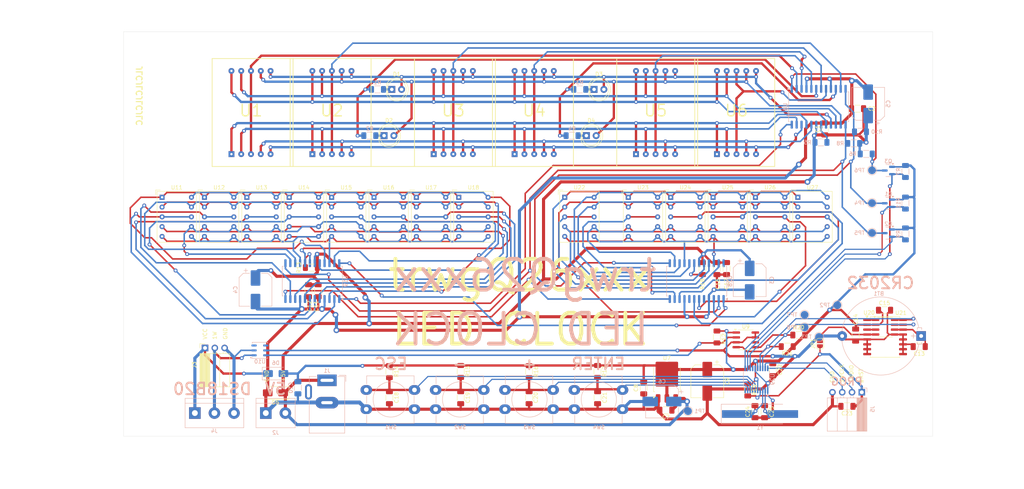
<source format=kicad_pcb>
(kicad_pcb (version 20240108) (generator "pcbnew") (generator_version "8.0")
  (title_block (title "LED clock with thermometer") (date "2024-09-08") (rev "A") (company "trwgQ26xxx"))
  (layers (0 "F.Cu" signal) (31 "B.Cu" signal) (34 "B.Paste" user) (35 "F.Paste" user) (36 "B.SilkS" user "B.Silkscreen") (37 "F.SilkS" user "F.Silkscreen") (38 "B.Mask" user) (39 "F.Mask" user) (44 "Edge.Cuts" user))
  (net 0 "")
  (net 1 "Net-(D1-K)")
  (net 2 "+5V")
  (net 3 "+3V3")
  (net 4 "MOSI")
  (net 5 "Net-(Q1-D)")
  (net 6 "SCK")
  (net 7 "Net-(Q2-D)")
  (net 8 "#LED_CS")
  (net 9 "Net-(Q3-D)")
  (net 10 "/SEG4")
  (net 11 "/SEG3")
  (net 12 "/SEG2")
  (net 13 "/SEG7")
  (net 14 "/SEG1")
  (net 15 "/SEG0")
  (net 16 "/SEG5")
  (net 17 "/SEG6")
  (net 18 "GND")
  (net 19 "Net-(D2-K)")
  (net 20 "Net-(D3-K)")
  (net 21 "Net-(D4-K)")
  (net 22 "Net-(D6-K)")
  (net 23 "#RST")
  (net 24 "ENTER_KEY")
  (net 25 "PLUS_KEY")
  (net 26 "MINUS_KEY")
  (net 27 "ESC_KEY")
  (net 28 "SCL")
  (net 29 "SDA")
  (net 30 "SWDIO")
  (net 31 "SWCLK")
  (net 32 "Net-(U8-DIG_2)")
  (net 33 "Net-(U8-DIG_5)")
  (net 34 "Net-(U8-ISET)")
  (net 35 "Net-(JP1-B)")
  (net 36 "Net-(BT1-+)")
  (net 37 "Net-(U10-1W_OUT)")
  (net 38 "Net-(U19-ISET)")
  (net 39 "Net-(U28-ISET)")
  (net 40 "Net-(U8-DIG_0)")
  (net 41 "Net-(U8-DIG_1)")
  (net 42 "Net-(U8-DIG_3)")
  (net 43 "Net-(U8-DIG_4)")
  (net 44 "Net-(U8-DIG_6)")
  (net 45 "Net-(U8-DIG_7)")
  (net 46 "Net-(U19-DIN)")
  (net 50 "/SFG4")
  (net 51 "/SFG3")
  (net 52 "Net-(U19-DIG_0)")
  (net 53 "/SFG2")
  (net 54 "/SFG7")
  (net 55 "/SFG1")
  (net 56 "/SFG0")
  (net 57 "/SFG5")
  (net 58 "/SFG6")
  (net 59 "Net-(U19-DIG_1)")
  (net 60 "Net-(U19-DIG_2)")
  (net 61 "Net-(U19-DIG_3)")
  (net 62 "Net-(U19-DIG_4)")
  (net 63 "Net-(U19-DIG_5)")
  (net 64 "Net-(U19-DIG_6)")
  (net 65 "Net-(U19-DIG_7)")
  (net 66 "Net-(U19-DOUT)")
  (net 67 "/SGG4")
  (net 68 "/SGG3")
  (net 69 "Net-(U28-DIG_0)")
  (net 70 "/SGG2")
  (net 71 "/SGG7")
  (net 72 "/SGG1")
  (net 73 "/SGG0")
  (net 74 "/SGG5")
  (net 75 "/SGG6")
  (net 76 "Net-(U28-DIG_1)")
  (net 77 "Net-(U28-DIG_2)")
  (net 78 "Net-(U28-DIG_3)")
  (net 79 "Net-(U28-DIG_4)")
  (net 80 "Net-(U28-DIG_5)")
  (net 84 "Net-(U29-PF1)")
  (net 85 "Net-(U29-PF0)")
  (net 88 "32KHZ")
  (net 89 "#INT")
  (net 90 "Net-(J3-Pin_2)")
  (net 91 "Net-(J3-Pin_3)")
  (footprint "LED_THT:LED_D5.0mm" (layer "F.Cu") (at 117.62 45)
    (property "Reference" "D1")
    (property "Value" "DOT")
  )
  (footprint "MountingHole:MountingHole_3.2mm_M3" (layer "F.Cu") (at 52 59)
    (property "Reference" "REF**" (hide yes))
    (property "Value" "MountingHole_3.2mm_M3" (hide yes))
  )
  (footprint "Resistor_SMD:R_1206_3216Metric_Pad1.30x1.75mm_HandSolder" (layer "F.Cu") (at 171 118.2 -90)
    (property "Reference" "R17")
    (property "Value" "10k")
  )
  (footprint "Capacitor_SMD:C_1206_3216Metric_Pad1.33x1.80mm_HandSolder" (layer "F.Cu") (at 98.5 97.25 -90)
    (property "Reference" "C11")
    (property "Value" "100n")
  )
  (footprint "0_8_INCH_LED_DISPLAY:0_8_INCH_LED" (layer "F.Cu") (at 186.08 51)
    (property "Reference" "U5")
    (property "Value" "D148K")
  )
  (footprint "MountingHole:MountingHole_3.2mm_M3" (layer "F.Cu") (at 52 34)
    (property "Reference" "REF**" (hide yes))
    (property "Value" "MountingHole_3.2mm_M3" (hide yes))
  )
  (footprint "MountingHole:MountingHole_3.2mm_M3" (layer "F.Cu") (at 52 131)
    (property "Reference" "REF**" (hide yes))
    (property "Value" "MountingHole_3.2mm_M3" (hide yes))
  )
  (footprint "0_8_INCH_LED_DISPLAY:Sx39-1xxxxx" (layer "F.Cu") (at 113 73)
    (property "Reference" "U16")
    (property "Value" "D148K")
  )
  (footprint "0_8_INCH_LED_DISPLAY:Sx39-1xxxxx" (layer "F.Cu") (at 201 73)
    (property "Reference" "U25")
    (property "Value" "D148K")
  )
  (footprint "Package_TO_SOT_SMD:TO-252-3_TabPin2" (layer "F.Cu") (at 189.0125 120.16 90)
    (property "Reference" "U7")
    (property "Value" "LM1117DT-3.3")
  )
  (footprint "MountingHole:MountingHole_3.2mm_M3" (layer "F.Cu") (at 254 59)
    (property "Reference" "REF**" (hide yes))
    (property "Value" "MountingHole_3.2mm_M3" (hide yes))
  )
  (footprint "0_8_INCH_LED_DISPLAY:Sx39-1xxxxx" (layer "F.Cu") (at 80 73)
    (property "Reference" "U13")
    (property "Value" "D148K")
  )
  (footprint "Capacitor_SMD:C_1206_3216Metric_Pad1.33x1.80mm_HandSolder" (layer "F.Cu") (at 211.875 128.6375 -90)
    (property "Reference" "C24")
    (property "Value" "22p")
  )
  (footprint "Capacitor_SMD:C_1206_3216Metric_Pad1.33x1.80mm_HandSolder" (layer "F.Cu") (at 245.5 102.304879)
    (property "Reference" "C15")
    (property "Value" "100n")
  )
  (footprint "0_8_INCH_LED_DISPLAY:0_8_INCH_LED" (layer "F.Cu") (at 81.08 51)
    (property "Reference" "U1")
    (property "Value" "D148K")
  )
  (footprint "0_8_INCH_LED_DISPLAY:Sx39-1xxxxx" (layer "F.Cu") (at 124 73)
    (property "Reference" "U17")
    (property "Value" "D148K")
  )
  (footprint "Resistor_SMD:R_1206_3216Metric_Pad1.30x1.75mm_HandSolder" (layer "F.Cu") (at 117 118.25 -90)
    (property "Reference" "R14")
    (property "Value" "10k")
  )
  (footprint "Connector_PinSocket_2.54mm:PinSocket_1x03_P2.54mm_Horizontal" (layer "F.Cu") (at 69.145 112.1 90)
    (property "Reference" "J3")
    (property "Value" "EXT_TEMP")
  )
  (footprint "Capacitor_SMD:C_1206_3216Metric_Pad1.33x1.80mm_HandSolder" (layer "F.Cu") (at 96 97.25 -90)
    (property "Reference" "C12")
    (property "Value" "100n")
  )
  (footprint "MountingHole:MountingHole_3.2mm_M3" (layer "F.Cu") (at 149 69)
    (property "Reference" "REF**" (hide yes))
    (property "Value" "MountingHole_3.2mm_M3" (hide yes))
  )
  (footprint "0_8_INCH_LED_DISPLAY:Sx39-1xxxxx" (layer "F.Cu") (at 190 73)
    (property "Reference" "U24")
    (property "Value" "D148K")
  )
  (footprint "0_8_INCH_LED_DISPLAY:Sx39-1xxxxx" (layer "F.Cu") (at 212 73)
    (property "Reference" "U26")
    (property "Value" "D148K")
  )
  (footprint "Capacitor_SMD:C_1206_3216Metric_Pad1.33x1.80mm_HandSolder" (layer "F.Cu") (at 202 91.5 -90)
    (property "Reference" "C16")
    (property "Value" "100n")
  )
  (footprint "MountingHole:MountingHole_3.2mm_M3" (layer "F.Cu") (at 254 131)
    (property "Reference" "REF**" (hide yes))
    (property "Value" "MountingHole_3.2mm_M3" (hide yes))
  )
  (footprint "MountingHole:MountingHole_3.2mm_M3" (layer "F.Cu") (at 52 106)
    (property "Reference" "REF**" (hide yes))
    (property "Value" "MountingHole_3.2mm_M3" (hide yes))
  )
  (footprint "0_8_INCH_LED_DISPLAY:Sx39-1xxxxx" (layer "F.Cu") (at 102 73)
    (property "Reference" "U15")
    (property "Value" "D148K")
  )
  (footprint "0_8_INCH_LED_DISPLAY:Sx39-1xxxxx" (layer "F.Cu") (at 223 73)
    (property "Reference" "U27")
    (property "Value" "D148K")
  )
  (footprint "0_8_INCH_LED_DISPLAY:Sx39-1xxxxx" (layer "F.Cu") (at 135 73)
    (property "Reference" "U18")
    (property "Value" "D148K")
  )
  (footprint "0_8_INCH_LED_DISPLAY:Sx39-1xxxxx" (layer "F.Cu") (at 179 73)
    (property "Reference" "U23")
    (property "Value" "D148K")
  )
  (footprint "0_8_INCH_LED_DISPLAY:0_8_INCH_LED" (layer "F.Cu") (at 154.58 51)
    (property "Reference" "U4")
    (property "Value" "D148K")
  )
  (footprint "0_8_INCH_LED_DISPLAY:Sx39-1xxxxx" (layer "F.Cu") (at 58 73)
    (property "Reference" "U11")
    (property "Value" "D148K")
  )
  (footprint "Capacitor_SMD:C_1206_3216Metric_Pad1.33x1.80mm_HandSolder" (layer "F.Cu") (at 235.75 127.25 180)
    (property "Reference" "C23")
    (property "Value" "100n")
  )
  (footprint "LED_THT:LED_D5.0mm" (layer "F.Cu") (at 168.12 57)
    (property "Reference" "D4")
    (property "Value" "DOT")
  )
  (footprint "Resistor_SMD:R_1206_3216Metric_Pad1.30x1.75mm_HandSolder" (layer "F.Cu") (at 96.75 91.25 180)
    (property "Reference" "R13")
    (property "Value" "47k")
  )
  (footprint "0_8_INCH_LED_DISPLAY:Sx39-1xxxxx" (layer "F.Cu") (at 91 73)
    (property "Reference" "U14")
    (property "Value" "D148K")
  )
  (footprint "MountingHole:MountingHole_3.2mm_M3" (layer "F.Cu") (at 254 34)
    (property "Reference" "REF**" (hide yes))
    (property "Value" "MountingHole_3.2mm_M3" (hide yes))
  )
  (footprint "0_8_INCH_LED_DISPLAY:Sx39-1xxxxx" (layer "F.Cu") (at 69 73)
    (property "Reference" "U12")
    (property "Value" "D148K")
  )
  (footprint "Capacitor_SMD:C_1206_3216Metric_Pad1.33x1.80mm_HandSolder" (layer "F.Cu") (at 204.5 91.5 -90)
    (property "Reference" "C17")
    (property "Value" "100n")
  )
  (footprint "0_8_INCH_LED_DISPLAY:0_8_INCH_LED" (layer "F.Cu") (at 102.08 51)
    (property "Reference" "U2")
    (property "Value" "D148K")
  )
  (footprint "Resistor_SMD:R_1206_3216Metric_Pad1.30x1.75mm_HandSolder" (layer "F.Cu") (at 220.25 111.75 180)
    (property "Reference" "R21")
    (property "Value" "2k2")
  )
  (footprint "Capacitor_SMD:C_1206_3216Metric_Pad1.33x1.80mm_HandSolder" (layer "F.Cu") (at 230 55.25 90)
    (property "Reference" "C1")
    (property "Value" "100n")
  )
  (footprint "Resistor_SMD:R_1206_3216Metric_Pad1.30x1.75mm_HandSolder" (layer "F.Cu") (at 135.5 118.2 -90)
    (property "Reference" "R15")
    (property "Value" "10k")
  )
  (footprint "Jumper:SolderJumper-2_P1.3mm_Open_RoundedPad1.0x1.5mm" (layer "F.Cu") (at 228.75 111 90)
    (property "Reference" "JP1")
    (property "Value" "SB1")
  )
  (footprint "Capacitor_SMD:C_1206_3216Metric_Pad1.33x1.80mm_HandSolder" (layer "F.Cu") (at 117 125 -90)
    (property "Reference" "C18")
    (property "Value" "100n")
  )
  (footprint "Resistor_SMD:R_1206_3216Metric_Pad1.30x1.75mm_HandSolder" (layer "F.Cu") (at 202 109.25 -90)
    (property "Reference" "R12")
    (property "Value" "4k7")
  )
  (footprint "Package_SO:SOIC-8_3.9x4.9mm_P1.27mm" (layer "F.Cu") (at 245.645 106.704879)
    (property "Reference" "U20")
    (property "Value" "DS3231MZ")
  )
  (footprint "Capacitor_SMD:C_1206_3216Metric_Pad1.33x1.80mm_HandSolder" (layer "F.Cu") (at 216.5 117.75 -90)
    (property "Reference" "C22")
    (property "Value" "100n")
  )
  (footprint "Resistor_SMD:R_1206_3216Metric_Pad1.30x1.75mm_HandSolder" (layer "F.Cu") (at 210 123 -90)
    (property "Reference" "R19")
    (property "Value" "10k")
  )
  (footprint "Package_SO:SOIC-8_3.9x4.9mm_P1.27mm" (layer "F.Cu") (at 209.5 110)
    (property "Reference" "U9")
    (property "Value" "DS2482")
  )
  (footprint "Capacitor_SMD:C_1206_3216Metric_Pad1.33x1.80mm_HandSolder" (layer "F.Cu") (at 171.03 125 -90)
    (property "Reference" "C21")
    (property "Value" "100n")
  )
  (footprint "Capacitor_SMD:C_1206_3216Metric_Pad1.33x1.80mm_HandSolder" (layer "F.Cu") (at 214.375 128.6375 -90)
    (property "Reference" "C25")
    (property "Value" "22p")
  )
  (footprint "Capacitor_SMD:C_1206_3216Metric_Pad1.33x1.80mm_HandSolder" (layer "F.Cu") (at 183 122.4375 -90)
    (property "Reference" "C8")
    (property "Value" "100n")
  )
  (footprint "Package_SO:SOIC-16W_7.5x10.3mm_P1.27mm" (layer "F.Cu") (at 245.645 109.249879)
    (property "Reference" "U21")
    (property "Value" "DS3231M")
  )
  (footprint "LED_THT:LED_D5.0mm" (layer "F.Cu") (at 170.12 45)
    (property "Reference" "D3")
    (property "Value" "DOT")
  )
  (footprint "Capacitor_SMD:C_1206_3216Metric_Pad1.33x1.80mm_HandSolder" (layer "F.Cu") (at 188.75 128.25 180)
    (property "Reference" "C7")
    (property "Value" "100n")
  )
  (footprint "LED_THT:LED_D5.0mm" (layer "F.Cu") (at 115.62 57)
    (property "Reference" "D2")
    (property "Value" "DOT")
  )
  (footprint "Capacitor_SMD:C_1206_3216Metric_Pad1.33x1.80mm_HandSolder" (layer "F.Cu") (at 238.5 50 180)
    (property "Reference" "C2")
    (property "Value" "100n")
  )
  (footprint "0_8_INCH_LED_DISPLAY:Sx39-1xxxxx" (layer "F.Cu") (at 162.5 73)
    (property "Reference" "U22")
    (property "Value" "D148K")
  )
  (footprint "Resistor_SMD:R_1206_3216Metric_Pad1.30x1.75mm_HandSolder" (layer "F.Cu") (at 153.25 118.25 -90)
    (property "Reference" "R16")
    (property "Value" "10k")
  )
  (footprint "Capacitor_SMD:C_1206_3216Metric_Pad1.33x1.80mm_HandSolder" (layer "F.Cu") (at 135.5 125 -90)
    (property "Reference" "C19")
    (property "Value" "100n")
  )
  (footprint "Capacitor_SMD:C_1206_3216Metric_Pad1.33x1.80mm_HandSolder" (layer "F.Cu") (at 153.25 125 -90)
    (property "Reference" "C20")
    (property "Value" "100n")
  )
  (footprint "Capacitor_SMD:CP_Elec_8x6.5" (layer "F.Cu") (at 199.5 120.75 -90)
    (property "Reference" "C9")
    (property "Value" "100u")
  )
  (footprint "Resistor_SMD:R_1206_3216Metric_Pad1.30x1.75mm_HandSolder" (layer "F.Cu") (at 223.25 108.75 180)
    (property "Reference" "R20")
    (property "Value" "2k2")
  )
  (footprint "Resistor_SMD:R_1206_3216Metric_Pad1.30x1.75mm_HandSolder" (layer "F.Cu") (at 198.25 91.5 -90)
    (property "Reference" "R18")
    (property "Value" "47k")
  )
  (footprint "0_8_INCH_LED_DISPLAY:0_8_INCH_LED" (layer "F.Cu") (at 133.58 51)
    (property "Reference" "U3")
    (property "Value" "D148K")
  )
  (footprint "0_8_INCH_LED_DISPLAY:0_8_INCH_LED" (layer "F.Cu") (at 207.08 51)
    (property "Reference" "U6")
    (property "Value" "D148K")
  )
  (footprint "Diode_SMD:D_SMA" (layer "F.Cu") (at 87.42 123.75 180)
    (property "Reference" "D5")
    (property "Value" "MRA4007")
  )
  (footprint "Capacitor_SMD:C_1206_3216Metric_Pad1.33x1.80mm_HandSolder" (layer "F.Cu") (at 254.5 111.75 180)
    (property "Reference" "C13")
    (property "Value" "100n")
  )
  (footprint "Capacitor_SMD:C_1206_3216Metric_Pad1.33x1.80mm_HandSolder" (layer "F.Cu") (at 238 108.75 -90)
    (property "Reference" "C14")
    (property "Value" "100n")
  )
  (footprint "Package_TO_SOT_SMD:SOT-23" (layer "B.Cu") (at 246.4875 82.3 180)
    (property "Reference" "Q2")
    (property "Value" "BSS138")
  )
  (footprint "Connector_PinSocket_2.54mm:PinSocket_1x04_P2.54mm_Horizontal" (layer "B.Cu") (at 239.6 123.6 90)
    (property "Reference" "J5")
    (property "Value" "PROG")
  )
  (footprint "Package_SO:SOIC-24W_7.5x15.4mm_P1.27mm" (layer "B.Cu") (at 196.75 94.75 90)
    (property "Reference" "U28")
    (property "Value" "MAX7219")
  )
  (footprint "Package_SO:TSSOP-20_4.4x6.5mm_P0.65mm" (layer "B.Cu") (at 212.25 120.25 90)
    (property "Reference" "U29")
    (property "Value" "STM32F030F4Px")
  )
  (footprint "Resistor_SMD:R_1206_3216Metric_Pad1.30x1.75mm_HandSolder" (layer "B.Cu") (at 239.25 56 180)
    (property "Reference" "R10")
    (property "Value" "10k")
  )
  (footprint "Battery:Battery_Panasonic_CR2032-HFN_Horizontal_CircularHoles" (layer "B.Cu") (at 255 109 180)
    (property "Reference" "BT1")
    (property "Value" "CR2032")
  )
  (footprint "TestPoint:TestPoint_Pad_D2.0mm" (layer "B.Cu") (at 242.25 74.5 180)
    (property "Reference" "TP4")
    (property "Value" "CS")
  )
  (footprint "Capacitor_SMD:C_1206_3216Metric_Pad1.33x1.80mm_HandSolder" (layer "B.Cu") (at 93.25 122.4375 -90)
    (property "Reference" "C10")
    (property "Value" "100n")
  )
  (footprint "Button_Switch_THT:SW_PUSH-12mm_Wuerth-430476085716" (layer "B.Cu") (at 129 128)
    (property "Reference" "SW2")
    (property "Value" "PLUS")
  )
  (footprint "Resistor_SMD:R_1206_3216Metric_Pad1.30x1.75mm_HandSolder" (layer "B.Cu") (at 113.91 45 180)
    (property "Reference" "R1")
    (property "Value" "0")
  )
  (footprint "Capacitor_SMD:CP_Elec_8x6.5" (layer "B.Cu") (at 210.5 94.5 -90)
    (property "Reference" "C3")
    (property "Value" "100u")
  )
  (footprint "Resistor_SMD:R_1206_3216Metric_Pad1.30x1.75mm_HandSolder" (layer "B.Cu") (at 250.925 82.5 -90)
    (property "Reference" "R9")
    (property "Value" "10k")
  )
  (footprint "TestPoint:TestPoint_Pad_D2.0mm" (layer "B.Cu") (at 242.25 66 180)
    (property "Reference" "TP6")
    (property "Value" "MOSI")
  )
  (footprint "Diode_SMD:D_SMA" (layer "B.Cu") (at 87.5 118.75)
    (property "Reference" "D6")
    (property "Value" "SS16 SHOTTKY")
  )
  (footprint "Capacitor_SMD:CP_Elec_8x6.5" (layer "B.Cu") (at 187.75 126 180)
    (property "Reference" "C6")
    (property "Value" "100u")
  )
  (footprint "Resistor_SMD:R_1206_3216Metric_Pad1.30x1.75mm_HandSolder" (layer "B.Cu") (at 164.41 57 180)
    (property "Reference" "R4")
    (property "Value" "0")
  )
  (footprint "Capacitor_SMD:CP_Elec_8x6.5" (layer "B.Cu") (at 82.25 97 -90)
    (property "Reference" "C4")
    (property "Value" "100u")
  )
  (footprint "TestPoint:TestPoint_Pad_D2.0mm" (layer "B.Cu") (at 242.25 82.25 180)
    (property "Reference" "TP5")
    (property "Value" "SCK")
  )
  (footprint "Crystal:Crystal_SMD_HC49-SD_HandSoldering" (layer "B.Cu") (at 213.1875 129.25)
    (property "Reference" "Y1")
    (property "Value" "8MHz")
  )
  (footprint "Resistor_SMD:R_1206_3216Metric_Pad1.30x1.75mm_HandSolder" (layer "B.Cu") (at 250.925 74.5 -90)
    (property "Reference" "R11")
    (property "Value" "10k")
  )
  (footprint "TestPoint:TestPoint_Pad_D2.0mm" (layer "B.Cu") (at 194.5 128.5 180)
    (property "Reference" "TP1")
    (property "Value" "+5V")
  )
  (footprint "Package_SO_J-Lead:TSOC-6_3.76x3.94mm_P1.27mm" (layer "B.Cu") (at 83.395 112.73)
    (property "Reference" "U10")
    (property "Value" "DS9503P1")
  )
  (footprint "Package_TO_SOT_SMD:SOT-23" (layer "B.Cu") (at 246.4875 74.55 180)
    (property "Reference" "Q1")
    (property "Value" "BSS138")
  )
  (footprint "Package_TO_SOT_SMD:SOT-23" (layer "B.Cu") (at 246.4875 66.05 180)
    (property "Reference" "Q3")
    (property "Value" "BSS138")
  )
  (footprint "Button_Switch_THT:SW_PUSH-12mm_Wuerth-430476085716" (layer "B.Cu") (at 165 128)
    (property "Reference" "SW4")
    (property "Value" "ESC")
  )
  (footprint "TerminalBlock:TerminalBlock_bornier-3_P5.08mm" (layer "B.Cu") (at 66.51 129)
    (property "Reference" "J4")
    (property "Value" "EXT_TEMP")
  )
  (footprint "TerminalBlock:TerminalBlock_bornier-2_P5.08mm" (layer "B.Cu") (at 84.92 129)
    (property "Reference" "J2")
    (property "Value" "PWR")
  )
  (footprint "Connector_BarrelJack:BarrelJack_Wuerth_6941xx301002" (layer "B.Cu") (at 100.8 120.5 180)
    (property "Reference" "J1")
    (property "Value" "PWR")
  )
  (footprint "Resistor_SMD:R_1206_3216Metric_Pad1.30x1.75mm_HandSolder" (layer "B.Cu") (at 240.75 61.75)
    (property "Reference" "R6")
    (property "Value" "10k")
  )
  (footprint "TestPoint:TestPoint_Pad_D2.0mm" (layer "B.Cu") (at 228.5 109.25 180)
    (property "Reference" "TP3")
    (property "Value" "GND")
  )
  (footprint "Capacitor_SMD:CP_Elec_8x6.5" (layer "B.Cu") (at 241.25 48.75 90)
    (property "Reference" "C5")
    (property "Value" "100u")
  )
  (footprint "Resistor_SMD:R_1206_3216Metric_Pad1.30x1.75mm_HandSolder" (layer "B.Cu") (at 111.91 57 180)
    (property "Reference" "R2")
    (property "Value" "0")
  )
  (footprint "TestPoint:TestPoint_Pad_D2.0mm" (layer "B.Cu") (at 224.75 106.75 180)
    (property "Reference" "TP8")
    (property "Value" "SDA")
  )
  (footprint "Resistor_SMD:R_1206_3216Metric_Pad1.30x1.75mm_HandSolder" (layer "B.Cu") (at 229 58.75)
    (property "Reference" "R5")
    (property "Value" "13k7")
  )
  (footprint "Resistor_SMD:R_1206_3216Metric_Pad1.30x1.75mm_HandSolder" (layer "B.Cu") (at 166.41 45 180)
    (property "Reference" "R3")
    (property "Value" "0")
  )
  (footprint "Resistor_SMD:R_1206_3216Metric_Pad1.30x1.75mm_HandSolder" (layer "B.Cu") (at 237.5 59 180)
    (property "Reference" "R8")
    (property "Value" "10k")
  )
  (footprint "Resistor_SMD:R_1206_3216Metric_Pad1.30x1.75mm_HandSolder" (layer "B.Cu") (at 250.925 66.3 -90)
    (property "Reference" "R7")
    (property "Value" "10k")
  )
  (footprint "TestPoint:TestPoint_Pad_D2.0mm" (layer "B.Cu") (at 233.25 101 180)
    (property "Reference" "TP2")
    (property "Value" "+3V3")
  )
  (footprint "Button_Switch_THT:SW_PUSH-12mm_Wuerth-430476085716" (layer "B.Cu") (at 147 128)
    (property "Reference" "SW3")
    (property "Value" "MINUS")
  )
  (footprint "Package_SO:SOIC-24W_7.5x15.4mm_P1.27mm" (layer "B.Cu") (at 97 94.75 90)
    (property "Reference" "U19")
    (property "Value" "MAX7219")
  )
  (footprint "TestPoint:TestPoint_Pad_D2.0mm" (layer "B.Cu") (at 224.75 103.5 180)
    (property "Reference" "TP7")
    (property "Value" "SCL")
  )
  (footprint "Package_SO:SOIC-24W_7.5x15.4mm_P1.27mm" (layer "B.Cu") (at 228.41 49.5 -90)
    (property "Reference" "U8")
    (property "Value" "MAX7219")
  )
  (footprint "Button_Switch_THT:SW_PUSH-12mm_Wuerth-430476085716" (layer "B.Cu") (at 111 128)
    (property "Reference" "SW1")
    (property "Value" "ENTER")
  )
  (gr_line (start 92 65) (end 92 37) (stroke (width 0.2)) (layer "F.SilkS"))
  (gr_line (start 217 37) (end 217 65) (stroke (width 0.2)) (layer "F.SilkS"))
  (gr_line (start 217 65) (end 71 65) (stroke (width 0.2)) (layer "F.SilkS"))
  (gr_line (start 196.25 65) (end 196.25 37) (stroke (width 0.2)) (layer "F.SilkS"))
  (gr_line (start 71 37) (end 217 37) (stroke (width 0.2)) (layer "F.SilkS"))
  (gr_line (start 123.5 65) (end 123.5 37) (stroke (width 0.2)) (layer "F.SilkS"))
  (gr_line (start 112.25 65) (end 112.25 37) (stroke (width 0.2)) (layer "F.SilkS"))
  (gr_line (start 91.25 65) (end 91.25 37) (stroke (width 0.2)) (layer "F.SilkS"))
  (gr_line (start 164.75 65) (end 164.75 37) (stroke (width 0.2)) (layer "F.SilkS"))
  (gr_line (start 197 65) (end 197 37) (stroke (width 0.2)) (layer "F.SilkS"))
  (gr_line (start 143.75 65) (end 143.75 37) (stroke (width 0.2)) (layer "F.SilkS"))
  (gr_line (start 176 65) (end 176 37) (stroke (width 0.2)) (layer "F.SilkS"))
  (gr_line (start 71 65) (end 71 37) (stroke (width 0.2)) (layer "F.SilkS"))
  (gr_line (start 144.5 65) (end 144.5 37) (stroke (width 0.2)) (layer "F.SilkS"))
  (gr_line (start 48 30) (end 258 30) (stroke (width 0.05)) (layer "Edge.Cuts"))
  (gr_line (start 258 135) (end 48 135) (stroke (width 0.05)) (layer "Edge.Cuts"))
  (gr_line (start 48 135) (end 48 30) (stroke (width 0.05)) (layer "Edge.Cuts"))
  (gr_line (start 258 30) (end 258 135) (stroke (width 0.05)) (layer "Edge.Cuts"))
  (gr_text "CR2032" (at 253.5 97 0) (layer "B.SilkS") (effects (font (size 3 3) (thickness 0.5) (bold yes)) (justify left bottom mirror)))
  (gr_text "-" (at 137.5 118 0) (layer "B.SilkS") (effects (font (size 3 3) (thickness 0.5) (bold yes)) (justify left bottom mirror)))
  (gr_text "trwgQ26xxx" (at 187 98 0) (layer "B.SilkS") (effects (font (size 8 8) (thickness 1)) (justify left bottom mirror)))
  (gr_text "ESC" (at 122 118 0) (layer "B.SilkS") (effects (font (size 3 3) (thickness 0.5) (bold yes)) (justify left bottom mirror)))
  (gr_text "+" (at 155.5 118 0) (layer "B.SilkS") (effects (font (size 3 3) (thickness 0.5) (bold yes)) (justify left bottom mirror)))
  (gr_text "PROG" (at 240 122 0) (layer "B.SilkS") (effects (font (size 2 2) (thickness 0.35) (bold yes)) (justify left bottom mirror)))
  (gr_text "DS18B20" (at 81.5 124.5 0) (layer "B.SilkS") (effects (font (size 3 3) (thickness 0.5) (bold yes)) (justify left bottom mirror)))
  (gr_text "ENTER" (at 178.5 118 0) (layer "B.SilkS") (effects (font (size 3 3) (thickness 0.5) (bold yes)) (justify left bottom mirror)))
  (gr_text "5V" (at 90.5 124.5 0) (layer "B.SilkS") (effects (font (size 3 3) (thickness 0.5) (bold yes)) (justify left bottom mirror)))
  (gr_text "LED CLOCK" (at 185 112 0) (layer "B.SilkS") (effects (font (size 8 8) (thickness 1)) (justify left bottom mirror)))
  (gr_text "GND" (at 232.5 121.25 90) (layer "F.SilkS") (effects (font (size 1 1)) (justify left bottom)))
  (gr_text "1W" (at 72.25 110 90) (layer "F.SilkS") (effects (font (size 1 1)) (justify left bottom)))
  (gr_text "JLCJLCJLCJLC" (at 53 38.75 90) (layer "F.SilkS") (effects (font (size 1.5 1.5) (thickness 0.3) (bold yes)) (justify left bottom mirror)))
  (gr_text "+5V" (at 90 121 90) (layer "F.SilkS") (effects (font (size 1 1)) (justify left bottom)))
  (gr_text "SWCLK" (at 235 121.25 90) (layer "F.SilkS") (effects (font (size 1 1)) (justify left bottom)))
  (gr_text "SWDIO" (at 237.5 121.25 90) (layer "F.SilkS") (effects (font (size 1 1)) (justify left bottom)))
  (gr_text "GND" (at 85.75 121 90) (layer "F.SilkS") (effects (font (size 1 1)) (justify left bottom)))
  (gr_text "#RST" (at 240 121.25 90) (layer "F.SilkS") (effects (font (size 1 1)) (justify left bottom)))
  (gr_text "LED CLOCK" (at 117 112 0) (layer "F.SilkS") (effects (font (size 8 8) (thickness 1)) (justify left bottom)))
  (gr_text "trwgQ26xxx" (at 116 98 0) (layer "F.SilkS") (effects (font (size 8 8) (thickness 1)) (justify left bottom)))
  (gr_text "VCC" (at 69.75 110 90) (layer "F.SilkS") (effects (font (size 1 1)) (justify left bottom)))
  (gr_text "GND" (at 75 110 90) (layer "F.SilkS") (effects (font (size 1 1)) (justify left bottom)))
  (segment (start 115.46 45) (end 117.62 45) (width 0.6) (layer "B.Cu") (net 1))
  (segment (start 89.42 123.75) (end 89.42 114.08) (width 0.8) (layer "F.Cu") (net 2))
  (segment (start 240.0625 55.5625) (end 238.8125 56.8125) (width 0.6) (layer "F.Cu") (net 2))
  (segment (start 157 94.25) (end 157 93.2) (width 0.8) (layer "F.Cu") (net 2))
  (segment (start 100.8 120.5) (end 93 120.5) (width 0.8) (layer "F.Cu") (net 2))
  (segment (start 227.4375 56.8125) (end 230 56.8125) (width 0.8) (layer "F.Cu") (net 2))
  (segment (start 98.3 87.8) (end 98.25 87.75) (width 0.8) (layer "F.Cu") (net 2))
  (segment (start 87.75 93.5) (end 97.25 93.5) (width 0.8) (layer "F.Cu") (net 2))
  (segment (start 200.6875 89.9375) (end 198.5 87.75) (width 0.6) (layer "F.Cu") (net 2))
  (segment (start 197 86.25) (end 198.5 87.75) (width 0.8) (layer "F.Cu") (net 2))
  (segment (start 91.125 112.375) (end 97.75 105.75) (width 0.8) (layer "F.Cu") (net 2))
  (segment (start 145.5 105.75) (end 157 94.25) (width 0.8) (layer "F.Cu") (net 2))
  (segment (start 198.25 88) (end 198.5 87.75) (width 0.6) (layer "F.Cu") (net 2))
  (segment (start 98.3 91.25) (end 98.3 87.8) (width 0.8) (layer "F.Cu") (net 2))
  (segment (start 100.25 87.75) (end 98.25 87.75) (width 0.8) (layer "F.Cu") (net 2))
  (segment (start 90 125) (end 90 124.33) (width 0.8) (layer "F.Cu") (net 2))
  (segment (start 89.42 114.08) (end 91.125 112.375) (width 0.8) (layer "F.Cu") (net 2))
  (segment (start 98.55 91.45) (end 98.55 91.25) (width 0.8) (layer "F.Cu") (net 2))
  (segment (start 90 124.33) (end 89.42 123.75) (width 0.8) (layer "F.Cu") (net 2))
  (segment (start 93 120.5) (end 90 123.5) (width 0.8) (layer "F.Cu") (net 2))
  (segment (start 191.2925 125.2) (end 193.45 125.2) (width 0.8) (layer "F.Cu") (net 2))
  (segment (start 240.75 58.75) (end 238.8125 56.8125) (width 0.8) (layer "F.Cu") (net 2))
  (segment (start 225.5 69) (end 161.5 69) (width 0.8) (layer "F.Cu") (net 2))
  (segment (start 202 89.9375) (end 200.6875 89.9375) (width 0.6) (layer "F.Cu") (net 2))
  (segment (start 90 129) (end 90 125) (width 0.8) (layer "F.Cu") (net 2))
  (segment (start 238.8125 56.8125) (end 230 56.8125) (width 0.8) (layer "F.Cu") (net 2))
  (segment (start 110.75 99) (end 110.75 98.25) (width 0.8) (layer "F.Cu") (net 2))
  (segment (start 191.2925 127.27) (end 190.3125 128.25) (width 0.8) (layer "F.Cu") (net 2))
  (segment (start 98.5 95.6875) (end 96 95.6875) (width 0.8) (layer "F.Cu") (net 2))
  (segment (start 204.5 89.9375) (end 202 89.9375) (width 0.6) (layer "F.Cu") (net 2))
  (segment (start 240.0625 50) (end 240.0625 55.5625) (width 0.6) (layer "F.Cu") (net 2))
  (segment (start 193.45 125.2) (end 194.25 126) (width 0.8) (layer "F.Cu") (net 2))
  (segment (start 110.75 98.25) (end 100.25 87.75) (width 0.8) (layer "F.Cu") (net 2))
  (segment (start 227.25 57) (end 227.4375 56.8125) (width 0.8) (layer "F.Cu") (net 2))
  (segment (start 160.273529 94.2) (end 168.223529 86.25) (width 0.8) (layer "F.Cu") (net 2))
  (segment (start 157 73.5) (end 157 93.2) (width 0.8) (layer "F.Cu") (net 2))
  (segment (start 97.75 105.75) (end 145.5 105.75) (width 0.8) (layer "F.Cu") (net 2))
  (segment (start 198.25 89.95) (end 198.25 88) (width 0.6) (layer "F.Cu") (net 2))
  (segment (start 98.5 94.75) (end 98.5 95.6875) (width 0.8) (layer "F.Cu") (net 2))
  (segment (start 191.2925 125.2) (end 191.2925 127.27) (width 0.8) (layer "F.Cu") (net 2))
  (segment (start 98.3 92.45) (end 98.3 91.25) (width 0.8) (layer "F.Cu") (net 2))
  (segment (start 161.5 69) (end 157 73.5) (width 0.8) (layer "F.Cu") (net 2))
  (segment (start 90 123.5) (end 90 125) (width 0.8) (layer "F.Cu") (net 2))
  (segment (start 86.25 92) (end 87.75 93.5) (width 0.8) (layer "F.Cu") (net 2))
  (segment (start 168.223529 86.25) (end 197 86.25) (width 0.8) (layer "F.Cu") (net 2))
  (segment (start 97.25 93.5) (end 98.5 94.75) (width 0.8) (layer "F.Cu") (net 2))
  (segment (start 157 94.25) (end 157.05 94.2) (width 0.8) (layer "F.Cu") (net 2))
  (segment (start 98.5 91.3) (end 98.55 91.25) (width 0.6) (layer "F.Cu") (net 2))
  (segment (start 157.05 94.2) (end 160.273529 94.2) (width 0.8) (layer "F.Cu") (net 2))
  (segment (start 97.25 93.5) (end 98.3 92.45) (width 0.8) (layer "F.Cu") (net 2))
  (segment (start 98.5 91.45) (end 98.3 91.25) (width 0.4) (layer "F.Cu") (net 2))
  (via (at 98.25 87.75) (size 1.2) (drill 0.6) (layers "F.Cu" "B.Cu") (net 2))
  (via (at 198.5 87.75) (size 1.2) (drill 0.6) (layers "F.Cu" "B.Cu") (net 2))
  (via (at 227.25 57) (size 1.2) (drill 0.6) (layers "F.Cu" "B.Cu") (net 2))
  (via (at 194.25 126) (size 1.5) (drill 0.8) (layers "F.Cu" "B.Cu") (net 2))
  (via (at 225.5 69) (size 1.5) (drill 0.8) (layers "F.Cu" "B.Cu") (net 2))
  (via (at 111.75 105.75) (size 1.5) (drill 0.8) (layers "F.Cu" "B.Cu") (net 2))
  (via (at 240.75 58.75) (size 1.2) (drill 0.6) (layers "F.Cu" "B.Cu") (net 2))
  (via (at 110.75 99) (size 1.5) (drill 0.8) (layers "F.Cu" "B.Cu") (net 2))
  (via (at 86.25 92) (size 1.2) (drill 0.6) (layers "F.Cu" "B.Cu") (net 2))
  (segment (start 197.385 88.865) (end 198.5 87.75) (width 0.5) (layer "B.Cu") (net 2))
  (segment (start 240.8 56) (end 240.8 52.25) (width 0.8) (layer "B.Cu") (net 2))
  (segment (start 194.25 127.5) (end 194.25 126) (width 0.8) (layer "B.Cu") (net 2))
  (segment (start 110.75 99) (end 111.75 100) (width 0.8) (layer "B.Cu") (net 2))
  (segment (start 210.5 89) (end 208.25 86.75) (width 0.6) (layer "B.Cu") (net 2))
  (segment (start 90 129) (end 93 132) (width 0.8) (layer "B.Cu") (net 2))
  (segment (start 194.25 126) (end 190.8 126) (width 0.8) (layer "B.Cu") (net 2))
  (segment (start 227.25 67.25) (end 225.5 69) (width 0.8) (layer "B.Cu") (net 2))
  (segment (start 86.25 92) (end 83 92) (width 0.8) (layer "B.Cu") (net 2))
  (segment (start 189.75 132) (end 194.25 127.5) (width 0.8) (layer "B.Cu") (net 2))
  (segment (start 240.75 58.75) (end 240.75 56.05) (width 0.8) (layer "B.Cu") (net 2))
  (segment (start 227.775 54.15) (end 227.775 56.475) (width 0.5) (layer "B.Cu") (net 2))
  (segment (start 199.5 86.75) (end 198.5 87.75) (width 0.6) (layer "B.Cu") (net 2))
  (segment (start 83 92) (end 82.25 92.75) (width 0.8) (layer "B.Cu") (net 2))
  (segment (start 82.25 92.75) (end 82.25 94.45) (width 0.8) (layer "B.Cu") (net 2))
  (segment (start 210.5 91.45) (end 210.5 89) (width 0.6) (layer "B.Cu") (net 2))
  (segment (start 227.25 57) (end 227.25 67.25) (width 0.8) (layer "B.Cu") (net 2))
  (segment (start 97.635 88.365) (end 98.25 87.75) (width 0.5) (layer "B.Cu") (net 2))
  (segment (start 240.75 56.05) (end 240.8 56) (width 0.8) (layer "B.Cu") (net 2))
  (segment (start 197.385 90.1) (end 197.385 88.865) (width 0.5) (layer "B.Cu") (net 2))
  (segment (start 238.85 59) (end 239.05 59) (width 0.4) (layer "B.Cu") (net 2))
  (segment (start 239.05 61.6) (end 239.2 61.75) (width 0.6) (layer "B.Cu") (net 2))
  (segment (start 227.775 56.475) (end 227.25 57) (width 0.5) (layer "B.Cu") (net 2))
  (segment (start 97.635 90.1) (end 97.635 88.365) (width 0.5) (layer "B.Cu") (net 2))
  (segment (start 240.75 58.75) (end 239.3 58.75) (width 0.6) (layer "B.Cu") (net 2))
  (segment (start 198.25 87.75) (end 198.5 87.75) (width 0.4) (layer "B.Cu") (net 2))
  (segment (start 111.75 100) (end 111.75 105.75) (width 0.8) (layer "B.Cu") (net 2))
  (segment (start 239.2 59.15) (end 239.05 59) (width 0.4) (layer "B.Cu") (net 2))
  (segment (start 240.8 52.25) (end 241.25 51.8) (width 0.8) (layer "B.Cu") (net 2))
  (segment (start 239.3 58.75) (end 239.05 59) (width 0.6) (layer "B.Cu") (net 2))
  (segment (start 93 132) (end 189.75 132) (width 0.8) (layer "B.Cu") (net 2))
  (segment (start 208.25 86.75) (end 199.5 86.75) (width 0.6) (layer "B.Cu") (net 2))
  (segment (start 239.05 59) (end 239.05 61.6) (width 0.6) (layer "B.Cu") (net 2))
  (segment (start 218.05 115.5) (end 221.8 111.75) (width 0.8) (layer "F.Cu") (net 3))
  (segment (start 231.25 102.3) (end 224.8 108.75) (width 0.8) (layer "F.Cu") (net 3))
  (segment (start 245 103.117379) (end 245 105.25) (width 0.4) (layer "F.Cu") (net 3))
  (segment (start 231.25 102.25) (end 231.25 102.3) (width 0.8) (layer "F.Cu") (net 3))
  (segment (start 189.0125 118.75) (end 186.9125 116.65) (width 0.6) (layer "F.Cu") (net 3))
  (segment (start 199.5 117.7) (end 206.25 117.7) (width 0.8) (layer "F.Cu") (net 3))
  (segment (start 207.025 108.095) (end 204.895 108.095) (width 0.4) (layer "F.Cu") (net 3))
  (segment (start 171 116.65) (end 153.55 116.65) (width 0.6) (layer "F.Cu") (net 3))
  (segment (start 238 107.1875) (end 238.074879 107.112621) (width 0.6) (layer "F.Cu") (net 3))
  (segment (start 183 120.875) (end 183 116.65) (width 0.6) (layer "F.Cu") (net 3))
  (segment (start 212.2 120.25) (end 212 120.05) (width 0.4) (layer "F.Cu") (net 3))
  (segment (start 221.8 111.75) (end 224.8 108.75) (width 0.8) (layer "F.Cu") (net 3))
  (segment (start 212 120.05) (end 212 115.5) (width 0.4) (layer "F.Cu") (net 3))
  (segment (start 190.2125 117.7) (end 189.0125 118.9) (width 0.8) (layer "F.Cu") (net 3))
  (segment (start 238.074879 107.112621) (end 238.074879 106.074879) (width 0.6) (layer "F.Cu") (net 3))
  (segment (start 153.45 116.65) (end 110.1 116.65) (width 0.6) (layer "F.Cu") (net 3))
  (segment (start 206.25 117.7) (end 209.8 117.7) (width 0.8) (layer "F.Cu") (net 3))
  (segment (start 204.895 108.095) (end 204.5 107.7) (width 0.4) (layer "F.Cu") (net 3))
  (segment (start 231.25 102.25) (end 234.25 102.25) (width 0.6) (layer "F.Cu") (net 3))
  (segment (start 212.2 120.25) (end 211 121.45) (width 0.4) (layer "F.Cu") (net 3))
  (segment (start 237.75 107.1875) (end 238 107.1875) (width 0.6) (layer "F.Cu") (net 3))
  (segment (start 243.17 106.069879) (end 241 106.069879) (width 0.4) (layer "F.Cu") (net 3))
  (segment (start 240.995 106.074879) (end 238.074879 106.074879) (width 0.5) (layer "F.Cu") (net 3))
  (segment (start 244.1875 102.304879) (end 245 103.117379) (width 0.4) (layer "F.Cu") (net 3))
  (segment (start 204.5 107.7) (end 202 107.7) (width 0.4) (layer "F.Cu") (net 3))
  (segment (start 153.55 116.65) (end 153.5 116.7) (width 0.6) (layer "F.Cu") (net 3))
  (segment (start 234.25 102.25) (end 238.074879 106.074879) (width 0.6) (layer "F.Cu") (net 3))
  (segment (start 110.1 116.65) (end 110 116.75) (width 0.6) (layer "F.Cu") (net 3))
  (segment (start 189.0125 125.2) (end 189.0125 118.9) (width 0.8) (layer "F.Cu") (net 3))
  (segment (start 244.180121 106.069879) (end 243.17 106.069879) (width 0.4) (layer "F.Cu") (net 3))
  (segment (start 199.5 117.7) (end 190.2125 117.7) (width 0.8) (layer "F.Cu") (net 3))
  (segment (start 183 116.65) (end 183.4 116.65) (width 0.6) (layer "F.Cu") (net 3))
  (segment (start 211 121.45) (end 210 121.45) (width 0.4) (layer "F.Cu") (net 3))
  (segment (start 187.1875 120.875) (end 187.4875 120.575) (width 0.4) (layer "F.Cu") (net 3))
  (segment (start 186.9125 116.65) (end 183.4 116.65) (width 0.6) (layer "F.Cu") (net 3))
  (segment (start 245 105.25) (end 244.180121 106.069879) (width 0.4) (layer "F.Cu") (net 3))
  (segment (start 212 115.5) (end 218.05 115.5) (width 0.8) (layer "F.Cu") (net 3))
  (segment (start 209.8 117.7) (end 212 115.5) (width 0.8) (layer "F.Cu") (net 3))
  (segment (start 189.0125 118.9) (end 189.0125 118.75) (width 0.6) (layer "F.Cu") (net 3))
  (segment (start 241 106.069879) (end 240.995 106.074879) (width 0.4) (layer "F.Cu") (net 3))
  (segment (start 183.4 116.65) (end 171 116.65) (width 0.6) (layer "F.Cu") (net 3))
  (segment (start 153.5 116.7) (end 153.45 116.65) (width 0.6) (layer "F.Cu") (net 3))
  (via (at 206.25 117.7) (size 1.2) (drill 0.6) (layers "F.Cu" "B.Cu") (net 3))
  (via (at 204.5 107.7) (size 1) (drill 0.5) (layers "F.Cu" "B.Cu") (net 3))
  (via (at 212 115.5) (size 1.2) (drill 0.6) (layers "F.Cu" "B.Cu") (net 3))
  (via (at 212.2 120.25) (size 1.2) (drill 0.6) (layers "F.Cu" "B.Cu") (net 3))
  (via (at 231.25 102.25) (size 1.2) (drill 0.6) (layers "F.Cu" "B.Cu") (net 3))
  (via (at 110 116.75) (size 1) (drill 0.5) (layers "F.Cu" "B.Cu") (net 3))
  (segment (start 95.25 116.75) (end 110 116.75) (width 0.6) (layer "B.Cu") (net 3))
  (segment (start 247.425 81.35) (end 250.525 81.35) (width 0.4) (layer "B.Cu") (net 3))
  (segment (start 93.25 120.875) (end 93.25 118.75) (width 0.6) (layer "B.Cu") (net 3))
  (segment (start 212.575 120.625) (end 212.575 123.1125) (width 0.3) (layer "B.Cu") (net 3))
  (segment (start 250.275 73.6) (end 250.925 72.95) (width 0.4) (layer "B.Cu") (net 3))
  (segment (start 250.575 65.1) (end 250.925 64.75) (width 0.4) (layer "B.Cu") (net 3))
  (segment (start 250.525 81.35) (end 250.925 80.95) (width 0.4) (layer "B.Cu") (net 3))
  (segment (start 253.25 87.5) (end 253.25 81.25) (width 0.6) (layer "B.Cu") (net 3))
  (segment (start 252.25 64.75) (end 253.25 65.75) (width 0.6) (layer "B.Cu") (net 3))
  (segment (start 253.25 80.75) (end 253 81) (width 0.6) (layer "B.Cu") (net 3))
  (segment (start 212 115.5) (end 212.575 116.075) (width 0.3) (layer "B.Cu") (net 3))
  (segment (start 252.95 72.95) (end 253.25 73.25) (width 0.6) (layer "B.Cu") (net 3))
  (segment (start 89.5 118.75) (end 93.25 118.75) (width 0.6) (layer "B.Cu") (net 3))
  (segment (start 204.5 115.95) (end 204.5 107.7) (width 0.4) (layer "B.Cu") (net 3))
  (segment (start 212.575 116.075) (end 212.575 117.3875) (width 0.3) (layer "B.Cu") (net 3))
  (segment (start 253 81) (end 252.95 80.95) (width 0.6) (layer "B.Cu") (net 3))
  (segment (start 212.2 120.25) (end 212.575 120.625) (width 0.3) (layer "B.Cu") (net 3))
  (segment (start 231.25 102.25) (end 240.5 93) (width 0.6) (layer "B.Cu") (net 3))
  (segment (start 250.925 72.95) (end 252.95 72.95) (width 0.6) (layer "B.Cu") (net 3))
  (segment (start 252.95 80.95) (end 250.925 80.95) (width 0.6) (layer "B.Cu") (net 3))
  (segment (start 93.25 118.75) (end 95.25 116.75) (width 0.6) (layer "B.Cu") (net 3))
  (segment (start 253.25 73.25) (end 253.25 80.75) (width 0.6) (layer "B.Cu") (net 3))
  (segment (start 247.75 93) (end 253.25 87.5) (width 0.6) (layer "B.Cu") (net 3))
  (segment (start 253.25 81.25) (end 253 81) (width 0.6) (layer "B.Cu") (net 3))
  (segment (start 206.25 117.7) (end 204.5 115.95) (width 0.4) (layer "B.Cu") (net 3))
  (segment (start 247.425 73.6) (end 250.275 73.6) (width 0.4) (layer "B.Cu") (net 3))
  (segment (start 247.425 65.1) (end 250.575 65.1) (width 0.4) (layer "B.Cu") (net 3))
  (segment (start 253.25 65.75) (end 253.25 72.65) (width 0.6) (layer "B.Cu") (net 3))
  (segment (start 253.25 72.65) (end 252.95 72.95) (width 0.6) (layer "B.Cu") (net 3))
  (segment (start 250.925 64.75) (end 252.25 64.75) (width 0.6) (layer "B.Cu") (net 3))
  (segment (start 240.5 93) (end 247.75 93) (width 0.6) (layer "B.Cu") (net 3))
  (segment (start 246.875 70.125) (end 246.875 87.75) (width 0.4) (layer "F.Cu") (net 4))
  (via (at 246.875 70.125) (size 1) (drill 0.5) (layers "F.Cu" "B.Cu") (net 4))
  (via (at 246.875 87.75) (size 1) (drill 0.5) (layers "F.Cu" "B.Cu") (net 4))
  (segment (start 250.075 67) (end 250.925 67.85) (width 0.4) (layer "B.Cu") (net 4))
  (segment (start 247.425 67) (end 250.075 67) (width 0.4) (layer "B.Cu") (net 4))
  (segment (start 246.875 87.75) (end 245.625 89) (width 0.3) (layer "B.Cu") (net 4))
  (segment (start 247.425 69.575) (end 247.425 67) (width 0.4) (layer "B.Cu") (net 4))
  (segment (start 246.875 70.125) (end 247.425 69.575) (width 0.4) (layer "B.Cu") (net 4))
  (segment (start 235.25 89) (end 210.625 113.625) (width 0.3) (layer "B.Cu") (net 4))
  (segment (start 210.625 113.625) (end 210.625 117.3875) (width 0.3) (layer "B.Cu") (net 4))
  (segment (start 245.625 89) (end 235.25 89) (width 0.3) (layer "B.Cu") (net 4))
  (segment (start 143.5 104) (end 108.901472 104) (width 0.4) (layer "F.Cu") (net 5))
  (segment (start 161 67.25) (end 154.75 73.5) (width 0.4) (layer "F.Cu") (net 5))
  (segment (start 108.901472 104) (end 102.151472 97.25) (width 0.4) (layer "F.Cu") (net 5))
  (segment (start 233.25 67.25) (end 161 67.25) (width 0.4) (layer "F.Cu") (net 5))
  (segment (start 154.75 73.5) (end 154.75 92.75) (width 0.4) (layer "F.Cu") (net 5))
  (segment (start 90.28 97.25) (end 90.015 97.515) (width 0.4) (layer "F.Cu") (net 5))
  (segment (start 102.151472 97.25) (end 90.28 97.25) (width 0.4) (layer "F.Cu") (net 5))
  (segment (start 154.75 92.75) (end 143.5 104) (width 0.4) (layer "F.Cu") (net 5))
  (segment (start 236.75 63.75) (end 233.25 67.25) (width 0.4) (layer "F.Cu") (net 5))
  (via (at 153.125 94.375) (size 1) (drill 0.5) (layers "F.Cu" "B.Cu") (net 5))
  (via (at 90 97.5) (size 1) (drill 0.5) (layers "F.Cu" "B.Cu") (net 5))
  (via (at 236.75 63.75) (size 1) (drill 0.5) (layers "F.Cu" "B.Cu") (net 5))
  (segment (start 153.125 94.375) (end 158.15 99.4) (width 0.4) (layer "B.Cu") (net 5))
  (segment (start 235.395 44.85) (end 235.395 48.895) (width 0.4) (layer "B.Cu") (net 5))
  (segment (start 237.5 51) (end 237.5 57) (width 0.4) (layer "B.Cu") (net 5))
  (segment (start 90.015 99.4) (end 90.015 97.515) (width 0.4) (layer "B.Cu") (net 5))
  (segment (start 189.765 99.4) (end 158.15 99.4) (width 0.4) (layer "B.Cu") (net 5))
  (segment (start 242.2375 74.55) (end 240.8 74.55) (width 0.4) (layer "B.Cu") (net 5))
  (segment (start 235.395 48.895) (end 237.5 51) (width 0.4) (layer "B.Cu") (net 5))
  (segment (start 237.5 57) (end 237.5 63) (width 0.4) (layer "B.Cu") (net 5))
  (segment (start 240.8 74.55) (end 236.75 70.5) (width 0.4) (layer "B.Cu") (net 5))
  (segment (start 237.5 63) (end 236.75 63.75) (width 0.4) (layer "B.Cu") (net 5))
  (segment (start 236.75 70.5) (end 236.75 63.75) (width 0.4) (layer "B.Cu") (net 5))
  (segment (start 90 97.5) (end 90.015 97.515) (width 0.4) (layer "B.Cu") (net 5))
  (segment (start 245.55 74.55) (end 242.2375 74.55) (width 0.4) (layer "B.Cu") (net 5))
  (segment (start 245.375 86.5) (end 247.425 84.45) (width 0.3) (layer "B.Cu") (net 6))
  (segment (start 235.25 86.5) (end 245.375 86.5) (width 0.3) (layer "B.Cu") (net 6))
  (segment (start 250.125 83.25) (end 250.925 84.05) (width 0.4) (layer "B.Cu") (net 6))
  (segment (start 209.325 117.3875) (end 209.325 112.425) (width 0.3) (layer "B.Cu") (net 6))
  (segment (start 209.325 112.425) (end 235.25 86.5) (width 0.3) (layer "B.Cu") (net 6))
  (segment (start 247.425 83.25) (end 250.125 83.25) (width 0.4) (layer "B.Cu") (net 6))
  (segment (start 247.425 84.45) (end 247.425 83.25) (width 0.3) (layer "B.Cu") (net 6))
  (segment (start 101.25 94.5) (end 101.25 93) (width 0.4) (layer "F.Cu") (net 7))
  (segment (start 153.5 92) (end 143 102.5) (width 0.4) (layer "F.Cu") (net 7))
  (segment (start 143 102.5) (end 109.25 102.5) (width 0.4) (layer "F.Cu") (net 7))
  (segment (start 161.5 96) (end 159.75 96) (width 0.4) (layer "F.Cu") (net 7))
  (segment (start 232.29 66) (end 234.54 63.75) (width 0.4) (layer "F.Cu") (net 7))
  (segment (start 109.25 102.5) (end 101.25 94.5) (width 0.4) (layer "F.Cu") (net 7))
  (segment (start 153.5 73.25) (end 160.75 66) (width 0.4) (layer "F.Cu") (net 7))
  (segment (start 160.75 66) (end 232.29 66) (width 0.4) (layer "F.Cu") (net 7))
  (segment (start 175.25 90) (end 167.5 90) (width 0.4) (layer "F.Cu") (net 7))
  (segment (start 153.5 92) (end 153.5 73.25) (width 0.4) (layer "F.Cu") (net 7))
  (segment (start 167.5 90) (end 161.5 96) (width 0.4) (layer "F.Cu") (net 7))
  (via (at 159.75 96) (size 1) (drill 0.5) (layers "F.Cu" "B.Cu") (net 7))
  (via (at 234.54 63.75) (size 1) (drill 0.5) (layers "F.Cu" "B.Cu") (net 7))
  (via (at 175.25 90) (size 1) (drill 0.5) (layers "F.Cu" "B.Cu") (net 7))
  (via (at 101.25 93) (size 1) (drill 0.5) (layers "F.Cu" "B.Cu") (net 7))
  (via (at 153.5 92) (size 1) (drill 0.5) (layers "F.Cu" "B.Cu") (net 7))
  (segment (start 245.55 82.3) (end 242.2875 82.3) (width 0.4) (layer "B.Cu") (net 7))
  (segment (start 242.2875 82.3) (end 242.2375 82.25) (width 0.4) (layer "B.Cu") (net 7))
  (segment (start 242.2375 82.25) (end 241.25 82.25) (width 0.4) (layer "B.Cu") (net 7))
  (segment (start 234.54 63.75) (end 234.5 63.75) (width 0.4) (layer "B.Cu") (net 7))
  (segment (start 235.395 62.895) (end 234.5 63.79) (width 0.4) (layer "B.Cu") (net 7))
  (segment (start 91.5 93) (end 90.015 91.515) (width 0.4) (layer "B.Cu") (net 7))
  (segment (start 175.25 90) (end 175.35 90.1) (width 0.4) (layer "B.Cu") (net 7))
  (segment (start 101.25 93) (end 91.5 93) (width 0.4) (layer "B.Cu") (net 7))
  (segment (start 235.95 59) (end 235.395 59) (width 0.4) (layer "B.Cu") (net 7))
  (segment (start 235.395 62.895) (end 234.54 63.75) (width 0.4) (layer "B.Cu") (net 7))
  (segment (start 241.25 82.25) (end 234.54 75.54) (width 0.4) (layer "B.Cu") (net 7))
  (segment (start 159.75 96) (end 157.5 96) (width 0.4) (layer "B.Cu") (net 7))
  (segment (start 90.015 91.515) (end 90.015 90.1) (width 0.4) (layer "B.Cu") (net 7))
  (segment (start 235.395 54.15) (end 235.395 59) (width 0.4) (layer "B.Cu") (net 7))
  (segment (start 234.54 75.54) (end 234.54 63.75) (width 0.4) (layer "B.Cu") (net 7))
  (segment (start 175.35 90.1) (end 189.765 90.1) (width 0.4) (layer "B.Cu") (net 7))
  (segment (start 235.395 59) (end 235.395 62.895) (width 0.4) (layer "B.Cu") (net 7))
  (segment (start 157.5 96) (end 153.5 92) (width 0.4) (layer "B.Cu") (net 7))
  (segment (start 244.875 87) (end 244.875 77) (width 0.3) (layer "F.Cu") (net 8))
  (segment (start 244.125 87.75) (end 244.875 87) (width 0.3) (layer "F.Cu") (net 8))
  (via (at 244.875 77) (size 1) (drill 0.5) (layers "F.Cu" "B.Cu") (net 8))
  (via (at 244.125 87.75) (size 1) (drill 0.5) (layers "F.Cu" "B.Cu") (net 8))
  (segment (start 247.425 75.5) (end 250.375 75.5) (width 0.4) (layer "B.Cu") (net 8))
  (segment (start 247.425 75.5) (end 246.375 75.5) (width 0.4) (layer "B.Cu") (net 8))
  (segment (start 235.25 87.75) (end 244.125 87.75) (width 0.3) (layer "B.Cu") (net 8))
  (segment (start 246.375 75.5) (end 244.875 77) (width 0.4) (layer "B.Cu") (net 8))
  (segment (start 209.975 113.025) (end 235.25 87.75) (width 0.3) (layer "B.Cu") (net 8))
  (segment (start 209.975 117.3875) (end 209.975 113.025) (width 0.3) (layer "B.Cu") (net 8))
  (segment (start 250.375 75.5) (end 250.925 76.05) (width 0.4) (layer "B.Cu") (net 8))
  (segment (start 238 41) (end 222.25 41) (width 0.4) (layer "F.Cu") (net 9))
  (segment (start 243.25 62.8) (end 243.25 46.25) (width 0.4) (layer "F.Cu") (net 9))
  (segment (start 243.25 46.25) (end 238 41) (width 0.4) (layer "F.Cu") (net 9))
  (segment (start 222.25 41) (end 221.5 41.75) (width 0.4) (layer "F.Cu") (net 9))
  (segment (start 242.3 63.75) (end 243.25 62.8) (width 0.4) (layer "F.Cu") (net 9))
  (via (at 242.3 63.75) (size 1) (drill 0.5) (layers "F.Cu" "B.Cu") (net 9))
  (via (at 221.5 41.75) (size 1) (drill 0.5) (layers "F.Cu" "B.Cu") (net 9))
  (segment (start 221.5 41.75) (end 221.425 41.825) (width 0.4) (layer "B.Cu") (net 9))
  (segment (start 245.55 66.05) (end 241.9875 66.05) (width 0.4) (layer "B.Cu") (net 9))
  (segment (start 241.9875 66.05) (end 242.3 65.7375) (width 0.4) (layer "B.Cu") (net 9))
  (segment (start 242.3 65.7375) (end 242.3 61.75) (width 0.4) (layer "B.Cu") (net 9))
  (segment (start 221.425 41.825) (end 221.425 44.85) (width 0.4) (layer "B.Cu") (net 9))
  (segment (start 242.3 63.75) (end 242.3 61.75) (width 0.4) (layer "B.Cu") (net 9))
  (segment (start 181 53.75) (end 181 61.8) (width 0.6) (layer "F.Cu") (net 10))
  (segment (start 76 55.25) (end 76 61.8) (width 0.6) (layer "F.Cu") (net 10))
  (segment (start 128.5 53.75) (end 128.5 61.8) (width 0.6) (layer "F.Cu") (net 10))
  (segment (start 97 53.75) (end 97 61.8) (width 0.6) (layer "F.Cu") (net 10))
  (segment (start 202 53.75) (end 202 61.8) (width 0.6) (layer "F.Cu") (net 10))
  (segment (start 149.5 53.75) (end 149.5 61.8) (width 0.6) (layer "F.Cu") (net 10))
  (segment (start 76.75 54.5) (end 76 55.25) (width 0.6) (layer "F.Cu") (net 10))
  (via (at 149.5 53.75) (size 1) (drill 0.5) (layers "F.Cu" "B.Cu") (net 10))
  (via (at 181 53.75) (size 1) (drill 0.5) (layers "F.Cu" "B.Cu") (net 10))
  (via (at 76.75 54.5) (size 1) (drill 0.5) (layers "F.Cu" "B.Cu") (net 10))
  (via (at 128.5 53.75) (size 1) (drill 0.5) (layers "F.Cu" "B.Cu") (net 10))
  (via (at 97 53.75) (size 1) (drill 0.5) (layers "F.Cu" "B.Cu") (net 10))
  (via (at 202 53.75) (size 1) (drill 0.5) (layers "F.Cu" "B.Cu") (net 10))
  (segment (start 223.609999 51.5) (end 225.235 53.125001) (width 0.4) (layer "B.Cu") (net 10))
  (segment (start 202 53.75) (end 215.5 53.75) (width 0.4) (layer "B.Cu") (net 10))
  (segment (start 149.5 53.75) (end 128.5 53.75) (width 0.6) (layer "B.Cu") (net 10))
  (segment (start 97 53.75) (end 77.5 53.75) (width 0.6) (layer "B.Cu") (net 10))
  (segment (start 225.235 53.125001) (end 225.235 54.15) (width 0.4) (layer "B.Cu") (net 10))
  (segment (start 215.5 53.75) (end 217.75 51.5) (width 0.4) (layer "B.Cu") (net 10))
  (segment (start 128.5 53.75) (end 97 53.75) (width 0.6) (layer "B.Cu") (net 10))
  (segment (start 77.5 53.75) (end 76.75 54.5) (width 0.6) (layer "B.Cu") (net 10))
  (segment (start 202 53.75) (end 181 53.75) (width 0.6) (layer "B.Cu") (net 10))
  (segment (start 181 53.75) (end 149.5 53.75) (width 0.6) (layer "B.Cu") (net 10))
  (segment (start 217.75 51.5) (end 223.609999 51.5) (width 0.4) (layer "B.Cu") (net 10))
  (segment (start 79.25 55.75) (end 78.54 56.46) (width 0.6) (layer "F.Cu") (net 11))
  (segment (start 78.54 56.46) (end 78.54 61.8) (width 0.6) (layer "F.Cu") (net 11))
  (segment (start 152.04 55.25) (end 152.04 61.8) (width 0.6) (layer "F.Cu") (net 11))
  (segment (start 99.54 55.25) (end 99.54 61.8) (width 0.6) (layer "F.Cu") (net 11))
  (segment (start 183.54 55.25) (end 183.54 61.8) (width 0.6) (layer "F.Cu") (net 11))
  (segment (start 204.54 55.25) (end 204.54 61.8) (width 0.6) (layer "F.Cu") (net 11))
  (segment (start 131.04 55.25) (end 131.04 61.8) (width 0.6) (layer "F.Cu") (net 11))
  (via (at 79.25 55.75) (size 1) (drill 0.5) (layers "F.Cu" "B.Cu") (net 11))
  (via (at 204.54 55.25) (size 1) (drill 0.5) (layers "F.Cu" "B.Cu") (net 11))
  (via (at 99.54 55.25) (size 1) (drill 0.5) (layers "F.Cu" "B.Cu") (net 11))
  (via (at 152.04 55.25) (size 1) (drill 0.5) (layers "F.Cu" "B.Cu") (net 11))
  (via (at 131.04 55.25) (size 1) (drill 0.5) (layers "F.Cu" "B.Cu") (net 11))
  (via (at 183.54 55.25) (size 1) (drill 0.5) (layers "F.Cu" "B.Cu") (net 11))
  (segment (start 222.41 52.25) (end 222.695 52.535) (width 0.4) (layer "B.Cu") (net 11))
  (segment (start 204.54 55.25) (end 215.41 55.25) (width 0.4) (layer "B.Cu") (net 11))
  (segment (start 79.25 55.75) (end 79.75 55.25) (width 0.6) (layer "B.Cu") (net 11))
  (segment (start 99.54 55.25) (end 131.04 55.25) (width 0.6) (layer "B.Cu") (net 11))
  (segment (start 183.54 55.25) (end 204.54 55.25) (width 0.6) (layer "B.Cu") (net 11))
  (segment (start 222.695 52.535) (end 222.695 54.15) (width 0.4) (layer "B.Cu") (net 11))
  (segment (start 79.75 55.25) (end 99.54 55.25) (width 0.6) (layer "B.Cu") (net 11))
  (segment (start 183.54 55.25) (end 131.04 55.25) (width 0.6) (layer "B.Cu") (net 11))
  (segment (start 218.41 52.25) (end 222.41 52.25) (width 0.4) (layer "B.Cu") (net 11))
  (segment (start 215.41 55.25) (end 218.41 52.25) (width 0.4) (layer "B.Cu") (net 11))
  (segment (start 209.62 61.8) (end 209.62 58.5) (width 0.6) (layer "F.Cu") (net 12))
  (segment (start 84.33 59.08) (end 83.62 59.79) (width 0.6) (layer "F.Cu") (net 12))
  (segment (start 83.62 59.79) (end 83.62 61.8) (width 0.6) (layer "F.Cu") (net 12))
  (segment (start 188.62 61.8) (end 188.62 58.5) (width 0.6) (layer "F.Cu") (net 12))
  (segment (start 157.12 61.8) (end 157.12 58.5) (width 0.6) (layer "F.Cu") (net 12))
  (segment (start 136.12 61.8) (end 136.12 58.5) (width 0.6) (layer "F.Cu") (net 12))
  (segment (start 157.12 61.8) (end 157.12 58.29) (width 0.4) (layer "F.Cu") (net 12))
  (segment (start 104.62 58.63) (end 104.62 61.8) (width 0.6) (layer "F.Cu") (net 12))
  (segment (start 104.75 58.5) (end 104.62 58.63) (width 0.4) (layer "F.Cu") (net 12))
  (via (at 188.62 58.5) (size 1) (drill 0.5) (layers "F.Cu" "B.Cu") (net 12))
  (via (at 209.62 58.5) (size 1) (drill 0.5) (layers "F.Cu" "B.Cu") (net 12))
  (via (at 84.33 59.08) (size 1) (drill 0.5) (layers "F.Cu" "B.Cu") (net 12))
  (via (at 157.12 58.5) (size 1) (drill 0.5) (layers "F.Cu" "B.Cu") (net 12))
  (via (at 104.75 58.5) (size 1) (drill 0.5) (layers "F.Cu" "B.Cu") (net 12))
  (via (at 136.12 58.5) (size 1) (drill 0.5) (layers "F.Cu" "B.Cu") (net 12))
  (segment (start 226.505 54.15) (end 226.505 55.655) (width 0.4) (layer "B.Cu") (net 12))
  (segment (start 226.505 55.655) (end 223.66 58.5) (width 0.4) (layer "B.Cu") (net 12))
  (segment (start 157.12 58.5) (end 188.62 58.5) (width 0.6) (layer "B.Cu") (net 12))
  (segment (start 104.75 58.5) (end 136.12 58.5) (width 0.6) (layer "B.Cu") (net 12))
  (segment (start 188.62 58.5) (end 209.62 58.5) (width 0.6) (layer "B.Cu") (net 12))
  (segment (start 136.12 58.5) (end 157.12 58.5) (width 0.6) (layer "B.Cu") (net 12))
  (segment (start 223.66 58.5) (end 209.62 58.5) (width 0.4) (layer "B.Cu") (net 12))
  (segment (start 84.33 59.08) (end 84.91 58.5) (width 0.6) (layer "B.Cu") (net 12))
  (segment (start 84.91 58.5) (end 104.75 58.5) (width 0.6) (layer "B.Cu") (net 12))
  (segment (start 222.5 58) (end 220.5 60) (width 0.6) (layer "F.Cu") (net 13))
  (segment (start 138.66 61.8) (end 138.66 60) (width 0.6) (layer "F.Cu") (net 13))
  (segment (start 222.5 56.75) (end 222.5 58) (width 0.6) (layer "F.Cu") (net 13))
  (segment (start 86.16 60) (end 86.16 61.8) (width 0.6) (layer "F.Cu") (net 13))
  (segment (start 107.16 60) (end 107.16 61.8) (width 0.6) (layer "F.Cu") (net 13))
  (segment (start 191.16 61.8) (end 191.16 60) (width 0.6) (layer "F.Cu") (net 13))
  (segment (start 212.16 61.8) (end 212.16 60) (width 0.6) (layer "F.Cu") (net 13))
  (segment (start 159.66 61.8) (end 159.66 60) (width 0.6) (layer "F.Cu") (net 13))
  (via (at 159.66 60) (size 1) (drill 0.5) (layers "F.Cu" "B.Cu") (net 13))
  (via (at 222.5 56.75) (size 1) (drill 0.5) (layers "F.Cu" "B.Cu") (net 13))
  (via (at 212.16 60) (size 1) (drill 0.5) (layers "F.Cu" "B.Cu") (net 13))
  (via (at 86.16 60) (size 1) (drill 0.5) (layers "F.Cu" "B.Cu") (net 13))
  (via (at 191.16 60) (size 1) (drill 0.5) (layers "F.Cu" "B.Cu") (net 13))
  (via (at 107.16 60) (size 1) (drill 0.5) (layers "F.Cu" "B.Cu") (net 13))
  (via (at 138.66 60) (size 1) (drill 0.5) (layers "F.Cu" "B.Cu") (net 13))
  (via (at 220.5 60) (size 1) (drill 0.5) (layers "F.Cu" "B.Cu") (net 13))
  (segment (start 191.16 60) (end 212.16 60) (width 0.6) (layer "B.Cu") (net 13))
  (segment (start 138.66 60) (end 107.16 60) (width 0.6) (layer "B.Cu") (net 13))
  (segment (start 138.66 60) (end 159.66 60) (width 0.6) (layer "B.Cu") (net 13))
  (segment (start 222.5 56.75) (end 222.75 56.75) (width 0.4) (layer "B.Cu") (net 13))
  (segment (start 223.965 55.535) (end 223.965 54.15) (width 0.4) (layer "B.Cu") (net 13))
  (segment (start 222.75 56.75) (end 223.965 55.535) (width 0.4) (layer "B.Cu") (net 13))
  (segment (start 159.66 60) (end 191.16 60) (width 0.6) (layer "B.Cu") (net 13))
  (segment (start 86.16 60) (end 107.16 60) (width 0.6) (layer "B.Cu") (net 13))
  (segment (start 212.16 60) (end 220.5 60) (width 0.6) (layer "B.Cu") (net 13))
  (segment (start 120.16 45) (end 120.16 41.75) (width 0.6) (layer "F.Cu") (net 14))
  (segment (start 220.25 51.5) (end 230.5 51.5) (width 0.6) (layer "F.Cu") (net 14))
  (segment (start 159.66 41.66) (end 159.66 40.2) (width 0.6) (layer "F.Cu") (net 14))
  (segment (start 86.16 41.75) (end 86.16 40.2) (width 0.6) (layer "F.Cu") (net 14))
  (segment (start 159.75 41.75) (end 159.66 41.66) (width 0.4) (layer "F.Cu") (net 14))
  (segment (start 212.16 40.2) (end 212.16 41.75) (width 0.6) (layer "F.Cu") (net 14))
  (segment (start 212.16 41.75) (end 212.16 42) (width 0.4) (layer "F.Cu") (net 14))
  (segment (start 172.66 41.75) (end 172.66 45) (width 0.6) (layer "F.Cu") (net 14))
  (segment (start 191.16 40.2) (end 191.16 41.75) (width 0.6) (layer "F.Cu") (net 14))
  (segment (start 107.16 40.2) (end 107.16 41.75) (width 0.6) (layer "F.Cu") (net 14))
  (segment (start 215.91 47.16) (end 220.25 51.5) (width 0.6) (layer "F.Cu") (net 14))
  (segment (start 138.66 40.2) (end 138.66 41.75) (width 0.6) (layer "F.Cu") (net 14))
  (via (at 215.91 47.16) (size 1) (drill 0.5) (layers "F.Cu" "B.Cu") (net 14))
  (via (at 138.66 41.75) (size 1) (drill 0.5) (layers "F.Cu" "B.Cu") (net 14))
  (via (at 212.16 41.75) (size 1) (drill 0.5) (layers "F.Cu" "B.Cu") (net 14))
  (via (at 172.66 41.75) (size 1) (drill 0.5) (layers "F.Cu" "B.Cu") (net 14))
  (via (at 230.5 51.5) (size 1) (drill 0.5) (layers "F.Cu" "B.Cu") (net 14))
  (via (at 107.16 41.75) (size 1) (drill 0.5) (layers "F.Cu" "B.Cu") (net 14))
  (via (at 159.75 41.75) (size 1) (drill 0.5) (layers "F.Cu" "B.Cu") (net 14))
  (via (at 120.16 41.75) (size 1) (drill 0.5) (layers "F.Cu" "B.Cu") (net 14))
  (via (at 191.16 41.75) (size 1) (drill 0.5) (layers "F.Cu" "B.Cu") (net 14))
  (via (at 86.16 41.75) (size 1) (drill 0.5) (layers "F.Cu" "B.Cu") (net 14))
  (segment (start 215.74 47.16) (end 215.58 47) (width 0.4) (layer "B.Cu") (net 14))
  (segment (start 231.585 52.585) (end 230.5 51.5) (width 0.4) (layer "B.Cu") (net 14))
  (segment (start 231.585 54.15) (end 231.585 52.585) (width 0.4) (layer "B.Cu") (net 14))
  (segment (start 138.66 41.75) (end 159.75 41.75) (width 0.6) (layer "B.Cu") (net 14))
  (segment (start 86.16 41.75) (end 107.16 41.75) (width 0.6) (layer "B.Cu") (net 14))
  (segment (start 212.16 41.75) (end 191.16 41.75) (width 0.6) (layer "B.Cu") (net 14))
  (segment (start 159.75 41.75) (end 191.16 41.75) (width 0.6) (layer "B.Cu") (net 14))
  (segment (start 212.16 41.75) (end 212.16 43.41) (width 0.6) (layer "B.Cu") (net 14))
  (segment (start 215.91 47.16) (end 215.74 47.16) (width 0.4) (layer "B.Cu") (net 14))
  (segment (start 107.16 41.75) (end 138.66 41.75) (width 0.6) (layer "B.Cu") (net 14))
  (segment (start 212.16 43.41) (end 215.91 47.16) (width 0.6) (layer "B.Cu") (net 14))
  (segment (start 188.62 43.04) (end 188.41 43.25) (width 0.4) (layer "F.Cu") (net 15))
  (segment (start 157.12 40.2) (end 157.12 42.79) (width 0.6) (layer "F.Cu") (net 15))
  (segment (start 104.62 43) (end 104.62 40.2) (width 0.6) (layer "F.Cu") (net 15))
  (segment (start 136.12 40.2) (end 136.12 43.04) (width 0.6) (layer "F.Cu") (net 15))
  (segment (start 188.62 40.2) (end 188.62 43.04) (width 0.6) (layer "F.Cu") (net 15))
  (segment (start 136.12 43.04) (end 135.91 43.25) (width 0.4) (layer "F.Cu") (net 15))
  (segment (start 122.75 43) (end 122.75 52.5) (width 0.6) (layer "F.Cu") (net 15))
  (segment (start 175.25 52.41) (end 170.66 57) (width 0.6) (layer "F.Cu") (net 15))
  (segment (start 84.16 42.5) (end 84.25 42.5) (width 0.4) (layer "F.Cu") (net 15))
  (segment (start 83.62 41.87) (end 84.25 42.5) (width 0.6) (layer "F.Cu") (net 15))
  (segment (start 209.62 43.04) (end 209.62 40.2) (width 0.6) (layer "F.Cu") (net 15))
  (segment (start 175.25 43) (end 175.25 52.41) (width 0.6) (layer "F.Cu") (net 15))
  (segment (start 122.75 52.5) (end 118.25 57) (width 0.6) (layer "F.Cu") (net 15))
  (segment (start 157.12 42.79) (end 156.91 43) (width 0.4) (layer "F.Cu") (net 15))
  (segment (start 83.62 40.2) (end 83.62 41.87) (width 0.6) (layer "F.Cu") (net 15))
  (segment (start 118.25 57) (end 118.16 57) (width 0.6) (layer "F.Cu") (net 15))
  (via (at 104.62 43) (size 1) (drill 0.5) (layers "F.Cu" "B.Cu") (net 15))
  (via (at 122.75 43) (size 1) (drill 0.5) (layers "F.Cu" "B.Cu") (net 15))
  (via (at 209.62 43.04) (size 1) (drill 0.5) (layers "F.Cu" "B.Cu") (net 15))
  (via (at 175.25 43) (size 1) (drill 0.5) (layers "F.Cu" "B.Cu") (net 15))
  (via (at 157.16 43) (size 1) (drill 0.5) (layers "F.Cu" "B.Cu") (net 15))
  (via (at 188.62 43.04) (size 1) (drill 0.5) (layers "F.Cu" "B.Cu") (net 15))
  (via (at 84.25 42.5) (size 1) (drill 0.5) (layers "F.Cu" "B.Cu") (net 15))
  (via (at 136.12 43.04) (size 1) (drill 0.5) (layers "F.Cu" "B.Cu") (net 15))
  (segment (start 136.08 43) (end 104.62 43) (width 0.6) (layer "B.Cu") (net 15))
  (segment (start 104.62 43) (end 84.75 43) (width 0.6) (layer "B.Cu") (net 15))
  (segment (start 234.125 51.625) (end 234.125 54.15) (width 0.4) (layer "B.Cu") (net 15))
  (segment (start 231.75 49.25) (end 234.125 51.625) (width 0.4) (layer "B.Cu") (net 15))
  (segment (start 136.12 43.04) (end 136.16 43) (width 0.4) (layer "B.Cu") (net 15))
  (segment (start 188.62 43.04) (end 188.66 43) (width 0.4) (layer "B.Cu") (net 15))
  (segment (start 188.58 43) (end 188.62 43.04) (width 0.4) (layer "B.Cu") (net 15))
  (segment (start 157.16 43) (end 188.58 43) (width 0.6) (layer "B.Cu") (net 15))
  (segment (start 84.75 43) (end 84.25 42.5) (width 0.6) (layer "B.Cu") (net 15))
  (segment (start 209.58 43) (end 209.62 43.04) (width 0.4) (layer "B.Cu") (net 15))
  (segment (start 136.12 43.04) (end 136.08 43) (width 0.4) (layer "B.Cu") (net 15))
  (segment (start 209.62 43.04) (end 209.62 43.12) (width 0.4) (layer "B.Cu") (net 15))
  (segment (start 188.66 43) (end 209.58 43) (width 0.6) (layer "B.Cu") (net 15))
  (segment (start 215.75 49.25) (end 231.75 49.25) (width 0.4) (layer "B.Cu") (net 15))
  (segment (start 209.62 43.12) (end 215.75 49.25) (width 0.4) (layer "B.Cu") (net 15))
  (segment (start 136.16 43) (end 157.16 43) (width 0.6) (layer "B.Cu") (net 15))
  (segment (start 78.54 40.2) (end 78.54 45.04) (width 0.6) (layer "F.Cu") (net 16))
  (segment (start 204.5 46.75) (end 204.54 46.71) (width 0.4) (layer "F.Cu") (net 16))
  (segment (start 78.54 45.04) (end 79.25 45.75) (width 0.6) (layer "F.Cu") (net 16))
  (segment (start 152.04 40.2) (end 152.04 46.71) (width 0.6) (layer "F.Cu") (net 16))
  (segment (start 183.54 46.71) (end 183.54 40.2) (width 0.6) (layer "F.Cu") (net 16))
  (segment (start 99.5 46.75) (end 99.5 40.24) (width 0.6) (layer "F.Cu") (net 16))
  (segment (start 204.54 46.71) (end 204.54 40.2) (width 0.6) (layer "F.Cu") (net 16))
  (segment (start 183.5 46.75) (end 183.54 46.71) (width 0.4) (layer "F.Cu") (net 16))
  (segment (start 131.04 46.71) (end 131.04 40.2) (width 0.6) (layer "F.Cu") (net 16))
  (segment (start 131 46.75) (end 131.04 46.71) (width 0.4) (layer "F.Cu") (net 16))
  (segment (start 99.5 40.24) (end 99.54 40.2) (width 0.4) (layer "F.Cu") (net 16))
  (segment (start 152.04 46.71) (end 152 46.75) (width 0.4) (layer "F.Cu") (net 16))
  (via (at 152 46.75) (size 1) (drill 0.5) (layers "F.Cu" "B.Cu") (net 16))
  (via (at 204.5 46.75) (size 1) (drill 0.5) (layers "F.Cu" "B.Cu") (net 16))
  (via (at 79.25 45.75) (size 1) (drill 0.5) (layers "F.Cu" "B.Cu") (net 16))
  (via (at 131 46.75) (size 1) (drill 0.5) (layers "F.Cu" "B.Cu") (net 16))
  (via (at 99.5 46.75) (size 1) (drill 0.5) (layers "F.Cu" "B.Cu") (net 16))
  (via (at 183.5 46.75) (size 1) (drill 0.5) (layers "F.Cu" "B.Cu") (net 16))
  (segment (start 183.5 46.75) (end 152 46.75) (width 0.6) (layer "B.Cu") (net 16))
  (segment (start 80.25 46.75) (end 99.5 46.75) (width 0.6) (layer "B.Cu") (net 16))
  (segment (start 207.705 50) (end 231 50) (width 0.4) (layer "B.Cu") (net 16))
  (segment (start 204.5 46.75) (end 204.5 46.795) (width 0.4) (layer "B.Cu") (net 16))
  (segment (start 79.25 45.75) (end 80.25 46.75) (width 0.6) (layer "B.Cu") (net 16))
  (segment (start 204.5 46.795) (end 207.705 50) (width 0.4) (layer "B.Cu") (net 16))
  (segment (start 152 46.75) (end 131 46.75) (width 0.6) (layer "B.Cu") (net 16))
  (segment (start 131 46.75) (end 99.5 46.75) (width 0.6) (layer "B.Cu") (net 16))
  (segment (start 204.5 46.75) (end 183.5 46.75) (width 0.6) (layer "B.Cu") (net 16))
  (segment (start 231 50) (end 232.855 51.855) (width 0.4) (layer "B.Cu") (net 16))
  (segment (start 232.855 51.855) (end 232.855 54.15) (width 0.4) (layer "B.Cu") (net 16))
  (segment (start 202 40.2) (end 202 48.25) (width 0.6) (layer "F.Cu") (net 17))
  (segment (start 181 48.25) (end 181 40.2) (width 0.6) (layer "F.Cu") (net 17))
  (segment (start 97 40.2) (end 97 48.25) (width 0.6) (layer "F.Cu") (net 17))
  (segment (start 96.91 48.16) (end 96.91 48) (width 0.4) (layer "F.Cu") (net 17))
  (segment (start 76 40.2) (end 76 45.75) (width 0.6) (layer "F.Cu") (net 17))
  (segment (start 76 45.75) (end 76.75 46.5) (width 0.6) (layer "F.Cu") (net 17))
  (segment (start 149.5 48.25) (end 149.5 40.2) (width 0.6) (layer "F.Cu") (net 17))
  (segment (start 128.5 48.25) (end 128.5 40.2) (width 0.6) (layer "F.Cu") (net 17))
  (segment (start 97 48.25) (end 96.91 48.16) (width 0.4) (layer "F.Cu") (net 17))
  (via (at 97 48.25) (size 1) (drill 0.5) (layers "F.Cu" "B.Cu") (net 17))
  (via (at 202 48.25) (size 1) (drill 0.5) (layers "F.Cu" "B.Cu") (net 17))
  (via (at 128.5 48.25) (size 1) (drill 0.5) (layers "F.Cu" "B.Cu") (net 17))
  (via (at 149.5 48.25) (size 1) (drill 0.5) (layers "F.Cu" "B.Cu") (net 17))
  (via (at 181 48.25) (size 1) (drill 0.5) (layers "F.Cu" "B.Cu") (net 17))
  (via (at 76.75 46.5) (size 1) (drill 0.5) (layers "F.Cu" "B.Cu") (net 17))
  (segment (start 205 50.75) (end 227.939999 50.75) (width 0.4) (layer "B.Cu") (net 17))
  (segment (start 230.315 53.125001) (end 230.315 54.15) (width 0.4) (layer "B.Cu") (net 17))
  (segment (start 128.5 48.25) (end 149.5 48.25) (width 0.6) (layer "B.Cu") (net 17))
  (segment (start 97 48.25) (end 78.5 48.25) (width 0.6) (layer "B.Cu") (net 17))
  (segment (start 97 48.25) (end 128.5 48.25) (width 0.6) (layer "B.Cu") (net 17))
  (segment (start 202.5 48.25) (end 205 50.75) (width 0.4) (layer "B.Cu") (net 17))
  (segment (start 149.5 48.25) (end 181 48.25) (width 0.6) (layer "B.Cu") (net 17))
  (segment (start 181 48.25) (end 202 48.25) (width 0.6) (layer "B.Cu") (net 17))
  (segment (start 202 48.25) (end 202.5 48.25) (width 0.4) (layer "B.Cu") (net 17))
  (segment (start 78.5 48.25) (end 76.75 46.5) (width 0.6) (layer "B.Cu") (net 17))
  (segment (start 227.939999 50.75) (end 230.315 53.125001) (width 0.4) (layer "B.Cu") (net 17))
  (segment (start 117 126.5625) (end 117 128.08) (width 0.6) (layer "F.Cu") (net 18))
  (segment (start 250.29 108.609879) (end 250.295 108.614879) (width 0.4) (layer "F.Cu") (net 18))
  (segment (start 237 42.75) (end 237 51.25) (width 0.8) (layer "F.Cu") (net 18))
  (segment (start 202.5 132) (end 199.5 129) (width 0.8) (layer "F.Cu") (net 18))
  (segment (start 147.25 107.5) (end 103.25 107.5) (width 0.8) (layer "F.Cu") (net 18))
  (segment (start 250.295 112.424879) (end 250.295 111.154879) (width 0.3) (layer "F.Cu") (net 18))
  (segment (start 237 51.25) (end 234.5 53.75) (width 0.8) (layer "F.Cu") (net 18))
  (segment (start 201.25 97) (end 202 96.25) (width 0.6) (layer "F.Cu") (net 18))
  (segment (start 225 55.25) (end 225 62.75) (width 0.8) (layer "F.Cu") (net 18))
  (segment (start 186.7325 125.2) (end 186.7325 128.4825) (width 0.8) (layer "F.Cu") (net 18))
  (segment (start 208.615 110.635) (end 209.885 109.365) (width 0.4) (layer "F.Cu") (net 18))
  (segment (start 216.5 129.25) (end 215.55 130.2) (width 0.6) (layer "F.Cu") (net 18))
  (segment (start 171.03 126.3925) (end 171.03 127.8) (width 0.6) (layer "F.Cu") (net 18))
  (segment (start 135.5 126.5625) (end 135.5 128) (width 0.6) (layer "F.Cu") (net 18))
  (segment (start 153.5 128) (end 159.5 128) (width 0.8) (layer "F.Cu") (net 18))
  (segment (start 85.42 110.83) (end 94.25 102) (width 0.8) (layer "F.Cu") (net 18))
  (segment (start 165 128) (end 177.5 128) (width 0.8) (layer "F.Cu") (net 18))
  (segment (start 177.5 128) (end 183 128) (width 0.8) (layer "F.Cu") (net 18))
  (segment (start 250.295 113.694879) (end 250.295 112.424879) (width 0.3) (layer "F.Cu") (net 18))
  (segment (start 153.25 127.75) (end 153.5 128) (width 0.6) (layer "F.Cu") (net 18))
  (segment (start 211.975 108.095) (end 211.975 109.365) (width 0.4) (layer "F.Cu") (net 18))
  (segment (start 231.98 127.02) (end 231.98 123.6) (width 0.8) (layer "F.Cu") (net 18))
  (segment (start 199.25 104) (end 194.25 104) (width 0.8) (layer "F.Cu") (net 18))
  (segment (start 227 132) (end 202.5 132) (width 0.8) (layer "F.Cu") (net 18))
  (segment (start 214.375 130.2) (end 211.875 130.2) (width 0.6) (layer "F.Cu") (net 18))
  (segment (start 245.415 109.884879) (end 246.69 108.609879) (width 0.4) (layer "F.Cu") (net 18))
  (segment (start 205.74 110.635) (end 207.025 110.635) (width 0.4) (layer "F.Cu") (net 18))
  (segment (start 248.12 108.609879) (end 250.29 108.609879) (width 0.4) (layer "F.Cu") (net 18))
  (segment (start 194.25 104) (end 153.75 104) (width 0.8) (layer "F.Cu") (net 18))
  (segment (start 215.55 130.2) (end 214.375 130.2) (width 0.6) (layer "F.Cu") (net 18))
  (segment (start 203.75 112.75) (end 203.25 112.75) (width 0.4) (layer "F.Cu") (net 18))
  (segment (start 252.342379 111.154879) (end 252.9375 111.75) (width 0.4) (layer "F.Cu") (net 18))
  (segment (start 101.5 102) (end 103 103.5) (width 0.8) (layer "F.Cu") (net 18))
  (segment (start 183 124) (end 183 128) (width 0.6) (layer "F.Cu") (net 18))
  (segment (start 96 98.8125) (end 96 101.75) (width 0.6) (layer "F.Cu") (net 18))
  (segment (start 204.5 93.0625) (end 202 93.0625) (width 0.6) (layer "F.Cu") (net 18))
  (segment (start 234.1875 127.25) (end 232.21 127.25) (width 0.6) (layer "F.Cu") (net 18))
  (segment (start 247.0625 102.304879) (end 246.25 103.117379) (width 0.4) (layer "F.Cu") (net 18))
  (segment (start 222.25 114.25) (end 215.25 121.25) (width 0.8) (layer "F.Cu") (net 18))
  (segment (start 199.5 123.8) (end 199.5 129) (width 0.8) (layer "F.Cu") (net 18))
  (segment (start 198 130.5) (end 199.5 129) (width 0.8) (layer "F.Cu") (net 18))
  (segment (start 98.5 102) (end 99.5 102) (width 0.8) (layer "F.Cu") (net 18))
  (segment (start 216.5 125.75) (end 216.5 129.25) (width 0.6) (layer "F.Cu") (net 18))
  (segment (start 213.75 122.75) (end 199.75 122.75) (width 0.8) (layer "F.Cu") (net 18))
  (segment (start 186.7325 127.0175) (end 186.7325 125.2) (width 0.8) (layer "F.Cu") (net 18))
  (segment (start 235.384879 109.884879) (end 234.5 109) (width 0.5) (layer "F.Cu") (net 18))
  (segment (start 98.5 98.8125) (end 98.5 102) (width 0.6) (layer "F.Cu") (net 18))
  (segment (start 111.08 128.08) (end 111 128) (width 0.8) (layer "F.Cu") (net 18))
  (segment (start 209.885 109.365) (end 211.975 109.365) (width 0.4) (layer "F.Cu") (net 18))
  (segment (start 240.995 109.884879) (end 240.995 111.154879) (width 0.3) (layer "F.Cu") (net 18))
  (segment (start 129 128) (end 123.5 128) (width 0.8) (layer "F.Cu") (net 18))
  (segment (start 185.75 128) (end 186.7325 127.0175) (width 0.8) (layer "F.Cu") (net 18))
  (segment (start 202 96.25) (end 202 93.0625) (width 0.6) (layer "F.Cu") (net 18))
  (segment (start 250.295 113.694879) (end 250.295 108.614879) (width 0.4) (layer "F.Cu") (net 18))
  (segment (start 85.42 123.75) (end 85.42 110.83) (width 0.8) (layer "F.Cu") (net 18))
  (segment (start 99.5 102) (end 101.5 102) (width 0.8) (layer "F.Cu") (net 18))
  (segment (start 225 62.75) (end 223.25 64.5) (width 0.8) (layer "F.Cu") (net 18))
  (segment (start 111 128) (end 123.5 128) (width 0.8) (layer "F.Cu") (net 18))
  (segment (start 191.75 112.75) (end 203.25 112.75) (width 0.6) (layer "F.Cu") (net 18))
  (segment (start 141.04 127.83) (end 140.62 128.25) (width 0.8) (layer "F.Cu") (net 18))
  (segment (start 186.7325 128.4825) (end 188.75 130.5) (width 0.8) (layer "F.Cu") (net 18))
  (segment (start 188.75 130.5) (end 198 130.5) (width 0.8) (layer "F.Cu") (net 18))
  (segment (start 135.5 128) (end 141.5 128) (width 0.8) (layer "F.Cu") (net 18))
  (segment (start 129 128) (end 135.5 128) (width 0.8) (layer "F.Cu") (net 18))
  (segment (start 240.995 113.694879) (end 240.995 112.424879) (width 0.3) (layer "F.Cu") (net 18))
  (segment (start 150.75 104) (end 147.25 107.5) (width 0.8) (layer "F.Cu") (net 18))
  (segment (start 203.25 112.75) (end 203.625 112.75) (width 0.6) (layer "F.Cu") (net 18))
  (segment (start 240.995 111.154879) (end 240.995 112.424879) (width 0.3) (layer "F.Cu") (net 18))
  (segment (start 207.025 110.635) (end 208.615 110.635) (width 0.4) (layer "F.Cu") (net 18))
  (segment (start 232.21 127.25) (end 231.98 127.02) (width 0.6) (layer "F.Cu") (net 18))
  (segment (start 95.75 102) (end 94.25 102) (width 0.6) (layer "F.Cu") (net 18))
  (segment (start 203.625 112.75) (end 205.74 110.635) (width 0.4) (layer "F.Cu") (net 18))
  (segment (start 234.5 53.75) (end 226.5 53.75) (width 0.8) (layer "F.Cu") (net 18))
  (segment (start 84.92 124.25) (end 85.42 123.75) (width 0.8) (layer "F.Cu") (net 18))
  (segment (start 226.5 53.75) (end 225 55.25) (width 0.8) (layer "F.Cu") (net 18))
  (segment (start 141.5 128) (end 147 128) (width 0.8) (layer "F.Cu") (net 18))
  (segment (start 231.25 42.25) (end 236.5 42.25) (width 0.8) (layer "F.Cu") (net 18))
  (segment (start 240.995 109.884879) (end 235.384879 109.884879) (width 0.5) (layer "F.Cu") (net 18))
  (segment (start 250.295 111.154879) (end 250.295 109.884879) (width 0.3) (layer "F.Cu") (net 18))
  (segment (start 183 128) (end 185.75 128) (width 0.8) (layer "F.Cu") (net 18))
  (segment (start 246.25 108.169879) (end 246.69 108.609879) (width 0.4) (layer "F.Cu") (net 18))
  (segment (start 246.69 108.609879) (end 248.12 108.609879) (width 0.4) (layer "F.Cu") (net 18))
  (segment (start 246.25 103.117379) (end 246.25 108.169879) (width 0.4) (layer "F.Cu") (net 18))
  (segment (start 236.5 42.25) (end 237 42.75) (width 0.8) (layer "F.Cu") (net 18))
  (segment (start 153.75 104) (end 150.75 104) (width 0.8) (layer "F.Cu") (net 18))
  (segment (start 171.03 127.8) (end 171 127.83) (width 0.6) (layer "F.Cu") (net 18))
  (segment (start 250.295 109.884879) (end 250.295 108.614879) (width 0.3) (layer "F.Cu") (net 18))
  (segment (start 147 128) (end 153.5 128) (width 0.8) (layer "F.Cu") (net 18))
  (segment (start 216.5 114.25) (end 205.25 114.25) (width 0.6) (layer "F.Cu") (net 18))
  (segment (start 159.5 128) (end 165 128) (width 0.8) (layer "F.Cu") (net 18))
  (segment (start 227 132) (end 231.98 127.02) (width 0.8) (layer "F.Cu") (net 18))
  (segment (start 240.995 113.694879) (end 240.995 109.884879) (width 0.4) (layer "F.Cu") (net 18))
  (segment (start 96 101.75) (end 95.75 102) (width 0.6) (layer "F.Cu") (net 18))
  (segment (start 94.25 102) (end 98.5 102) (width 0.8) (layer "F.Cu") (net 18))
  (segment (start 205.25 114.25) (end 203.75 112.75) (width 0.6) (layer "F.Cu") (net 18))
  (segment (start 84.92 129) (end 84.92 124.25) (width 0.8) (layer "F.Cu") (net 18))
  (segment (start 250.295 111.154879) (end 252.342379 111.154879) (width 0.4) (layer "F.Cu") (net 18))
  (segment (start 215.25 121.25) (end 213.75 122.75) (width 0.8) (layer "F.Cu") (net 18))
  (segment (start 153.25 126.5625) (end 153.25 127.75) (width 0.6) (layer "F.Cu") (net 18))
  (segment (start 240.995 109.884879) (end 245.415 109.884879) (width 0.4) (layer "F.Cu") (net 18))
  (segment (start 247.3125 102.304879) (end 247.0625 102.304879) (width 0.4) (layer "F.Cu") (net 18))
  (segment (start 225.41 42.25) (end 231.25 42.25) (width 0.8) (layer "F.Cu") (net 18))
  (via (at 99.5 102) (size 1.5) (drill 0.8) (layers "F.Cu" "B.Cu") (net 18))
  (via (at 216.5 114.25) (size 1.2) (drill 0.6) (layers "F.Cu" "B.Cu") (net 18))
  (via (at 103 103.5) (size 1.5) (drill 0.8) (layers "F.Cu" "B.Cu") (net 18))
  (via (at 194.25 104) (size 1.2) (drill 0.6) (layers "F.Cu" "B.Cu") (net 18))
  (via (at 223.25 64.5) (size 1.5) (drill 0.8) (layers "F.Cu" "B.Cu") (net 18))
  (via (at 199.25 104) (size 1.2) (drill 0.6) (layers "F.Cu" "B.Cu") (net 18))
  (via (at 191.75 112.75) (size 1) (drill 0.5) (layers "F.Cu" "B.Cu") (net 18))
  (via (at 215.25 121.25) (size 1.2) (drill 0.6) (layers "F.Cu" "B.Cu") (net 18))
  (via (at 216.5 125.75) (size 1) (drill 0.5) (layers "F.Cu" "B.Cu") (net 18))
  (via (at 231.25 42.25) (size 1.2) (drill 0.6) (layers "F.Cu" "B.Cu") (net 18))
  (via (at 237 42.75) (size 1.5) (drill 0.8) (layers "F.Cu" "B.Cu") (net 18))
  (via (at 150.75 104) (size 1.5) (drill 0.8) (layers "F.Cu" "B.Cu") (net 18))
  (via (at 103.25 107.5) (size 1.5) (drill 0.8) (layers "F.Cu" "B.Cu") (net 18))
  (via (at 222.25 114.25) (size 1.2) (drill 0.6) (layers "F.Cu" "B.Cu") (net 18))
  (via (at 201.25 97) (size 1.2) (drill 0.6) (layers "F.Cu" "B.Cu") (net 18))
  (via (at 94.25 102) (size 1.5) (drill 0.8) (layers "F.Cu" "B.Cu") (net 18))
  (via (at 225.41 42.25) (size 1.2) (drill 0.6) (layers "F.Cu" "B.Cu") (net 18))
  (segment (start 210.5 97.55) (end 209.95 97) (width 0.6) (layer "B.Cu") (net 18))
  (segment (start 103.25 103.75) (end 103.25 107.5) (width 0.8) (layer "B.Cu") (net 18))
  (segment (start 109.25 126.25) (end 111 128) (width 1) (layer "B.Cu") (net 18))
  (segment (start 193.575 103.325) (end 194.25 104) (width 0.5) (layer "B.Cu") (net 18))
  (segment (start 234.499879 108.999879) (end 234.5 109) (width 0.8) (layer "B.Cu") (net 18))
  (segment (start 209.95 97) (end 201.25 97) (width 0.6) (layer "B.Cu") (net 18))
  (segment (start 150.75 76.5) (end 159.25 68) (width 0.8) (layer "B.Cu") (net 18))
  (segment (start 225.235 44.85) (end 225.235 42.425) (width 0.5) (layer "B.Cu") (net 18))
  (segment (start 215.25 121.25) (end 215.175 121.325) (width 0.3) (layer "B.Cu") (net 18))
  (segment (start 215.175 121.325) (end 215.175 121.9375) (width 0.3) (layer "B.Cu") (net 18))
  (segment (start 100.175 99.4) (end 100.175 101.325) (width 0.5) (layer "B.Cu") (net 18))
  (segment (start 211.925 117.3875) (end 211.925 118.175) (width 0.3) (layer "B.Cu") (net 18))
  (segment (start 93.825 99.4) (end 93.825 101.575) (width 0.5) (layer "B.Cu") (net 18))
  (segment (start 219.75 68) (end 223.25 64.5) (width 0.8) (layer "B.Cu") (net 18))
  (segment (start 241.25 45.7) (end 238.3 42.75) (width 0.8) (layer "B.Cu") (net 18))
  (segment (start 93 126.25) (end 87.67 126.25) (width 1) (layer "B.Cu") (net 18))
  (segment (start 215.175 124.425) (end 215.175 123.1125) (width 0.3) (layer "B.Cu") (net 18))
  (segment (start 150.75 104) (end 150.75 76.5) (width 0.8) (layer "B.Cu") (net 18))
  (segment (start 179.5 126) (end 177.5 128) (width 0.8) (layer "B.Cu") (net 18))
  (segment (start 159.25 68) (end 219.75 68) (width 0.8) (layer "B.Cu") (net 18))
  (segment (start 193.575 99.4) (end 193.575 103.325) (width 0.5) (layer "B.Cu") (net 18))
  (segment (start 231.585 44.85) (end 231.585 42.585) (width 0.5) (layer "B.Cu") (net 18))
  (segment (start 93.825 101.575) (end 94.25 102) (width 0.5) (layer "B.Cu") (net 18))
  (segment (start 93.25 126) (end 93 126.25) (width 0.6) (layer "B.Cu") (net 18))
  (segment (start 191.75 112.75) (end 84.58174 112.75) (width 0.4) (layer "B.Cu") (net 18))
  (segment (start 93 126.25) (end 109.25 126.25) (width 1) (layer "B.Cu") (net 18))
  (segment (start 231.585 42.585) (end 231.25 42.25) (width 0.5) (layer "B.Cu") (net 18))
  (segment (start 184.7 126) (end 179.5 126) (width 0.8) (layer "B.Cu") (net 18))
  (segment (start 87.67 126.25) (end 84.92 129) (width 1) (layer "B.Cu") (net 18))
  (segment (start 94.25 102) (end 82.75 102) (width 0.8) (layer "B.Cu") (net 18))
  (segment (start 100.175 101.325) (end 99.5 102) (width 0.5) (layer "B.Cu") (net 18))
  (segment (start 222.25 114.25) (end 216.5 114.25) (width 0.8) (layer "B.Cu") (net 18))
  (segment (start 223.25 114.25) (end 228.500121 108.999879) (width 0.8) (layer "B.Cu") (net 18))
  (segment (start 222.25 114.25) (end 223.25 114.25) (width 0.8) (layer "B.Cu") (net 18))
  (segment (start 225.235 42.425) (end 225.41 42.25) (width 0.5) (layer "B.Cu") (net 18))
  (segment (start 201.25 97) (end 199.925 98.325) (width 0.5) (layer "B.Cu") (net 18))
  (segment (start 82.25 101.5) (end 82.25 100.55) (width 0.8) (layer "B.Cu") (net 18))
  (segment (start 215.175 121.425) (end 215.175 121.9375) (width 0.3) (layer "B.Cu") (net 18))
  (segment (start 238.3 42.75) (end 237 42.75) (width 0.8) (layer "B.Cu") (net 18))
  (segment (start 215.175 121.9375) (end 215.175 123.1125) (width 0.3) (layer "B.Cu") (net 18))
  (segment (start 211.925 118.175) (end 215.175 121.425) (width 0.3) (layer "B.Cu") (net 18))
  (segment (start 216.625 114.375) (end 216.5 114.25) (width 0.6) (layer "B.Cu") (net 18))
  (segment (start 199.925 99.4) (end 199.925 103.325) (width 0.5) (layer "B.Cu") (net 18))
  (segment (start 103 103.5) (end 103.25 103.75) (width 0.8) (layer "B.Cu") (net 18))
  (segment (start 93.25 124) (end 93.25 126) (width 0.6) (layer "B.Cu") (net 18))
  (segment (start 228.500121 108.999879) (end 234.499879 108.999879) (width 0.8) (layer "B.Cu") (net 18))
  (segment (start 216.5 125.75) (end 215.175 124.425) (width 0.3) (layer "B.Cu") (net 18))
  (segment (start 199.925 103.325) (end 199.25 104) (width 0.5) (layer "B.Cu") (net 18))
  (segment (start 82.75 102) (end 82.25 101.5) (width 0.8) (layer "B.Cu") (net 18))
  (segment (start 199.925 98.325) (end 199.925 99.4) (width 0.5) (layer "B.Cu") (net 18))
  (segment (start 113.46 57) (end 115.62 57) (width 0.6) (layer "B.Cu") (net 19))
  (segment (start 167.96 45) (end 170.12 45) (width 0.6) (layer "B.Cu") (net 20))
  (segment (start 165.96 57) (end 168.12 57) (width 0.6) (layer "B.Cu") (net 21))
  (segment (start 69.145 113.975) (end 69.145 112.1) (width 0.6) (layer "F.Cu") (net 22))
  (segment (start 79.25 118.75) (end 73.92 118.75) (width 0.6) (layer "F.Cu") (net 22))
  (segment (start 73.92 118.75) (end 69.145 113.975) (width 0.6) (layer "F.Cu") (net 22))
  (via (at 79.25 118.75) (size 1) (drill 0.5) (layers "F.Cu" "B.Cu") (net 22))
  (segment (start 66.51 129) (end 66.51 114.735) (width 0.8) (layer "B.Cu") (net 22))
  (segment (start 79.25 118.75) (end 85.5 118.75) (width 0.6) (layer "B.Cu") (net 22))
  (segment (start 66.51 114.735) (end 69.145 112.1) (width 0.8) (layer "B.Cu") (net 22))
  (segment (start 218 124.5) (end 213 124.5) (width 0.4) (layer "F.Cu") (net 23))
  (segment (start 228.75 113.75) (end 218 124.5) (width 0.4) (layer "F.Cu") (net 23))
  (segment (start 228.75 113.75) (end 228.75 111.65) (width 0.3) (layer "F.Cu") (net 23))
  (segment (start 239.6 125.65) (end 239.6 123.6) (width 0.6) (layer "F.Cu") (net 23))
  (segment (start 213 124.5) (end 212.5 125) (width 0.4) (layer "F.Cu") (net 23))
  (segment (start 212.05 124.55) (end 212.5 125) (width 0.4) (layer "F.Cu") (net 23))
  (segment (start 210 124.55) (end 212.05 124.55) (width 0.4) (layer "F.Cu") (net 23))
  (segment (start 238 127.25) (end 239.6 125.65) (width 0.6) (layer "F.Cu") (net 23))
  (segment (start 237.3125 127.25) (end 238 127.25) (width 0.6) (layer "F.Cu") (net 23))
  (via (at 228.75 113.75) (size 1) (drill 0.5) (layers "F.Cu" "B.Cu") (net 23))
  (via (at 212.5 125) (size 1) (drill 0.5) (layers "F.Cu" "B.Cu") (net 23))
  (segment (start 239.6 123.6) (end 239.6 122.1) (width 0.6) (layer "B.Cu") (net 23))
  (segment (start 213.225 124.275) (end 213.225 123.1125) (width 0.3) (layer "B.Cu") (net 23))
  (segment (start 231.25 113.75) (end 228.75 113.75) (width 0.6) (layer "B.Cu") (net 23))
  (segment (start 212.5 125) (end 213.225 124.275) (width 0.3) (layer "B.Cu") (net 23))
  (segment (start 239.6 122.1) (end 231.25 113.75) (width 0.6) (layer "B.Cu") (net 23))
  (segment (start 164.79 122.83) (end 170.5925 122.83) (width 0.6) (layer "F.Cu") (net 24))
  (segment (start 171 119.75) (end 171 123.4075) (width 0.6) (layer "F.Cu") (net 24))
  (segment (start 171 123.4075) (end 171.03 123.4375) (width 0.6) (layer "F.Cu") (net 24))
  (segment (start 171.4675 122.83) (end 171.03 123.2675) (width 0.6) (layer "F.Cu") (net 24))
  (segment (start 170.5925 122.83) (end 171.03 123.2675) (width 0.6) (layer "F.Cu") (net 24))
  (segment (start 177.29 122.83) (end 171.4675 122.83) (width 0.6) (layer "F.Cu") (net 24))
  (segment (start 209.45 121.75) (end 178.37 121.75) (width 0.3) (layer "B.Cu") (net 24))
  (segment (start 178.37 121.75) (end 177.29 122.83) (width 0.3) (layer "B.Cu") (net 24))
  (segment (start 209.975 123.1125) (end 209.975 122.275) (width 0.3) (layer "B.Cu") (net 24))
  (segment (start 209.975 122.275) (end 209.45 121.75) (width 0.3) (layer "B.Cu") (net 24))
  (segment (start 152.8125 123) (end 153.25 123.4375) (width 0.6) (layer "F.Cu") (net 25))
  (segment (start 159.5 123) (end 153.6875 123) (width 0.6) (layer "F.Cu") (net 25))
  (segment (start 153.6875 123) (end 153.25 123.4375) (width 0.6) (layer "F.Cu") (net 25))
  (segment (start 153.25 119.8) (end 153.25 123.4375) (width 0.6) (layer "F.Cu") (net 25))
  (segment (start 147 123) (end 152.8125 123) (width 0.6) (layer "F.Cu") (net 25))
  (segment (start 209.65 121) (end 160.87 121) (width 0.3) (layer "B.Cu") (net 25))
  (segment (start 210.625 123.1125) (end 210.625 121.975) (width 0.3) (layer "B.Cu") (net 25))
  (segment (start 210.625 121.975) (end 209.65 121) (width 0.3) (layer "B.Cu") (net 25))
  (segment (start 160.87 121) (end 159.04 122.83) (width 0.3) (layer "B.Cu") (net 25))
  (segment (start 135.9375 123) (end 135.5 123.4375) (width 0.6) (layer "F.Cu") (net 26))
  (segment (start 141.5 123) (end 135.9375 123) (width 0.6) (layer "F.Cu") (net 26))
  (segment (start 128.54 122.83) (end 128.62 122.75) (width 0.6) (layer "F.Cu") (net 26))
  (segment (start 135.0625 123) (end 135.5 123.4375) (width 0.6) (layer "F.Cu") (net 26))
  (segment (start 135.5 119.75) (end 135.5 123.4375) (width 0.6) (layer "F.Cu") (net 26))
  (segment (start 129 123) (end 135.0625 123) (width 0.6) (layer "F.Cu") (net 26))
  (segment (start 209.8 120.25) (end 211.275 121.725) (width 0.3) (layer "B.Cu") (net 26))
  (segment (start 211.275 121.725) (end 211.275 123.1125) (width 0.3) (layer "B.Cu") (net 26))
  (segment (start 141.04 122.83) (end 143.62 120.25) (width 0.3) (layer "B.Cu") (net 26))
  (segment (start 143.62 120.25) (end 209.8 120.25) (width 0.3) (layer "B.Cu") (net 26))
  (segment (start 116.5625 123) (end 117 123.4375) (width 0.6) (layer "F.Cu") (net 27))
  (segment (start 117 119.8) (end 117 123.4375) (width 0.6) (layer "F.Cu") (net 27))
  (segment (start 117.4375 123) (end 117 123.4375) (width 0.6) (layer "F.Cu") (net 27))
  (segment (start 111 123) (end 116.5625 123) (width 0.6) (layer "F.Cu") (net 27))
  (segment (start 123.5 123) (end 117.4375 123) (width 0.6) (layer "F.Cu") (net 27))
  (segment (start 211.925 123.1125) (end 211.925 121.475) (width 0.3) (layer "B.Cu") (net 27))
  (segment (start 127 119.5) (end 123.42 123.08) (width 0.3) (layer "B.Cu") (net 27))
  (segment (start 209.95 119.5) (end 127 119.5) (width 0.3) (layer "B.Cu") (net 27))
  (segment (start 211.925 121.475) (end 209.95 119.5) (width 0.3) (layer "B.Cu") (net 27))
  (segment (start 253 104.5) (end 252.700121 104.799879) (width 0.3) (layer "F.Cu") (net 28))
  (segment (start 215.25 111.75) (end 214 113) (width 0.4) (layer "F.Cu") (net 28))
  (segment (start 250.29 104.799879) (end 250.295 104.804879) (width 0.4) (layer "F.Cu") (net 28))
  (segment (start 214 113) (end 209.75 113) (width 0.4) (layer "F.Cu") (net 28))
  (segment (start 252.700121 104.799879) (end 248.12 104.799879) (width 0.3) (layer "F.Cu") (net 28))
  (segment (start 218.2 111.75) (end 215.25 111.75) (width 0.4) (layer "F.Cu") (net 28))
  (segment (start 208.655 111.905) (end 207.025 111.905) (width 0.4) (layer "F.Cu") (net 28))
  (segment (start 248.12 104.799879) (end 250.29 104.799879) (width 0.4) (layer "F.Cu") (net 28))
  (segment (start 209.75 113) (end 208.655 111.905) (width 0.4) (layer "F.Cu") (net 28))
  (via (at 215.25 111.75) (size 1) (drill 0.5) (layers "F.Cu" "B.Cu") (net 28))
  (via (at 253 104.5) (size 1) (drill 0.5) (layers "F.Cu" "B.Cu") (net 28))
  (segment (start 215.25 111.75) (end 222.5 104.5) (width 0.3) (layer "B.Cu") (net 28))
  (segment (start 215.25 111.75) (end 213.225 113.775) (width 0.3) (layer "B.Cu") (net 28))
  (segment (start 222.5 104.5) (end 253 104.5) (width 0.3) (layer "B.Cu") (net 28))
  (segment (start 213.225 113.775) (end 213.225 117.3875) (width 0.3) (layer "B.Cu") (net 28))
  (segment (start 216.5 108.75) (end 213.345 111.905) (width 0.4) (layer "F.Cu") (net 29))
  (segment (start 213.345 111.905) (end 211.975 111.905) (width 0.4) (layer "F.Cu") (net 29))
  (segment (start 253 106) (end 252.930121 106.069879) (width 0.3) (layer "F.Cu") (net 29))
  (segment (start 248.12 106.069879) (end 250.29 106.069879) (width 0.4) (layer "F.Cu") (net 29))
  (segment (start 252.930121 106.069879) (end 248.12 106.069879) (width 0.3) (layer "F.Cu") (net 29))
  (segment (start 250.29 106.069879) (end 250.295 106.074879) (width 0.4) (layer "F.Cu") (net 29))
  (segment (start 221.7 108.75) (end 219.75 108.75) (width 0.4) (layer "F.Cu") (net 29))
  (segment (start 219.75 108.75) (end 216.5 108.75) (width 0.4) (layer "F.Cu") (net 29))
  (via (at 219.75 108.75) (size 1) (drill 0.5) (layers "F.Cu" "B.Cu") (net 29))
  (via (at 253 106) (size 1) (drill 0.5) (layers "F.Cu" "B.Cu") (net 29))
  (segment (start 219.75 108.75) (end 222.5 106) (width 0.3) (layer "B.Cu") (net 29))
  (segment (start 219.75 108.75) (end 213.875 114.625) (width 0.3) (layer "B.Cu") (net 29))
  (segment (start 222.5 106) (end 253 106) (width 0.3) (layer "B.Cu") (net 29))
  (segment (start 213.875 114.625) (end 213.875 117.3875) (width 0.3) (layer "B.Cu") (net 29))
  (segment (start 214.8375 116) (end 230.5 116) (width 0.3) (layer "B.Cu") (net 30))
  (segment (start 214.525 117.3875) (end 214.525 116.3125) (width 0.3) (layer "B.Cu") (net 30))
  (segment (start 237.06 122.56) (end 237.06 123.6) (width 0.3) (layer "B.Cu") (net 30))
  (segment (start 230.5 116) (end 237.06 122.56) (width 0.3) (layer "B.Cu") (net 30))
  (segment (start 214.525 116.3125) (end 214.8375 116) (width 0.3) (layer "B.Cu") (net 30))
  (segment (start 234.52 123.6) (end 234.52 122.02) (width 0.3) (layer "B.Cu") (net 31))
  (segment (start 229.8875 117.3875) (end 215.175 117.3875) (width 0.3) (layer "B.Cu") (net 31))
  (segment (start 234.52 122.02) (end 229.8875 117.3875) (width 0.3) (layer "B.Cu") (net 31))
  (segment (start 110.75 45) (end 108.75 47) (width 0.6) (layer "F.Cu") (net 32))
  (segment (start 118.5 37.25) (end 214.5 37.25) (width 0.6) (layer "F.Cu") (net 32))
  (segment (start 224 46.75) (end 227.66 46.75) (width 0.6) (layer "F.Cu") (net 32))
  (segment (start 108.75 47) (end 108.75 57) (width 0.6) (layer "F.Cu") (net 32))
  (segment (start 214.5 37.25) (end 224 46.75) (width 0.6) (layer "F.Cu") (net 32))
  (segment (start 110.75 45) (end 118.5 37.25) (width 0.6) (layer "F.Cu") (net 32))
  (via (at 227.775 46.635) (size 1) (drill 0.5) (layers "F.Cu" "B.Cu") (net 32))
  (via (at 110.75 45) (size 1) (drill 0.5) (layers "F.Cu" "B.Cu") (net 32))
  (via (at 108.75 57) (size 1) (drill 0.5) (layers "F.Cu" "B.Cu") (net 32))
  (segment (start 110.75 45) (end 112.36 45) (width 0.6) (layer "B.Cu") (net 32))
  (segment (start 227.775 46.635) (end 227.66 46.75) (width 0.4) (layer "B.Cu") (net 32))
  (segment (start 227.775 46.635) (end 227.775 44.85) (width 0.4) (layer "B.Cu") (net 32))
  (segment (start 227.66 46.75) (end 227.66 46.75) (width 0.4) (layer "B.Cu") (net 32))
  (segment (start 108.75 57) (end 110.36 57) (width 0.6) (layer "B.Cu") (net 32))
  (segment (start 213.625 38.25) (end 169.91 38.25) (width 0.6) (layer "F.Cu") (net 33))
  (segment (start 161.25 46.91) (end 163.16 45) (width 0.6) (layer "F.Cu") (net 33))
  (segment (start 223.125 47.75) (end 213.625 38.25) (width 0.6) (layer "F.Cu") (net 33))
  (segment (start 231.25 47.75) (end 223.125 47.75) (width 0.6) (layer "F.Cu") (net 33))
  (segment (start 169.91 38.25) (end 163.16 45) (width 0.6) (layer "F.Cu") (net 33))
  (segment (start 161.25 57) (end 161.25 46.91) (width 0.6) (layer "F.Cu") (net 33))
  (segment (start 232.125 46.875) (end 231.25 47.75) (width 0.6) (layer "F.Cu") (net 33))
  (via (at 161.25 57) (size 1) (drill 0.5) (layers "F.Cu" "B.Cu") (net 33))
  (via (at 232.125 46.875) (size 1) (drill 0.5) (layers "F.Cu" "B.Cu") (net 33))
  (via (at 163.16 45) (size 1) (drill 0.5) (layers "F.Cu" "B.Cu") (net 33))
  (segment (start 232.855 46.145) (end 232.855 44.85) (width 0.4) (layer "B.Cu") (net 33))
  (segment (start 161.25 57) (end 162.86 57) (width 0.6) (layer "B.Cu") (net 33))
  (segment (start 164.86 45) (end 163.16 45) (width 0.6) (layer "B.Cu") (net 33))
  (segment (start 232.125 46.875) (end 232.855 46.145) (width 0.4) (layer "B.Cu") (net 33))
  (segment (start 229.045 55.795) (end 230.55 57.3) (width 0.4) (layer "B.Cu") (net 34))
  (segment (start 229.045 54.15) (end 229.045 55.795) (width 0.4) (layer "B.Cu") (net 34))
  (segment (start 230.55 57.3) (end 230.55 58.75) (width 0.4) (layer "B.Cu") (net 34))
  (segment (start 240.995 108.614879) (end 236.864879 108.614879) (width 0.4) (layer "F.Cu") (net 35))
  (segment (start 243.17 108.609879) (end 241 108.609879) (width 0.4) (layer "F.Cu") (net 35))
  (segment (start 235 106.75) (end 231 106.75) (width 0.4) (layer "F.Cu") (net 35))
  (segment (start 228.75 109) (end 228.75 110.35) (width 0.4) (layer "F.Cu") (net 35))
  (segment (start 231 106.75) (end 228.75 109) (width 0.4) (layer "F.Cu") (net 35))
  (segment (start 236.864879 108.614879) (end 235 106.75) (width 0.4) (layer "F.Cu") (net 35))
  (segment (start 241 108.609879) (end 240.995 108.614879) (width 0.4) (layer "F.Cu") (net 35))
  (segment (start 255 109) (end 254.440121 109) (width 0.4) (layer "F.Cu") (net 36))
  (segment (start 256.0625 111.75) (end 256.0625 110.0625) (width 0.4) (layer "F.Cu") (net 36))
  (segment (start 256.0625 110.0625) (end 255 109) (width 0.4) (layer "F.Cu") (net 36))
  (segment (start 254.440121 109) (end 252.785 107.344879) (width 0.4) (layer "F.Cu") (net 36))
  (segment (start 248.12 107.339879) (end 250.29 107.339879) (width 0.4) (layer "F.Cu") (net 36))
  (segment (start 250.29 107.339879) (end 250.295 107.344879) (width 0.4) (layer "F.Cu") (net 36))
  (segment (start 252.785 107.344879) (end 250.295 107.344879) (width 0.4) (layer "F.Cu") (net 36))
  (segment (start 197.7 110.8) (end 202 110.8) (width 0.4) (layer "F.Cu") (net 37))
  (segment (start 203.45 110.8) (end 202 110.8) (width 0.4) (layer "F.Cu") (net 37))
  (segment (start 207.025 109.365) (end 204.885 109.365) (width 0.4) (layer "F.Cu") (net 37))
  (segment (start 204.885 109.365) (end 203.45 110.8) (width 0.4) (layer "F.Cu") (net 37))
  (segment (start 197.5 111) (end 197.7 110.8) (width 0.4) (layer "F.Cu") (net 37))
  (via (at 197.5 111) (size 1) (drill 0.5) (layers "F.Cu" "B.Cu") (net 37))
  (segment (start 194.5 114) (end 84.92 114) (width 0.4) (layer "B.Cu") (net 37))
  (segment (start 197.5 111) (end 197.25 111) (width 0.4) (layer "B.Cu") (net 37))
  (segment (start 197.5 111) (end 194.5 114) (width 0.4) (layer "B.Cu") (net 37))
  (segment (start 95.2 91.25) (end 95.2 88.8) (width 0.4) (layer "F.Cu") (net 38))
  (segment (start 95.2 88.8) (end 96.25 87.75) (width 0.4) (layer "F.Cu") (net 38))
  (via (at 96.25 87.75) (size 1) (drill 0.5) (layers "F.Cu" "B.Cu") (net 38))
  (segment (start 96.365 87.865) (end 96.25 87.75) (width 0.4) (layer "B.Cu") (net 38))
  (segment (start 96.365 90.1) (end 96.365 87.865) (width 0.4) (layer "B.Cu") (net 38))
  (segment (start 195.25 93) (end 195.3 93.05) (width 0.4) (layer "F.Cu") (net 39))
  (segment (start 195.3 93.05) (end 198.25 93.05) (width 0.4) (layer "F.Cu") (net 39))
  (via (at 195.25 93) (size 1) (drill 0.5) (layers "F.Cu" "B.Cu") (net 39))
  (segment (start 196.115 92.135) (end 196.115 90.1) (width 0.4) (layer "B.Cu") (net 39))
  (segment (start 195.25 93) (end 196.115 92.135) (width 0.4) (layer "B.Cu") (net 39))
  (segment (start 81.08 38.92) (end 83.75 36.25) (width 0.6) (layer "F.Cu") (net 40))
  (segment (start 83.75 36.25) (end 218.25 36.25) (width 0.6) (layer "F.Cu") (net 40))
  (segment (start 81.08 40.2) (end 81.08 38.92) (width 0.6) (layer "F.Cu") (net 40))
  (segment (start 218.25 36.25) (end 221.5 39.5) (width 0.6) (layer "F.Cu") (net 40))
  (segment (start 81.08 61.8) (end 81.08 40.2) (width 0.6) (layer "F.Cu") (net 40))
  (via (at 221.5 39.5) (size 1) (drill 0.5) (layers "F.Cu" "B.Cu") (net 40))
  (segment (start 221.5 39.5) (end 222.695 40.695) (width 0.4) (layer "B.Cu") (net 40))
  (segment (start 222.695 40.695) (end 222.695 44.85) (width 0.4) (layer "B.Cu") (net 40))
  (segment (start 102.08 61.8) (end 102.08 40.2) (width 0.6) (layer "F.Cu") (net 41))
  (segment (start 226.25 33) (end 234.125 40.875) (width 0.4) (layer "B.Cu") (net 41))
  (segment (start 234.125 40.875) (end 234.125 44.85) (width 0.4) (layer "B.Cu") (net 41))
  (segment (start 102.08 40.2) (end 102.08 38.42) (width 0.4) (layer "B.Cu") (net 41))
  (segment (start 102.08 38.42) (end 107.5 33) (width 0.4) (layer "B.Cu") (net 41))
  (segment (start 107.5 33) (end 226.25 33) (width 0.4) (layer "B.Cu") (net 41))
  (segment (start 133.58 61.8) (end 133.58 40.2) (width 0.6) (layer "F.Cu") (net 42))
  (segment (start 137.41 34.25) (end 224.5 34.25) (width 0.4) (layer "B.Cu") (net 42))
  (segment (start 224.5 34.25) (end 229.045 38.795) (width 0.4) (layer "B.Cu") (net 42))
  (segment (start 133.58 38.08) (end 137.41 34.25) (width 0.4) (layer "B.Cu") (net 42))
  (segment (start 133.58 40.2) (end 133.58 38.08) (width 0.4) (layer "B.Cu") (net 42))
  (segment (start 229.045 38.795) (end 229.045 44.85) (width 0.4) (layer "B.Cu") (net 42))
  (segment (start 154.58 61.8) (end 154.58 40.2) (width 0.6) (layer "F.Cu") (net 43))
  (segment (start 224 37.25) (end 224 39.5) (width 0.6) (layer "F.Cu") (net 43))
  (segment (start 224.75 36.5) (end 224 37.25) (width 0.6) (layer "F.Cu") (net 43))
  (via (at 224 39.5) (size 1) (drill 0.5) (layers "F.Cu" "B.Cu") (net 43))
  (via (at 224.75 36.5) (size 1) (drill 0.5) (layers "F.Cu" "B.Cu") (net 43))
  (segment (start 154.58 38.67) (end 154.58 40.2) (width 0.4) (layer "B.Cu") (net 43))
  (segment (start 224 41.02) (end 223.965 41.055) (width 0.4) (layer "B.Cu") (net 43))
  (segment (start 224 39.5) (end 224 41.02) (width 0.4) (layer "B.Cu") (net 43))
  (segment (start 223.5 35.25) (end 158 35.25) (width 0.4) (layer "B.Cu") (net 43))
  (segment (start 224.75 36.5) (end 223.5 35.25) (width 0.4) (layer "B.Cu") (net 43))
  (segment (start 223.965 41.055) (end 223.965 44.85) (width 0.4) (layer "B.Cu") (net 43))
  (segment (start 158 35.25) (end 154.58 38.67) (width 0.4) (layer "B.Cu") (net 43))
  (segment (start 186.08 61.8) (end 186.08 40.2) (width 0.6) (layer "F.Cu") (net 44))
  (segment (start 226.505 40.505) (end 226.505 44.85) (width 0.4) (layer "B.Cu") (net 44))
  (segment (start 186.08 38.08) (end 187.91 36.25) (width 0.4) (layer "B.Cu") (net 44))
  (segment (start 222.25 36.25) (end 226.505 40.505) (width 0.4) (layer "B.Cu") (net 44))
  (segment (start 187.91 36.25) (end 222.25 36.25) (width 0.4) (layer "B.Cu") (net 44))
  (segment (start 186.08 40.2) (end 186.08 38.08) (width 0.4) (layer "B.Cu") (net 44))
  (segment (start 207.08 43.67) (end 208.91 45.5) (width 0.6) (layer "F.Cu") (net 45))
  (segment (start 208.91 45.5) (end 218.66 45.5) (width 0.6) (layer "F.Cu") (net 45))
  (segment (start 207.08 40.2) (end 207.08 43.67) (width 0.6) (layer "F.Cu") (net 45))
  (segment (start 207.08 47.33) (end 208.91 45.5) (width 0.6) (layer "F.Cu") (net 45))
  (segment (start 207.08 61.8) (end 207.08 47.33) (width 0.6) (layer "F.Cu") (net 45))
  (segment (start 218.66 45.5) (end 218.91 45.75) (width 0.4) (layer "F.Cu") (net 45))
  (via (at 219 45.75) (size 1) (drill 0.5) (layers "F.Cu" "B.Cu") (net 45))
  (segment (start 229.16 47.75) (end 220.91 47.75) (width 0.4) (layer "B.Cu") (net 45))
  (segment (start 220.91 47.75) (end 219 45.84) (width 0.4) (layer "B.Cu") (net 45))
  (segment (start 219 45.75) (end 218.91 45.75) (width 0.4) (layer "B.Cu") (net 45))
  (segment (start 230.315 44.85) (end 230.315 46.595) (width 0.4) (layer "B.Cu") (net 45))
  (segment (start 230.315 46.595) (end 229.41 47.5) (width 0.4) (layer "B.Cu") (net 45))
  (segment (start 219 45.84) (end 219 45.75) (width 0.4) (layer "B.Cu") (net 45))
  (segment (start 229.41 47.5) (end 229.16 47.75) (width 0.4) (layer "B.Cu") (net 45))
  (segment (start 218.91 45.75) (end 218.91 45.75) (width 0.4) (layer "B.Cu") (net 45))
  (segment (start 109.5 100.5) (end 143.25 100.5) (width 0.4) (layer "F.Cu") (net 46))
  (segment (start 152.25 72) (end 159.5 64.75) (width 0.4) (layer "F.Cu") (net 46))
  (segment (start 213 64.75) (end 218.5 59.25) (width 0.4) (layer "F.Cu") (net 46))
  (segment (start 108.4 99.4) (end 109.5 100.5) (width 0.4) (layer "F.Cu") (net 46))
  (segment (start 143.25 100.5) (end 152.25 91.5) (width 0.4) (layer "F.Cu") (net 46))
  (segment (start 152.25 91.5) (end 152.25 72) (width 0.4) (layer "F.Cu") (net 46))
  (segment (start 159.5 64.75) (end 213 64.75) (width 0.4) (layer "F.Cu") (net 46))
  (segment (start 218.5 59.25) (end 218.5 56.75) (width 0.4) (layer "F.Cu") (net 46))
  (via (at 108.4 99.4) (size 1) (drill 0.5) (layers "F.Cu" "B.Cu") (net 46))
  (via (at 218.5 56.75) (size 1) (drill 0.5) (layers "F.Cu" "B.Cu") (net 46))
  (segment (start 220.1 54.15) (end 221.425 54.15) (width 0.4) (layer "B.Cu") (net 46))
  (segment (start 108.4 99.4) (end 103.985 99.4) (width 0.4) (layer "B.Cu") (net 46))
  (segment (start 218.5 56.75) (end 218.5 55.75) (width 0.4) (layer "B.Cu") (net 46))
  (segment (start 218.5 55.75) (end 220.1 54.15) (width 0.4) (layer "B.Cu") (net 46))
  (segment (start 100.75 71.75) (end 102 73) (width 0.4) (layer "F.Cu") (net 50))
  (segment (start 124 73) (end 125.25 71.75) (width 0.4) (layer "F.Cu") (net 50))
  (segment (start 80 73) (end 81.25 71.75) (width 0.4) (layer "F.Cu") (net 50))
  (segment (start 94.25 84.5) (end 92.5 86.25) (width 0.4) (layer "F.Cu") (net 50))
  (segment (start 58 73) (end 59.25 71.75) (width 0.4) (layer "F.Cu") (net 50))
  (segment (start 125.25 71.75) (end 133.75 71.75) (width 0.4) (layer "F.Cu") (net 50))
  (segment (start 55.25 83.5) (end 53.5 83.5) (width 0.4) (layer "F.Cu") (net 50))
  (segment (start 82.75 86.25) (end 80 89) (width 0.4) (layer "F.Cu") (net 50))
  (segment (start 52.5 73) (end 58 73) (width 0.4) (layer "F.Cu") (net 50))
  (segment (start 69 73) (end 70.25 71.75) (width 0.4) (layer "F.Cu") (net 50))
  (segment (start 59.25 71.75) (end 67.75 71.75) (width 0.4) (layer "F.Cu") (net 50))
  (segment (start 53.5 83.5) (end 49.75 79.75) (width 0.4) (layer "F.Cu") (net 50))
  (segment (start 102 73) (end 103.25 71.75) (width 0.4) (layer "F.Cu") (net 50))
  (segment (start 49.75 75.75) (end 52.5 73) (width 0.4) (layer "F.Cu") (net 50))
  (segment (start 78.75 71.75) (end 80 73) (width 0.4) (layer "F.Cu") (net 50))
  (segment (start 114.25 71.75) (end 122.75 71.75) (width 0.4) (layer "F.Cu") (net 50))
  (segment (start 91 73) (end 92.25 71.75) (width 0.4) (layer "F.Cu") (net 50))
  (segment (start 60.75 89) (end 55.25 83.5) (width 0.4) (layer "F.Cu") (net 50))
  (segment (start 92.5 86.25) (end 82.75 86.25) (width 0.4) (layer "F.Cu") (net 50))
  (segment (start 103.25 71.75) (end 111.75 71.75) (width 0.4) (layer "F.Cu") (net 50))
  (segment (start 92.25 71.75) (end 100.75 71.75) (width 0.4) (layer "F.Cu") (net 50))
  (segment (start 80 89) (end 60.75 89) (width 0.4) (layer "F.Cu") (net 50))
  (segment (start 111.75 71.75) (end 113 73) (width 0.4) (layer "F.Cu") (net 50))
  (segment (start 113 73) (end 114.25 71.75) (width 0.4) (layer "F.Cu") (net 50))
  (segment (start 70.25 71.75) (end 78.75 71.75) (width 0.4) (layer "F.Cu") (net 50))
  (segment (start 67.75 71.75) (end 69 73) (width 0.4) (layer "F.Cu") (net 50))
  (segment (start 49.75 79.75) (end 49.75 75.75) (width 0.4) (layer "F.Cu") (net 50))
  (segment (start 89.75 71.75) (end 91 73) (width 0.4) (layer "F.Cu") (net 50))
  (segment (start 81.25 71.75) (end 89.75 71.75) (width 0.4) (layer "F.Cu") (net 50))
  (segment (start 133.75 71.75) (end 135 73) (width 0.4) (layer "F.Cu") (net 50))
  (segment (start 122.75 71.75) (end 124 73) (width 0.4) (layer "F.Cu") (net 50))
  (via (at 94.25 84.5) (size 1) (drill 0.5) (layers "F.Cu" "B.Cu") (net 50))
  (segment (start 95.25 85.5) (end 99 85.5) (width 0.4) (layer "B.Cu") (net 50))
  (segment (start 94.25 84.5) (end 95.25 85.5) (width 0.4) (layer "B.Cu") (net 50))
  (segment (start 99 85.5) (end 100.175 86.675) (width 0.4) (layer "B.Cu") (net 50))
  (segment (start 100.175 86.675) (end 100.175 90.1) (width 0.4) (layer "B.Cu") (net 50))
  (segment (start 125.29 74.25) (end 133.71 74.25) (width 0.4) (layer "F.Cu") (net 51))
  (segment (start 102 75.54) (end 103.29 74.25) (width 0.4) (layer "F.Cu") (net 51))
  (segment (start 92.25 74.29) (end 100.75 74.29) (width 0.4) (layer "F.Cu") (net 51))
  (segment (start 144.25 74.25) (end 136.29 74.25) (width 0.4) (layer "F.Cu") (net 51))
  (segment (start 81.29 74.25) (end 89.71 74.25) (width 0.4) (layer "F.Cu") (net 51))
  (segment (start 58 75.54) (end 59.29 74.25) (width 0.4) (layer "F.Cu") (net 51))
  (segment (start 78.75 74.29) (end 80 75.54) (width 0.4) (layer "F.Cu") (net 51))
  (segment (start 122.71 74.25) (end 124 75.54) (width 0.4) (layer "F.Cu") (net 51))
  (segment (start 113 75.54) (end 114.29 74.25) (width 0.4) (layer "F.Cu") (net 51))
  (segment (start 133.71 74.25) (end 135 75.54) (width 0.4) (layer "F.Cu") (net 51))
  (segment (start 70.25 74.29) (end 78.75 74.29) (width 0.4) (layer "F.Cu") (net 51))
  (segment (start 114.29 74.25) (end 122.71 74.25) (width 0.4) (layer "F.Cu") (net 51))
  (segment (start 67.71 74.25) (end 69 75.54) (width 0.4) (layer "F.Cu") (net 51))
  (segment (start 124 75.54) (end 125.29 74.25) (width 0.4) (layer "F.Cu") (net 51))
  (segment (start 100.75 74.29) (end 102 75.54) (width 0.4) (layer "F.Cu") (net 51))
  (segment (start 136.29 74.25) (end 135 75.54) (width 0.4) (layer "F.Cu") (net 51))
  (segment (start 80 75.54) (end 81.29 74.25) (width 0.4) (layer "F.Cu") (net 51))
  (segment (start 59.29 74.25) (end 67.71 74.25) (width 0.4) (layer "F.Cu") (net 51))
  (segment (start 91 75.54) (end 92.25 74.29) (width 0.4) (layer "F.Cu") (net 51))
  (segment (start 103.29 74.25) (end 111.71 74.25) (width 0.4) (layer "F.Cu") (net 51))
  (segment (start 111.71 74.25) (end 113 75.54) (width 0.4) (layer "F.Cu") (net 51))
  (segment (start 144.875 74.875) (end 144.25 74.25) (width 0.4) (layer "F.Cu") (net 51))
  (segment (start 89.71 74.25) (end 91 75.54) (width 0.4) (layer "F.Cu") (net 51))
  (segment (start 69 75.54) (end 70.25 74.29) (width 0.4) (layer "F.Cu") (net 51))
  (via (at 144.875 74.875) (size 1) (drill 0.5) (layers "F.Cu" "B.Cu") (net 51))
  (segment (start 104 87) (end 102.75 88.25) (width 0.4) (layer "B.Cu") (net 51))
  (segment (start 102.75 88.25) (end 102.75 90.065) (width 0.4) (layer "B.Cu") (net 51))
  (segment (start 144.875 74.875) (end 145.25 75.25) (width 0.4) (layer "B.Cu") (net 51))
  (segment (start 102.75 90.065) (end 102.715 90.1) (width 0.4) (layer "B.Cu") (net 51))
  (segment (start 111.75 89.5) (end 109.25 87) (width 0.4) (layer "B.Cu") (net 51))
  (segment (start 109.25 87) (end 104 87) (width 0.4) (layer "B.Cu") (net 51))
  (segment (start 145.25 85) (end 140.75 89.5) (width 0.4) (layer "B.Cu") (net 51))
  (segment (start 145.25 75.25) (end 145.25 85) (width 0.4) (layer "B.Cu") (net 51))
  (segment (start 140.75 89.5) (end 111.75 89.5) (width 0.4) (layer "B.Cu") (net 51))
  (segment (start 51.25 77.25) (end 52.08 78.08) (width 0.4) (layer "F.Cu") (net 52))
  (segment (start 52.08 78.08) (end 58 78.08) (width 0.4) (layer "F.Cu") (net 52))
  (via (at 51.25 77.25) (size 1) (drill 0.5) (layers "F.Cu" "B.Cu") (net 52))
  (segment (start 58 78.08) (end 65.62 78.08) (width 0.4) (layer "B.Cu") (net 52))
  (segment (start 98.25 105.75) (end 102.715 101.285) (width 0.4) (layer "B.Cu") (net 52))
  (segment (start 51.25 77.25) (end 50 78.5) (width 0.4) (layer "B.Cu") (net 52))
  (segment (start 68.5 105.75) (end 98.25 105.75) (width 0.4) (layer "B.Cu") (net 52))
  (segment (start 102.715 101.285) (end 102.715 99.4) (width 0.4) (layer "B.Cu") (net 52))
  (segment (start 50 78.5) (end 50 87.25) (width 0.4) (layer "B.Cu") (net 52))
  (segment (start 50 87.25) (end 68.5 105.75) (width 0.4) (layer "B.Cu") (net 52))
  (segment (start 103.25 81.87) (end 111.75 81.87) (width 0.4) (layer "F.Cu") (net 53))
  (segment (start 114.38 82) (end 119.972233 82) (width 0.4) (layer "F.Cu") (net 53))
  (segment (start 146.5 83) (end 145.37 81.87) (width 0.4) (layer "F.Cu") (net 53))
  (segment (start 122.75 81.87) (end 124 80.62) (width 0.4) (layer "F.Cu") (net 53))
  (segment (start 102 80.62) (end 103.25 81.87) (width 0.4) (layer "F.Cu") (net 53))
  (segment (start 91 80.62) (end 96.37 80.62) (width 0.4) (layer "F.Cu") (net 53))
  (segment (start 125.25 81.87) (end 133.75 81.87) (width 0.4) (layer "F.Cu") (net 53))
  (segment (start 70.29 81.91) (end 78.71 81.91) (width 0.4) (layer "F.Cu") (net 53))
  (segment (start 97.66 81.91) (end 100.71 81.91) (width 0.4) (layer "F.Cu") (net 53))
  (segment (start 59.25 81.87) (end 67.75 81.87) (width 0.4) (layer "F.Cu") (net 53))
  (segment (start 136.25 81.87) (end 135 80.62) (width 0.4) (layer "F.Cu") (net 53))
  (segment (start 124 80.62) (end 125.25 81.87) (width 0.4) (layer "F.Cu") (net 53))
  (segment (start 113 80.62) (end 114.38 82) (width 0.4) (layer "F.Cu") (net 53))
  (segment (start 120.102233 81.87) (end 122.75 81.87) (width 0.4) (layer "F.Cu") (net 53))
  (segment (start 100.71 81.91) (end 102 80.62) (width 0.4) (layer "F.Cu") (net 53))
  (segment (start 58 80.62) (end 59.25 81.87) (width 0.4) (layer "F.Cu") (net 53))
  (segment (start 145.37 81.87) (end 136.25 81.87) (width 0.4) (layer "F.Cu") (net 53))
  (segment (start 111.75 81.87) (end 113 80.62) (width 0.4) (layer "F.Cu") (net 53))
  (segment (start 133.75 81.87) (end 135 80.62) (width 0.4) (layer "F.Cu") (net 53))
  (segment (start 78.71 81.91) (end 80 80.62) (width 0.4) (layer "F.Cu") (net 53))
  (segment (start 67.75 81.87) (end 69 80.62) (width 0.4) (layer "F.Cu") (net 53))
  (segment (start 80 80.62) (end 81.25 81.87) (width 0.4) (layer "F.Cu") (net 53))
  (segment (start 89.75 81.87) (end 91 80.62) (width 0.4) (layer "F.Cu") (net 53))
  (segment (start 81.25 81.87) (end 89.75 81.87) (width 0.4) (layer "F.Cu") (net 53))
  (segment (start 96.37 80.62) (end 97.66 81.91) (width 0.4) (layer "F.Cu") (net 53))
  (segment (start 119.972233 82) (end 120.102233 81.87) (width 0.4) (layer "F.Cu") (net 53))
  (segment (start 69 80.62) (end 70.29 81.91) (width 0.4) (layer "F.Cu") (net 53))
  (via (at 146.5 83) (size 1) (drill 0.5) (layers "F.Cu" "B.Cu") (net 53))
  (segment (start 146.5 87.5) (end 142.1 91.9) (width 0.4) (layer "B.Cu") (net 53))
  (segment (start 98.905 91.405) (end 98.905 90.1) (width 0.4) (layer "B.Cu") (net 53))
  (segment (start 142.1 91.9) (end 99.4 91.9) (width 0.4) (layer "B.Cu") (net 53))
  (segment (start 146.5 83) (end 146.5 87.5) (width 0.4) (layer "B.Cu") (net 53))
  (segment (start 99.4 91.9) (end 98.905 91.405) (width 0.4) (layer "B.Cu") (net 53))
  (segment (start 95.5 83.25) (end 96.75 84.5) (width 0.4) (layer "F.Cu") (net 54))
  (segment (start 91 83.16) (end 91.09 83.25) (width 0.4) (layer "F.Cu") (net 54))
  (segment (start 80 83.16) (end 81.34 84.5) (width 0.4) (layer "F.Cu") (net 54))
  (segment (start 89.66 84.5) (end 91 83.16) (width 0.4) (layer "F.Cu") (net 54))
  (segment (start 91.09 83.25) (end 95.5 83.25) (width 0.4) (layer "F.Cu") (net 54))
  (segment (start 78.66 84.5) (end 80 83.16) (width 0.4) (layer "F.Cu") (net 54))
  (segment (start 59.25 84.41) (end 67.75 84.41) (width 0.4) (layer "F.Cu") (net 54))
  (segment (start 58 83.16) (end 59.25 84.41) (width 0.4) (layer "F.Cu") (net 54))
  (segment (start 69 83.16) (end 70.34 84.5) (width 0.4) (layer "F.Cu") (net 54))
  (segment (start 125.34 84.5) (end 133.66 84.5) (width 0.4) (layer "F.Cu") (net 54))
  (segment (start 103.34 84.5) (end 111.66 84.5) (width 0.4) (layer "F.Cu") (net 54))
  (segment (start 122.66 84.5) (end 124 83.16) (width 0.4) (layer "F.Cu") (net 54))
  (segment (start 133.66 84.5) (end 135 83.16) (width 0.4) (layer "F.Cu") (net 54))
  (segment (start 102 83.16) (end 103.34 84.5) (width 0.4) (layer "F.Cu") (net 54))
  (segment (start 124 83.16) (end 125.34 84.5) (width 0.4) (layer "F.Cu") (net 54))
  (segment (start 70.34 84.5) (end 78.66 84.5) (width 0.4) (layer "F.Cu") (net 54))
  (segment (start 100.66 84.5) (end 102 83.16) (width 0.4) (layer "F.Cu") (net 54))
  (segment (start 114.34 84.5) (end 122.66 84.5) (width 0.4) (layer "F.Cu") (net 54))
  (segment (start 96.75 84.5) (end 100.66 84.5) (width 0.4) (layer "F.Cu") (net 54))
  (segment (start 67.75 84.41) (end 69 83.16) (width 0.4) (layer "F.Cu") (net 54))
  (segment (start 81.34 84.5) (end 89.66 84.5) (width 0.4) (layer "F.Cu") (net 54))
  (segment (start 113 83.16) (end 114.34 84.5) (width 0.4) (layer "F.Cu") (net 54))
  (segment (start 111.66 84.5) (end 113 83.16) (width 0.4) (layer "F.Cu") (net 54))
  (segment (start 101.445 83.715) (end 102 83.16) (width 0.4) (layer "B.Cu") (net 54))
  (segment (start 101.445 90.1) (end 101.445 83.715) (width 0.4) (layer "B.Cu") (net 54))
  (segment (start 93.25 83.25) (end 98.53 83.25) (width 0.4) (layer "B.Cu") (net 55))
  (segment (start 132.96 84.5) (end 141.28 84.5) (width 0.4) (layer "B.Cu") (net 55))
  (segment (start 93.825 88.575) (end 92.09 86.84) (width 0.4) (layer "B.Cu") (net 55))
  (segment (start 86.28 84.5) (end 87.62 83.16) (width 0.4) (layer "B.Cu") (net 55))
  (segment (start 98.62 83.16) (end 99.87 81.91) (width 0.4) (layer "B.Cu") (net 55))
  (segment (start 98.53 83.25) (end 98.62 83.16) (width 0.4) (layer "B.Cu") (net 55))
  (segment (start 65.62 83.16) (end 66.87 84.41) (width 0.4) (layer "B.Cu") (net 55))
  (segment (start 109.62 83.16) (end 110.96 84.5) (width 0.4) (layer "B.Cu") (net 55))
  (segment (start 75.37 84.41) (end 76.62 83.16) (width 0.4) (layer "B.Cu") (net 55))
  (segment (start 130.28 84.5) (end 131.62 83.16) (width 0.4) (layer "B.Cu") (net 55))
  (segment (start 92.09 84.41) (end 92 84.5) (width 0.4) (layer "B.Cu") (net 55))
  (segment (start 92.09 84.41) (end 93.25 83.25) (width 0.4) (layer "B.Cu") (net 55))
  (segment (start 120.62 83.16) (end 121.96 84.5) (width 0.4) (layer "B.Cu") (net 55))
  (segment (start 99.87 81.91) (end 108.37 81.91) (width 0.4) (layer "B.Cu") (net 55))
  (segment (start 141.28 84.5) (end 142.62 83.16) (width 0.4) (layer "B.Cu") (net 55))
  (segment (start 66.87 84.41) (end 75.37 84.41) (width 0.4) (layer "B.Cu") (net 55))
  (segment (start 119.28 84.5) (end 120.62 83.16) (width 0.4) (layer "B.Cu") (net 55))
  (segment (start 92.09 86.84) (end 92.09 84.41) (width 0.4) (layer "B.Cu") (net 55))
  (segment (start 76.62 83.16) (end 77.96 84.5) (width 0.4) (layer "B.Cu") (net 55))
  (segment (start 131.62 83.16) (end 132.96 84.5) (width 0.4) (layer "B.Cu") (net 55))
  (segment (start 93.825 90.1) (end 93.825 88.575) (width 0.4) (layer "B.Cu") (net 55))
  (segment (start 77.96 84.5) (end 86.28 84.5) (width 0.4) (layer "B.Cu") (net 55))
  (segment (start 88.96 84.5) (end 87.62 83.16) (width 0.4) (layer "B.Cu") (net 55))
  (segment (start 108.37 81.91) (end 109.62 83.16) (width 0.4) (layer "B.Cu") (net 55))
  (segment (start 110.96 84.5) (end 119.28 84.5) (width 0.4) (layer "B.Cu") (net 55))
  (segment (start 92 84.5) (end 88.96 84.5) (width 0.4) (layer "B.Cu") (net 55))
  (segment (start 121.96 84.5) (end 130.28 84.5) (width 0.4) (layer "B.Cu") (net 55))
  (segment (start 63.75 85.5) (end 63.75 87) (width 0.4) (layer "F.Cu") (net 56))
  (segment (start 63.75 87) (end 64.5 87.75) (width 0.4) (layer "F.Cu") (net 56))
  (via (at 63.75 85.5) (size 1) (drill 0.5) (layers "F.Cu" "B.Cu") (net 56))
  (via (at 64.5 87.75) (size 1) (drill 0.5) (layers "F.Cu" "B.Cu") (net 56))
  (segment (start 130.33 81.91) (end 131.62 80.62) (width 0.4) (layer "B.Cu") (net 56))
  (segment (start 87.62 80.62) (end 88.87 81.87) (width 0.4) (layer "B.Cu") (net 56))
  (segment (start 132.87 81.87) (end 141.37 81.87) (width 0.4) (layer "B.Cu") (net 56))
  (segment (start 89.959999 87.75) (end 64.5 87.75) (width 0.4) (layer "B.Cu") (net 56))
  (segment (start 121.91 81.91) (end 130.33 81.91) (width 0.4) (layer "B.Cu") (net 56))
  (segment (start 98.62 80.62) (end 99.87 79.37) (width 0.4) (layer "B.Cu") (net 56))
  (segment (start 86.33 81.91) (end 87.62 80.62) (width 0.4) (layer "B.Cu") (net 56))
  (segment (start 109.62 80.62) (end 110.91 81.91) (width 0.4) (layer "B.Cu") (net 56))
  (segment (start 91.285 89.075001) (end 89.959999 87.75) (width 0.4) (layer "B.Cu") (net 56))
  (segment (start 91.285 90.1) (end 91.285 89.075001) (width 0.4) (layer "B.Cu") (net 56))
  (segment (start 110.91 81.91) (end 119.33 81.91) (width 0.4) (layer "B.Cu") (net 56))
  (segment (start 65.62 80.62) (end 66.91 81.91) (width 0.4) (layer "B.Cu") (net 56))
  (segment (start 108.37 79.37) (end 109.62 80.62) (width 0.4) (layer "B.Cu") (net 56))
  (segment (start 120.62 80.62) (end 121.91 81.91) (width 0.4) (layer "B.Cu") (net 56))
  (segment (start 63.75 82.49) (end 63.75 85.5) (width 0.4) (layer "B.Cu") (net 56))
  (segment (start 141.37 81.87) (end 142.62 80.62) (width 0.4) (layer "B.Cu") (net 56))
  (segment (start 76.62 80.62) (end 77.91 81.91) (width 0.4) (layer "B.Cu") (net 56))
  (segment (start 119.33 81.91) (end 120.62 80.62) (width 0.4) (layer "B.Cu") (net 56))
  (segment (start 93.13 81.87) (end 94.38 80.62) (width 0.4) (layer "B.Cu") (net 56))
  (segment (start 99.87 79.37) (end 108.37 79.37) (width 0.4) (layer "B.Cu") (net 56))
  (segment (start 77.91 81.91) (end 86.33 81.91) (width 0.4) (layer "B.Cu") (net 56))
  (segment (start 65.62 80.62) (end 63.75 82.49) (width 0.4) (layer "B.Cu") (net 56))
  (segment (start 66.91 81.91) (end 75.33 81.91) (width 0.4) (layer "B.Cu") (net 56))
  (segment (start 75.33 81.91) (end 76.62 80.62) (width 0.4) (layer "B.Cu") (net 56))
  (segment (start 131.62 80.62) (end 132.87 81.87) (width 0.4) (layer "B.Cu") (net 56))
  (segment (start 88.87 81.87) (end 93.13 81.87) (width 0.4) (layer "B.Cu") (net 56))
  (segment (start 94.38 80.62) (end 98.62 80.62) (width 0.4) (layer "B.Cu") (net 56))
  (segment (start 131.62 75.54) (end 132.91 74.25) (width 0.4) (layer "B.Cu") (net 57))
  (segment (start 108.37 74.29) (end 109.62 75.54) (width 0.4) (layer "B.Cu") (net 57))
  (segment (start 53.5 77.25) (end 56.46 74.29) (width 0.4) (layer "B.Cu") (net 57))
  (segment (start 92.555 90.1) (end 92.555 88.805) (width 0.4) (layer "B.Cu") (net 57))
  (segment (start 66.91 74.25) (end 75.33 74.25) (width 0.4) (layer "B.Cu") (net 57))
  (segment (start 86.37 74.29) (end 87.62 75.54) (width 0.4) (layer "B.Cu") (net 57))
  (segment (start 92.555 88.805) (end 90.25 86.5) (width 0.4) (layer "B.Cu") (net 57))
  (segment (start 64.37 74.29) (end 65.62 75.54) (width 0.4) (layer "B.Cu") (net 57))
  (segment (start 121.87 74.29) (end 130.37 74.29) (width 0.4) (layer "B.Cu") (net 57))
  (segment (start 120.62 75.54) (end 121.87 74.29) (width 0.4) (layer "B.Cu") (net 57))
  (segment (start 109.62 75.54) (end 110.91 74.25) (width 0.4) (layer "B.Cu") (net 57))
  (segment (start 110.91 74.25) (end 119.33 74.25) (width 0.4) (layer "B.Cu") (net 57))
  (segment (start 97.33 74.25) (end 98.62 75.54) (width 0.4) (layer "B.Cu") (net 57))
  (segment (start 99.87 74.29) (end 108.37 74.29) (width 0.4) (layer "B.Cu") (net 57))
  (segment (start 77.87 74.29) (end 86.37 74.29) (width 0.4) (layer "B.Cu") (net 57))
  (segment (start 90.25 86.5) (end 54.5 86.5) (width 0.4) (layer "B.Cu") (net 57))
  (segment (start 130.37 74.29) (end 131.62 75.54) (width 0.4) (layer "B.Cu") (net 57))
  (segment (start 54.5 86.5) (end 53.5 85.5) (width 0.4) (layer "B.Cu") (net 57))
  (segment (start 88.91 74.25) (end 97.33 74.25) (width 0.4) (layer "B.Cu") (net 57))
  (segment (start 141.33 74.25) (end 142.62 75.54) (width 0.4) (layer "B.Cu") (net 57))
  (segment (start 87.62 75.54) (end 88.91 74.25) (width 0.4) (layer "B.Cu") (net 57))
  (segment (start 98.62 75.54) (end 99.87 74.29) (width 0.4) (layer "B.Cu") (net 57))
  (segment (start 76.62 75.54) (end 77.87 74.29) (width 0.4) (layer "B.Cu") (net 57))
  (segment (start 56.46 74.29) (end 64.37 74.29) (width 0.4) (layer "B.Cu") (net 57))
  (segment (start 75.33 74.25) (end 76.62 75.54) (width 0.4) (layer "B.Cu") (net 57))
  (segment (start 65.62 75.54) (end 66.91 74.25) (width 0.4) (layer "B.Cu") (net 57))
  (segment (start 53.5 85.5) (end 53.5 77.25) (width 0.4) (layer "B.Cu") (net 57))
  (segment (start 119.33 74.25) (end 120.62 75.54) (width 0.4) (layer "B.Cu") (net 57))
  (segment (start 132.91 74.25) (end 141.33 74.25) (width 0.4) (layer "B.Cu") (net 57))
  (segment (start 148.25 75.335786) (end 145.914214 73) (width 0.4) (layer "F.Cu") (net 58))
  (segment (start 94.75 86.25) (end 146 86.25) (width 0.4) (layer "F.Cu") (net 58))
  (segment (start 94.25 86.75) (end 94.75 86.25) (width 0.4) (layer "F.Cu") (net 58))
  (segment (start 146 86.25) (end 148.25 84) (width 0.4) (layer "F.Cu") (net 58))
  (segment (start 148.25 84) (end 148.25 75.335786) (width 0.4) (layer "F.Cu") (net 58))
  (segment (start 145.914214 73) (end 142.62 73) (width 0.4) (layer "F.Cu") (net 58))
  (via (at 94.25 86.75) (size 1) (drill 0.5) (layers "F.Cu" "B.Cu") (net 58))
  (segment (start 109.62 73) (end 110.87 71.75) (width 0.4) (layer "B.Cu") (net 58))
  (segment (start 99.87 71.75) (end 108.37 71.75) (width 0.4) (layer "B.Cu") (net 58))
  (segment (start 94.25 86.75) (end 95.095 87.595) (width 0.4) (layer "B.Cu") (net 58))
  (segment (start 87.62 73) (end 88.87 71.75) (width 0.4) (layer "B.Cu") (net 58))
  (segment (start 97.37 71.75) (end 98.62 73) (width 0.4) (layer "B.Cu") (net 58))
  (segment (start 77.87 71.75) (end 86.37 71.75) (width 0.4) (layer "B.Cu") (net 58))
  (segment (start 88.87 71.75) (end 97.37 71.75) (width 0.4) (layer "B.Cu") (net 58))
  (segment (start 98.62 73) (end 99.87 71.75) (width 0.4) (layer "B.Cu") (net 58))
  (segment (start 141.37 71.75) (end 142.62 73) (width 0.4) (layer "B.Cu") (net 58))
  (segment (start 95.095 87.595) (end 95.095 90.1) (width 0.4) (layer "B.Cu") (net 58))
  (segment (start 75.37 71.75) (end 76.62 73) (width 0.4) (layer "B.Cu") (net 58))
  (segment (start 110.87 71.75) (end 119.37 71.75) (width 0.4) (layer "B.Cu") (net 58))
  (segment (start 120.62 73) (end 121.87 71.75) (width 0.4) (layer "B.Cu") (net 58))
  (segment (start 130.37 71.75) (end 131.62 73) (width 0.4) (layer "B.Cu") (net 58))
  (segment (start 119.37 71.75) (end 120.62 73) (width 0.4) (layer "B.Cu") (net 58))
  (segment (start 76.62 73) (end 77.87 71.75) (width 0.4) (layer "B.Cu") (net 58))
  (segment (start 86.37 71.75) (end 87.62 73) (width 0.4) (layer "B.Cu") (net 58))
  (segment (start 108.37 71.75) (end 109.62 73) (width 0.4) (layer "B.Cu") (net 58))
  (segment (start 131.62 73) (end 132.87 71.75) (width 0.4) (layer "B.Cu") (net 58))
  (segment (start 65.62 73) (end 66.87 71.75) (width 0.4) (layer "B.Cu") (net 58))
  (segment (start 66.87 71.75) (end 75.37 71.75) (width 0.4) (layer "B.Cu") (net 58))
  (segment (start 121.87 71.75) (end 130.37 71.75) (width 0.4) (layer "B.Cu") (net 58))
  (segment (start 132.87 71.75) (end 141.37 71.75) (width 0.4) (layer "B.Cu") (net 58))
  (segment (start 53.375 75.125) (end 55.08 76.83) (width 0.4) (layer "F.Cu") (net 59))
  (segment (start 67.75 76.83) (end 69 78.08) (width 0.4) (layer "F.Cu") (net 59))
  (segment (start 55.08 76.83) (end 67.75 76.83) (width 0.4) (layer "F.Cu") (net 59))
  (via (at 53.375 75.125) (size 1) (drill 0.5) (layers "F.Cu" "B.Cu") (net 59))
  (segment (start 86.5 90) (end 91.285 94.785) (width 0.4) (layer "B.Cu") (net 59))
  (segment (start 56.5 90) (end 86.5 90) (width 0.4) (layer "B.Cu") (net 59))
  (segment (start 52.5 86) (end 56.5 90) (width 0.4) (layer "B.Cu") (net 59))
  (segment (start 52.5 76) (end 52.5 86) (width 0.4) (layer "B.Cu") (net 59))
  (segment (start 69 78.08) (end 76.62 78.08) (width 0.4) (layer "B.Cu") (net 59))
  (segment (start 53.375 75.125) (end 52.5 76) (width 0.4) (layer "B.Cu") (net 59))
  (segment (start 91.285 94.785) (end 91.285 99.4) (width 0.4) (layer "B.Cu") (net 59))
  (segment (start 78.75 79.33) (end 80 78.08) (width 0.4) (layer "F.Cu") (net 60))
  (segment (start 51.42 79.33) (end 78.75 79.33) (width 0.4) (layer "F.Cu") (net 60))
  (segment (start 51.25 79.5) (end 51.42 79.33) (width 0.4) (layer "F.Cu") (net 60))
  (via (at 51.25 79.5) (size 1) (drill 0.5) (layers "F.Cu" "B.Cu") (net 60))
  (segment (start 51.25 79.5) (end 51.25 86.5) (width 0.4) (layer "B.Cu") (net 60))
  (segment (start 69.25 104.5) (end 95.75 104.5) (width 0.4) (layer "B.Cu") (net 60))
  (segment (start 80 78.08) (end 87.62 78.08) (width 0.4) (layer "B.Cu") (net 60))
  (segment (start 97.635 102.615) (end 97.635 99.4) (width 0.4) (layer "B.Cu") (net 60))
  (segment (start 95.75 104.5) (end 97.635 102.615) (width 0.4) (layer "B.Cu") (net 60))
  (segment (start 51.25 86.5) (end 69.25 104.5) (width 0.4) (layer "B.Cu") (net 60))
  (segment (start 61.5 92) (end 54.75 85.25) (width 0.4) (layer "F.Cu") (net 61))
  (via (at 54.75 85.25) (size 1) (drill 0.5) (layers "F.Cu" "B.Cu") (net 61))
  (via (at 61.5 92) (size 1) (drill 0.5) (layers "F.Cu" "B.Cu") (net 61))
  (segment (start 89.75 79.33) (end 91 78.08) (width 0.4) (layer "B.Cu") (net 61))
  (segment (start 54.75 85.25) (end 54.75 81) (width 0.4) (layer "B.Cu") (net 61))
  (segment (start 56.42 79.33) (end 89.75 79.33) (width 0.4) (layer "B.Cu") (net 61))
  (segment (start 61.5 92) (end 73 103.5) (width 0.4) (layer "B.Cu") (net 61))
  (segment (start 95 103.5) (end 96.365 102.135) (width 0.4) (layer "B.Cu") (net 61))
  (segment (start 96.5 78.08) (end 98.62 78.08) (width 0.4) (layer "B.Cu") (net 61))
  (segment (start 96.365 102.135) (end 96.365 99.4) (width 0.4) (layer "B.Cu") (net 61))
  (segment (start 91 78.08) (end 96.5 78.08) (width 0.4) (layer "B.Cu") (net 61))
  (segment (start 73 103.5) (end 95 103.5) (width 0.4) (layer "B.Cu") (net 61))
  (segment (start 54.75 81) (end 56.42 79.33) (width 0.4) (layer "B.Cu") (net 61))
  (segment (start 130.75 97.5) (end 140.25 88) (width 0.4) (layer "F.Cu") (net 62))
  (segment (start 130.5 97.5) (end 130.75 97.5) (width 0.4) (layer "F.Cu") (net 62))
  (via (at 130.5 97.5) (size 1) (drill 0.5) (layers "F.Cu" "B.Cu") (net 62))
  (via (at 140.25 88) (size 1) (drill 0.5) (layers "F.Cu" "B.Cu") (net 62))
  (segment (start 140.75 88) (end 144.5 84.25) (width 0.4) (layer "B.Cu") (net 62))
  (segment (start 101.445 98.055) (end 101.445 99.4) (width 0.4) (layer "B.Cu") (net 62))
  (segment (start 130.5 97.5) (end 130.35 97.35) (width 0.4) (layer "B.Cu") (net 62))
  (segment (start 110.91 79.37) (end 109.62 78.08) (width 0.4) (layer "B.Cu") (net 62))
  (segment (start 144.5 80) (end 143.87 79.37) (width 0.4) (layer "B.Cu") (net 62))
  (segment (start 102.15 97.35) (end 101.445 98.055) (width 0.4) (layer "B.Cu") (net 62))
  (segment (start 140.25 88) (end 140.75 88) (width 0.4) (layer "B.Cu") (net 62))
  (segment (start 130.35 97.35) (end 102.15 97.35) (width 0.4) (layer "B.Cu") (net 62))
  (segment (start 143.87 79.37) (end 110.91 79.37) (width 0.4) (layer "B.Cu") (net 62))
  (segment (start 144.5 84.25) (end 144.5 80) (width 0.4) (layer "B.Cu") (net 62))
  (segment (start 102 78.08) (end 109.62 78.08) (width 0.4) (layer "B.Cu") (net 62))
  (segment (start 146.75 81.5) (end 146.75 81.25) (width 0.4) (layer "F.Cu") (net 63))
  (segment (start 146.75 81.25) (end 144.83 79.33) (width 0.4) (layer "F.Cu") (net 63))
  (segment (start 121.87 79.33) (end 120.62 78.08) (width 0.4) (layer "F.Cu") (net 63))
  (segment (start 144.83 79.33) (end 121.87 79.33) (width 0.4) (layer "F.Cu") (net 63))
  (via (at 146.75 81.25) (size 1) (drill 0.5) (layers "F.Cu" "B.Cu") (net 63))
  (segment (start 141.625 94.25) (end 96.5 94.25) (width 0.4) (layer "B.Cu") (net 63))
  (segment (start 147.575 88.3) (end 141.625 94.25) (width 0.4) (layer "B.Cu") (net 63))
  (segment (start 113 78.08) (end 120.62 78.08) (width 0.4) (layer "B.Cu") (net 63))
  (segment (start 92.555 98.195) (end 92.555 99.4) (width 0.4) (layer "B.Cu") (net 63))
  (segment (start 96.5 94.25) (end 92.555 98.195) (width 0.4) (layer "B.Cu") (net 63))
  (segment (start 146.925 81.5) (end 147.575 82.15) (width 0.4) (layer "B.Cu") (net 63))
  (segment (start 147.575 82.15) (end 147.575 88.3) (width 0.4) (layer "B.Cu") (net 63))
  (segment (start 146.75 77.25) (end 146.33 76.83) (width 0.4) (layer "F.Cu") (net 64))
  (segment (start 132.87 76.83) (end 131.62 78.08) (width 0.4) (layer "F.Cu") (net 64))
  (segment (start 146.33 76.83) (end 132.87 76.83) (width 0.4) (layer "F.Cu") (net 64))
  (via (at 146.75 77.25) (size 1) (drill 0.5) (layers "F.Cu" "B.Cu") (net 64))
  (segment (start 149.5 80) (end 149.5 89.5) (width 0.4) (layer "B.Cu") (net 64))
  (segment (start 146.75 77.25) (end 149.5 80) (width 0.4) (layer "B.Cu") (net 64))
  (segment (start 142.75 96.25) (end 100.75 96.25) (width 0.4) (layer "B.Cu") (net 64))
  (segment (start 149.5 89.5) (end 142.75 96.25) (width 0.4) (layer "B.Cu") (net 64))
  (segment (start 100.75 96.25) (end 98.905 98.095) (width 0.4) (layer "B.Cu") (net 64))
  (segment (start 98.905 98.095) (end 98.905 99.4) (width 0.4) (layer "B.Cu") (net 64))
  (segment (start 124 78.08) (end 131.62 78.08) (width 0.4) (layer "B.Cu") (net 64))
  (segment (start 145.58 78.08) (end 142.62 78.08) (width 0.4) (layer "F.Cu") (net 65))
  (segment (start 146.75 79.25) (end 145.58 78.08) (width 0.4) (layer "F.Cu") (net 65))
  (via (at 146.75 79.25) (size 1) (drill 0.5) (layers "F.Cu" "B.Cu") (net 65))
  (segment (start 148.5 88.799264) (end 142.049264 95.25) (width 0.4) (layer "B.Cu") (net 65))
  (segment (start 95.095 98.155) (end 95.095 99.4) (width 0.4) (layer "B.Cu") (net 65))
  (segment (start 142.049264 95.25) (end 98 95.25) (width 0.4) (layer "B.Cu") (net 65))
  (segment (start 148.5 81) (end 148.5 88.799264) (width 0.4) (layer "B.Cu") (net 65))
  (segment (start 135 78.08) (end 142.62 78.08) (width 0.4) (layer "B.Cu") (net 65))
  (segment (start 146.75 79.25) (end 148.5 81) (width 0.4) (layer "B.Cu") (net 65))
  (segment (start 98 95.25) (end 95.095 98.155) (width 0.4) (layer "B.Cu") (net 65))
  (segment (start 191.5 106.25) (end 200 106.25) (width 0.4) (layer "F.Cu") (net 66))
  (segment (start 204.25 102) (end 204.25 101.75) (width 0.4) (layer "F.Cu") (net 66))
  (segment (start 200 106.25) (end 204.25 102) (width 0.4) (layer "F.Cu") (net 66))
  (segment (start 115 98.5) (end 106.625 90.125) (width 0.4) (layer "F.Cu") (net 66))
  (via (at 115 98.5) (size 1) (drill 0.5) (layers "F.Cu" "B.Cu") (net 66))
  (via (at 191.5 106.25) (size 1) (drill 0.5) (layers "F.Cu" "B.Cu") (net 66))
  (via (at 204.25 101.75) (size 1) (drill 0.5) (layers "F.Cu" "B.Cu") (net 66))
  (via (at 106.625 90.125) (size 1) (drill 0.5) (layers "F.Cu" "B.Cu") (net 66))
  (segment (start 106.625 90.125) (end 106.6 90.1) (width 0.4) (layer "B.Cu") (net 66))
  (segment (start 106.6 90.1) (end 103.985 90.1) (width 0.4) (layer "B.Cu") (net 66))
  (segment (start 203.735 101.235) (end 203.735 99.4) (width 0.4) (layer "B.Cu") (net 66))
  (segment (start 191.5 106.25) (end 145 106.25) (width 0.4) (layer "B.Cu") (net 66))
  (segment (start 137.625 98.875) (end 115.375 98.875) (width 0.4) (layer "B.Cu") (net 66))
  (segment (start 115.375 98.875) (end 115 98.5) (width 0.4) (layer "B.Cu") (net 66))
  (segment (start 204.25 101.75) (end 203.735 101.235) (width 0.4) (layer "B.Cu") (net 66))
  (segment (start 145 106.25) (end 137.625 98.875) (width 0.4) (layer "B.Cu") (net 66))
  (segment (start 202.5 71.5) (end 210.5 71.5) (width 0.4) (layer "F.Cu") (net 67))
  (segment (start 179 73) (end 180.5 71.5) (width 0.4) (layer "F.Cu") (net 67))
  (segment (start 212 73) (end 213.5 71.5) (width 0.4) (layer "F.Cu") (net 67))
  (segment (start 180.5 71.5) (end 188.5 71.5) (width 0.4) (layer "F.Cu") (net 67))
  (segment (start 188.5 71.5) (end 190 73) (width 0.4) (layer "F.Cu") (net 67))
  (segment (start 177.5 71.5) (end 179 73) (width 0.4) (layer "F.Cu") (net 67))
  (segment (start 210.5 71.5) (end 212 73) (width 0.4) (layer "F.Cu") (net 67))
  (segment (start 221.5 71.5) (end 223 73) (width 0.4) (layer "F.Cu") (net 67))
  (segment (start 213.5 71.5) (end 221.5 71.5) (width 0.4) (layer "F.Cu") (net 67))
  (segment (start 164 71.5) (end 177.5 71.5) (width 0.4) (layer "F.Cu") (net 67))
  (segment (start 201 73) (end 202.5 71.5) (width 0.4) (layer "F.Cu") (net 67))
  (segment (start 190 73) (end 191.5 71.5) (width 0.4) (layer "F.Cu") (net 67))
  (segment (start 191.5 71.5) (end 199.5 71.5) (width 0.4) (layer "F.Cu") (net 67))
  (segment (start 199.5 71.5) (end 201 73) (width 0.4) (layer "F.Cu") (net 67))
  (segment (start 162.5 73) (end 164 71.5) (width 0.4) (layer "F.Cu") (net 67))
  (segment (start 199.925 92.075) (end 196.5 95.5) (width 0.4) (layer "B.Cu") (net 67))
  (segment (start 165.25 95.5) (end 159.5 89.75) (width 0.4) (layer "B.Cu") (net 67))
  (segment (start 159.5 76) (end 162.5 73) (width 0.4) (layer "B.Cu") (net 67))
  (segment (start 199.925 90.1) (end 199.925 92.075) (width 0.4) (layer "B.Cu") (net 67))
  (segment (start 196.5 95.5) (end 165.25 95.5) (width 0.4) (layer "B.Cu") (net 67))
  (segment (start 159.5 89.75) (end 159.5 76) (width 0.4) (layer "B.Cu") (net 67))
  (segment (start 159.75 92.25) (end 161 91) (width 0.4) (layer "F.Cu") (net 68))
  (segment (start 162.5 75.54) (end 163.27 74.77) (width 0.4) (layer "F.Cu") (net 68))
  (segment (start 221.71 74.25) (end 223 75.54) (width 0.4) (layer "F.Cu") (net 68))
  (segment (start 163.75 74.29) (end 177.75 74.29) (width 0.4) (layer "F.Cu") (net 68))
  (segment (start 190 75.54) (end 191.29 74.25) (width 0.4) (layer "F.Cu") (net 68))
  (segment (start 179 75.54) (end 180.29 74.25) (width 0.4) (layer "F.Cu") (net 68))
  (segment (start 202.25 74.29) (end 210.75 74.29) (width 0.4) (layer "F.Cu") (net 68))
  (segment (start 213.29 74.25) (end 221.71 74.25) (width 0.4) (layer "F.Cu") (net 68))
  (segment (start 210.75 74.29) (end 212 75.54) (width 0.4) (layer "F.Cu") (net 68))
  (segment (start 212 75.54) (end 213.29 74.25) (width 0.4) (layer "F.Cu") (net 68))
  (segment (start 201 75.54) (end 202.25 74.29) (width 0.4) (layer "F.Cu") (net 68))
  (segment (start 161 91) (end 161 77.04) (width 0.4) (layer "F.Cu") (net 68))
  (segment (start 188.71 74.25) (end 190 75.54) (width 0.4) (layer "F.Cu") (net 68))
  (segment (start 199.71 74.25) (end 201 75.54) (width 0.4) (layer "F.Cu") (net 68))
  (segment (start 191.29 74.25) (end 199.71 74.25) (width 0.4) (layer "F.Cu") (net 68))
  (segment (start 180.29 74.25) (end 188.71 74.25) (width 0.4) (layer "F.Cu") (net 68))
  (segment (start 163.27 74.77) (end 163.75 74.29) (width 0.4) (layer "F.Cu") (net 68))
  (segment (start 161 77.04) (end 163.27 74.77) (width 0.4) (layer "F.Cu") (net 68))
  (segment (start 177.75 74.29) (end 179 75.54) (width 0.4) (layer "F.Cu") (net 68))
  (via (at 159.75 92.25) (size 1) (drill 0.5) (layers "F.Cu" "B.Cu") (net 68))
  (segment (start 197.089999 96.5) (end 202.465 91.124999) (width 0.4) (layer "B.Cu") (net 68))
  (segment (start 202.465 91.124999) (end 202.465 90.1) (width 0.4) (layer "B.Cu") (net 68))
  (segment (start 164 96.5) (end 197.089999 96.5) (width 0.4) (layer "B.Cu") (net 68))
  (segment (start 159.75 92.25) (end 164 96.5) (width 0.4) (layer "B.Cu") (net 68))
  (segment (start 170.12 78.08) (end 162.5 78.08) (width 0.4) (layer "F.Cu") (net 69))
  (segment (start 202.465 101.75) (end 201.465 102.75) (width 0.4) (layer "F.Cu") (net 69))
  (segment (start 175 102.75) (end 166 93.75) (width 0.4) (layer "F.Cu") (net 69))
  (segment (start 201.465 102.75) (end 175 102.75) (width 0.4) (layer "F.Cu") (net 69))
  (via (at 166 93.75) (size 1) (drill 0.5) (layers "F.Cu" "B.Cu") (net 69))
  (via (at 202.465 101.75) (size 1) (drill 0.5) (layers "F.Cu" "B.Cu") (net 69))
  (segment (start 202.465 101.75) (end 202.465 99.4) (width 0.4) (layer "B.Cu") (net 69))
  (segment (start 162.5 78.08) (end 161 79.58) (width 0.4) (layer "B.Cu") (net 69))
  (segment (start 161 79.58) (end 161 88.75) (width 0.4) (layer "B.Cu") (net 69))
  (segment (start 161 88.75) (end 166 93.75) (width 0.4) (layer "B.Cu") (net 69))
  (segment (start 199.75 81.87) (end 201 80.62) (width 0.4) (layer "F.Cu") (net 70))
  (segment (start 163.75 81.87) (end 177.75 81.87) (width 0.4) (layer "F.Cu") (net 70))
  (segment (start 221.71 81.91) (end 223 80.62) (width 0.4) (layer "F.Cu") (net 70))
  (segment (start 180.29 81.91) (end 188.71 81.91) (width 0.4) (layer "F.Cu") (net 70))
  (segment (start 162.5 80.62) (end 163.75 81.87) (width 0.4) (layer "F.Cu") (net 70))
  (segment (start 213.29 81.91) (end 221.71 81.91) (width 0.4) (layer "F.Cu") (net 70))
  (segment (start 177.75 81.87) (end 179 80.62) (width 0.4) (layer "F.Cu") (net 70))
  (segment (start 201 80.62) (end 202.29 81.91) (width 0.4) (layer "F.Cu") (net 70))
  (segment (start 210.71 81.91) (end 212 80.62) (width 0.4) (layer "F.Cu") (net 70))
  (segment (start 179 80.62) (end 180.29 81.91) (width 0.4) (layer "F.Cu") (net 70))
  (segment (start 190 80.62) (end 191.25 81.87) (width 0.4) (layer "F.Cu") (net 70))
  (segment (start 212 80.62) (end 213.29 81.91) (width 0.4) (layer "F.Cu") (net 70))
  (segment (start 191.25 81.87) (end 199.75 81.87) (width 0.4) (layer "F.Cu") (net 70))
  (segment (start 202.29 81.91) (end 210.71 81.91) (width 0.4) (layer "F.Cu") (net 70))
  (segment (start 188.71 81.91) (end 190 80.62) (width 0.4) (layer "F.Cu") (net 70))
  (segment (start 164 82.12) (end 162.5 80.62) (width 0.4) (layer "B.Cu") (net 70))
  (segment (start 195.875 94.5) (end 168.5 94.5) (width 0.4) (layer "B.Cu") (net 70))
  (segment (start 164 90) (end 164 82.12) (width 0.4) (layer "B.Cu") (net 70))
  (segment (start 198.655 91.72) (end 195.875 94.5) (width 0.4) (layer "B.Cu") (net 70))
  (segment (start 198.655 90.1) (end 198.655 91.72) (width 0.4) (layer "B.Cu") (net 70))
  (segment (start 168.5 94.5) (end 164 90) (width 0.4) (layer "B.Cu") (net 70))
  (segment (start 201.25 83.41) (end 201 83.16) (width 0.4) (layer "F.Cu") (net 71))
  (segment (start 201.195 87.75) (end 201.25 87.695) (width 0.4) (layer "F.Cu") (net 71))
  (segment (start 199.66 84.5) (end 201 83.16) (width 0.4) (layer "F.Cu") (net 71))
  (segment (start 177.75 84.41) (end 179 83.16) (width 0.4) (layer "F.Cu") (net 71))
  (segment (start 163.75 84.41) (end 177.75 84.41) (width 0.4) (layer "F.Cu") (net 71))
  (segment (start 179 83.16) (end 180.34 84.5) (width 0.4) (layer "F.Cu") (net 71))
  (segment (start 212 83.16) (end 213.34 84.5) (width 0.4) (layer "F.Cu") (net 71))
  (segment (start 190 83.16) (end 191.34 84.5) (width 0.4) (layer "F.Cu") (net 71))
  (segment (start 162.5 83.16) (end 163.75 84.41) (width 0.4) (layer "F.Cu") (net 71))
  (segment (start 191.34 84.5) (end 199.66 84.5) (width 0.4) (layer "F.Cu") (net 71))
  (segment (start 221.66 84.5) (end 223 83.16) (width 0.4) (layer "F.Cu") (net 71))
  (segment (start 201.25 87.695) (end 201.25 83.41) (width 0.4) (layer "F.Cu") (net 71))
  (segment (start 202.34 84.5) (end 210.66 84.5) (width 0.4) (layer "F.Cu") (net 71))
  (segment (start 213.34 84.5) (end 221.66 84.5) (width 0.4) (layer "F.Cu") (net 71))
  (segment (start 180.34 84.5) (end 188.66 84.5) (width 0.4) (layer "F.Cu") (net 71))
  (segment (start 188.66 84.5) (end 190 83.16) (width 0.4) (layer "F.Cu") (net 71))
  (segment (start 201 83.16) (end 202.34 84.5) (width 0.4) (layer "F.Cu") (net 71))
  (segment (start 210.66 84.5) (end 212 83.16) (width 0.4) (layer "F.Cu") (net 71))
  (via (at 201.195 87.75) (size 1) (drill 0.5) (layers "F.Cu" "B.Cu") (net 71))
  (segment (start 201.195 87.75) (end 201.195 90.1) (width 0.4) (layer "B.Cu") (net 71))
  (segment (start 198.96 84.5) (end 207.28 84.5) (width 0.4) (layer "B.Cu") (net 72))
  (segment (start 220.96 84.5) (end 229.28 84.5) (width 0.4) (layer "B.Cu") (net 72))
  (segment (start 185.28 84.5) (end 186.62 83.16) (width 0.4) (layer "B.Cu") (net 72))
  (segment (start 196.28 84.5) (end 197.62 83.16) (width 0.4) (layer "B.Cu") (net 72))
  (segment (start 171.46 84.5) (end 185.28 84.5) (width 0.4) (layer "B.Cu") (net 72))
  (segment (start 193.5 84.5) (end 192.75 84.5) (width 0.4) (layer "B.Cu") (net 72))
  (segment (start 170.12 83.16) (end 171.46 84.5) (width 0.4) (layer "B.Cu") (net 72))
  (segment (start 219.62 83.16) (end 220.96 84.5) (width 0.4) (layer "B.Cu") (net 72))
  (segment (start 186.62 83.16) (end 187.96 84.5) (width 0.4) (layer "B.Cu") (net 72))
  (segment (start 193.575 84.575) (end 193.5 84.5) (width 0.4) (layer "B.Cu") (net 72))
  (segment (start 208.62 83.16) (end 209.96 84.5) (width 0.4) (layer "B.Cu") (net 72))
  (segment (start 193.575 90.1) (end 193.575 84.575) (width 0.4) (layer "B.Cu") (net 72))
  (segment (start 207.28 84.5) (end 208.62 83.16) (width 0.4) (layer "B.Cu") (net 72))
  (segment (start 187.96 84.5) (end 192.75 84.5) (width 0.4) (layer "B.Cu") (net 72))
  (segment (start 218.28 84.5) (end 219.62 83.16) (width 0.4) (layer "B.Cu") (net 72))
  (segment (start 209.96 84.5) (end 218.28 84.5) (width 0.4) (layer "B.Cu") (net 72))
  (segment (start 192.75 84.5) (end 196.28 84.5) (width 0.4) (layer "B.Cu") (net 72))
  (segment (start 229.28 84.5) (end 230.62 83.16) (width 0.4) (layer "B.Cu") (net 72))
  (segment (start 197.62 83.16) (end 198.96 84.5) (width 0.4) (layer "B.Cu") (net 72))
  (segment (start 185.33 81.91) (end 186.62 80.62) (width 0.4) (layer "B.Cu") (net 73))
  (segment (start 170.12 80.62) (end 171.41 81.91) (width 0.4) (layer "B.Cu") (net 73))
  (segment (start 220.87 81.87) (end 229.37 81.87) (width 0.4) (layer "B.Cu") (net 73))
  (segment (start 198.91 81.91) (end 207.33 81.91) (width 0.4) (layer "B.Cu") (net 73))
  (segment (start 197.62 80.62) (end 198.91 81.91) (width 0.4) (layer "B.Cu") (net 73))
  (segment (start 171.41 81.91) (end 185.33 81.91) (width 0.4) (layer "B.Cu") (net 73))
  (segment (start 208.62 80.62) (end 209.91 81.91) (width 0.4) (layer "B.Cu") (net 73))
  (segment (start 191.035 88.285) (end 191.035 90.1) (width 0.4) (layer "B.Cu") (net 73))
  (segment (start 168.5 84.25) (end 171.5 87.25) (width 0.4) (layer "B.Cu") (net 73))
  (segment (start 218.33 81.91) (end 219.62 80.62) (width 0.4) (layer "B.Cu") (net 73))
  (segment (start 187.91 81.91) (end 196.33 81.91) (width 0.4) (layer "B.Cu") (net 73))
  (segment (start 186.62 80.62) (end 187.91 81.91) (width 0.4) (layer "B.Cu") (net 73))
  (segment (start 168.5 82.24) (end 168.5 84.25) (width 0.4) (layer "B.Cu") (net 73))
  (segment (start 229.37 81.87) (end 230.62 80.62) (width 0.4) (layer "B.Cu") (net 73))
  (segment (start 196.33 81.91) (end 197.62 80.62) (width 0.4) (layer "B.Cu") (net 73))
  (segment (start 219.62 80.62) (end 220.87 81.87) (width 0.4) (layer "B.Cu") (net 73))
  (segment (start 207.33 81.91) (end 208.62 80.62) (width 0.4) (layer "B.Cu") (net 73))
  (segment (start 190 87.25) (end 191.035 88.285) (width 0.4) (layer "B.Cu") (net 73))
  (segment (start 171.5 87.25) (end 190 87.25) (width 0.4) (layer "B.Cu") (net 73))
  (segment (start 209.91 81.91) (end 218.33 81.91) (width 0.4) (layer "B.Cu") (net 73))
  (segment (start 170.12 80.62) (end 168.5 82.24) (width 0.4) (layer "B.Cu") (net 73))
  (segment (start 197.62 75.54) (end 198.91 74.25) (width 0.4) (layer "B.Cu") (net 74))
  (segment (start 185.33 74.25) (end 186.62 75.54) (width 0.4) (layer "B.Cu") (net 74))
  (segment (start 208.62 75.54) (end 209.87 74.29) (width 0.4) (layer "B.Cu") (net 74))
  (segment (start 190.929999 92.5) (end 170.75 92.5) (width 0.4) (layer "B.Cu") (net 74))
  (segment (start 168.46 75.54) (end 170.12 75.54) (width 0.4) (layer "B.Cu") (net 74))
  (segment (start 186.62 75.54) (end 187.87 74.29) (width 0.4) (layer "B.Cu") (net 74))
  (segment (start 166 87.75) (end 166 78) (width 0.4) (layer "B.Cu") (net 74))
  (segment (start 170.12 75.54) (end 171.41 74.25) (width 0.4) (layer "B.Cu") (net 74))
  (segment (start 196.37 74.29) (end 197.62 75.54) (width 0.4) (layer "B.Cu") (net 74))
  (segment (start 192.305 90.1) (end 192.305 91.124999) (width 0.4) (layer "B.Cu") (net 74))
  (segment (start 171.41 74.25) (end 185.33 74.25) (width 0.4) (layer "B.Cu") (net 74))
  (segment (start 187.87 74.29) (end 196.37 74.29) (width 0.4) (layer "B.Cu") (net 74))
  (segment (start 209.87 74.29) (end 218.37 74.29) (width 0.4) (layer "B.Cu") (net 74))
  (segment (start 207.33 74.25) (end 208.62 75.54) (width 0.4) (layer "B.Cu") (net 74))
  (segment (start 198.91 74.25) (end 207.33 74.25) (width 0.4) (layer "B.Cu") (net 74))
  (segment (start 220.91 74.25) (end 229.33 74.25) (width 0.4) (layer "B.Cu") (net 74))
  (segment (start 218.37 74.29) (end 219.62 75.54) (width 0.4) (layer "B.Cu") (net 74))
  (segment (start 229.33 74.25) (end 230.62 75.54) (width 0.4) (layer "B.Cu") (net 74))
  (segment (start 219.62 75.54) (end 220.91 74.25) (width 0.4) (layer "B.Cu") (net 74))
  (segment (start 192.305 91.124999) (end 190.929999 92.5) (width 0.4) (layer "B.Cu") (net 74))
  (segment (start 170.75 92.5) (end 166 87.75) (width 0.4) (layer "B.Cu") (net 74))
  (segment (start 166 78) (end 168.46 75.54) (width 0.4) (layer "B.Cu") (net 74))
  (segment (start 208.62 73) (end 209.87 71.75) (width 0.4) (layer "B.Cu") (net 75))
  (segment (start 168.151472 73) (end 170.12 73) (width 0.4) (layer "B.Cu") (net 75))
  (segment (start 165 89) (end 165 76.151472) (width 0.4) (layer "B.Cu") (net 75))
  (segment (start 192.484999 93.5) (end 169.5 93.5) (width 0.4) (layer "B.Cu") (net 75))
  (segment (start 194.845 91.139999) (end 192.484999 93.5) (width 0.4) (layer "B.Cu") (net 75))
  (segment (start 170.12 73) (end 171.37 71.75) (width 0.4) (layer "B.Cu") (net 75))
  (segment (start 197.62 73) (end 198.87 71.75) (width 0.4) (layer "B.Cu") (net 75))
  (segment (start 207.37 71.75) (end 208.62 73) (width 0.4) (layer "B.Cu") (net 75))
  (segment (start 165 76.151472) (end 168.151472 73) (width 0.4) (layer "B.Cu") (net 75))
  (segment (start 171.37 71.75) (end 185.37 71.75) (width 0.4) (layer "B.Cu") (net 75))
  (segment (start 221.37 71.25) (end 228.87 71.25) (width 0.4) (layer "B.Cu") (net 75))
  (segment (start 228.87 71.25) (end 230.62 73) (width 0.4) (layer "B.Cu") (net 75))
  (segment (start 198.87 71.75) (end 207.37 71.75) (width 0.4) (layer "B.Cu") (net 75))
  (segment (start 209.87 71.75) (end 218.37 71.75) (width 0.4) (layer "B.Cu") (net 75))
  (segment (start 196.37 71.75) (end 197.62 73) (width 0.4) (layer "B.Cu") (net 75))
  (segment (start 185.37 71.75) (end 186.62 73) (width 0.4) (layer "B.Cu") (net 75))
  (segment (start 169.5 93.5) (end 165 89) (width 0.4) (layer "B.Cu") (net 75))
  (segment (start 186.62 73) (end 187.87 71.75) (width 0.4) (layer "B.Cu") (net 75))
  (segment (start 194.845 90.1) (end 194.845 91.139999) (width 0.4) (layer "B.Cu") (net 75))
  (segment (start 218.37 71.75) (end 219.62 73) (width 0.4) (layer "B.Cu") (net 75))
  (segment (start 187.87 71.75) (end 196.37 71.75) (width 0.4) (layer "B.Cu") (net 75))
  (segment (start 219.62 73) (end 221.37 71.25) (width 0.4) (layer "B.Cu") (net 75))
  (segment (start 185 97.5) (end 185 91.25) (width 0.4) (layer "F.Cu") (net 76))
  (segment (start 185.25 97.75) (end 185 97.5) (width 0.4) (layer "F.Cu") (net 76))
  (segment (start 179 78.08) (end 186.62 78.08) (width 0.4) (layer "F.Cu") (net 76))
  (via (at 185 91.25) (size 1) (drill 0.5) (layers "F.Cu" "B.Cu") (net 76))
  (via (at 185.25 97.75) (size 1) (drill 0.5) (layers "F.Cu" "B.Cu") (net 76))
  (segment (start 190.625 97.5) (end 191.035 97.91) (width 0.4) (layer "B.Cu") (net 76))
  (segment (start 167.25 85.75) (end 172.75 91.25) (width 0.4) (layer "B.Cu") (net 76))
  (segment (start 172.75 91.25) (end 185 91.25) (width 0.4) (layer "B.Cu") (net 76))
  (segment (start 191 99.435) (end 191.035 99.4) (width 0.4) (layer "B.Cu") (net 76))
  (segment (start 185.5 97.5) (end 190.625 97.5) (width 0.4) (layer "B.Cu") (net 76))
  (segment (start 179 78.08) (end 177.75 79.33) (width 0.4) (layer "B.Cu") (net 76))
  (segment (start 167.25 80.75) (end 167.25 85.75) (width 0.4) (layer "B.Cu") (net 76))
  (segment (start 168.67 79.33) (end 167.25 80.75) (width 0.4) (layer "B.Cu") (net 76))
  (segment (start 177.75 79.33) (end 168.67 79.33) (width 0.4) (layer "B.Cu") (net 76))
  (segment (start 185.25 97.75) (end 185.5 97.5) (width 0.4) (layer "B.Cu") (net 76))
  (segment (start 191.035 97.91) (end 191.035 99.4) (width 0.4) (layer "B.Cu") (net 76))
  (segment (start 233.5 84) (end 233.5 78.75) (width 0.4) (layer "F.Cu") (net 77))
  (segment (start 199.25 100) (end 217.5 100) (width 0.4) (layer "F.Cu") (net 77))
  (segment (start 190 78.08) (end 197.62 78.08) (width 0.4) (layer "F.Cu") (net 77))
  (segment (start 217.5 100) (end 233.5 84) (width 0.4) (layer "F.Cu") (net 77))
  (segment (start 197.385 101.75) (end 197.5 101.75) (width 0.4) (layer "F.Cu") (net 77))
  (segment (start 233.5 78.75) (end 231.58 76.83) (width 0.4) (layer "F.Cu") (net 77))
  (segment (start 198.87 76.83) (end 197.62 78.08) (width 0.4) (layer "F.Cu") (net 77))
  (segment (start 231.58 76.83) (end 198.87 76.83) (width 0.4) (layer "F.Cu") (net 77))
  (segment (start 197.5 101.75) (end 199.25 100) (width 0.4) (layer "F.Cu") (net 77))
  (via (at 197.385 101.75) (size 1) (drill 0.5) (layers "F.Cu" "B.Cu") (net 77))
  (segment (start 197.385 101.75) (end 197.385 99.4) (width 0.4) (layer "B.Cu") (net 77))
  (segment (start 201 78.08) (end 208.62 78.08) (width 0.4) (layer "F.Cu") (net 78))
  (segment (start 234.5 85) (end 213.75 105.75) (width 0.4) (layer "B.Cu") (net 78))
  (segment (start 209.87 76.83) (end 231.58 76.83) (width 0.4) (layer "B.Cu") (net 78))
  (segment (start 208.62 78.08) (end 209.87 76.83) (width 0.4) (layer "B.Cu") (net 78))
  (segment (start 196.115 103.865) (end 198 105.75) (width 0.4) (layer "B.Cu") (net 78))
  (segment (start 213.75 105.75) (end 198 105.75) (width 0.4) (layer "B.Cu") (net 78))
  (segment (start 231.58 76.83) (end 234.5 79.75) (width 0.4) (layer "B.Cu") (net 78))
  (segment (start 234.5 79.75) (end 234.5 85) (width 0.4) (layer "B.Cu") (net 78))
  (segment (start 196.115 99.4) (end 196.115 103.865) (width 0.4) (layer "B.Cu") (net 78))
  (segment (start 225 80.75) (end 223.62 79.37) (width 0.4) (layer "F.Cu") (net 79))
  (segment (start 225 90.75) (end 225 80.75) (width 0.4) (layer "F.Cu") (net 79))
  (segment (start 220.91 79.37) (end 219.62 78.08) (width 0.4) (layer "F.Cu") (net 79))
  (segment (start 223.62 79.37) (end 220.91 79.37) (width 0.4) (layer "F.Cu") (net 79))
  (segment (start 218.25 97.5) (end 225 90.75) (width 0.4) (layer "F.Cu") (net 79))
  (segment (start 212 78.08) (end 219.62 78.08) (width 0.4) (layer "F.Cu") (net 79))
  (via (at 218.25 97.5) (size 1) (drill 0.5) (layers "F.Cu" "B.Cu") (net 79))
  (segment (start 218.25 97.5) (end 211.75 104) (width 0.4) (layer "B.Cu") (net 79))
  (segment (start 202.25 104) (end 201.195 102.945) (width 0.4) (layer "B.Cu") (net 79))
  (segment (start 211.75 104) (end 202.25 104) (width 0.4) (layer "B.Cu") (net 79))
  (segment (start 201.195 102.945) (end 201.195 99.4) (width 0.4) (layer "B.Cu") (net 79))
  (segment (start 223 78.08) (end 230.62 78.08) (width 0.4) (layer "F.Cu") (net 80))
  (segment (start 201 94.5) (end 198 97.5) (width 0.4) (layer "B.Cu") (net 80))
  (segment (start 230.62 78.08) (end 233.5 80.96) (width 0.4) (layer "B.Cu") (net 80))
  (segment (start 233.5 84) (end 223 94.5) (width 0.4) (layer "B.Cu") (net 80))
  (segment (start 223 94.5) (end 201 94.5) (width 0.4) (layer "B.Cu") (net 80))
  (segment (start 192.305 97.945) (end 192.305 99.4) (width 0.4) (layer "B.Cu") (net 80))
  (segment (start 198 97.5) (end 192.75 97.5) (width 0.4) (layer "B.Cu") (net 80))
  (segment (start 233.5 80.96) (end 233.5 84) (width 0.4) (layer "B.Cu") (net 80))
  (segment (start 192.75 97.5) (end 192.305 97.945) (width 0.4) (layer "B.Cu") (net 80))
  (segment (start 211.875 128.375) (end 212 128.5) (width 0.4) (layer "F.Cu") (net 84))
  (segment (start 211.875 127.075) (end 211.875 128.375) (width 0.4) (layer "F.Cu") (net 84))
  (segment (start 212 127.2) (end 211.875 127.075) (width 0.3) (layer "F.Cu") (net 84))
  (via (at 212 128.5) (size 1) (drill 0.5) (layers "F.Cu" "B.Cu") (net 84))
  (segment (start 213.875 123.1125) (end 213.875 126.625) (width 0.3) (layer "B.Cu") (net 84))
  (segment (start 212 128.5) (end 211.25 129.25) (width 0.6) (layer "B.Cu") (net 84))
  (segment (start 211.25 129.25) (end 207.25 129.25) (width 0.6) (layer "B.Cu") (net 84))
  (segment (start 213.875 126.625) (end 212 128.5) (width 0.3) (layer "B.Cu") (net 84))
  (segment (start 214.375 128.375) (end 214.375 127.075) (width 0.4) (layer "F.Cu") (net 85))
  (segment (start 214.5 128.5) (end 214.375 128.375) (width 0.4) (layer "F.Cu") (net 85))
  (via (at 214.5 128.5) (size 1) (drill 0.5) (layers "F.Cu" "B.Cu") (net 85))
  (segment (start 214.525 128.475) (end 214.525 123.1125) (width 0.3) (layer "B.Cu") (net 85))
  (segment (start 214.5 128.5) (end 215.25 129.25) (width 0.6) (layer "B.Cu") (net 85))
  (segment (start 215.25 129.25) (end 219.125 129.25) (width 0.6) (layer "B.Cu") (net 85))
  (segment (start 214.5 128.5) (end 214.525 128.475) (width 0.3) (layer "B.Cu") (net 85))
  (segment (start 241 104.799879) (end 240.995 104.804879) (width 0.4) (layer "F.Cu") (net 88))
  (segment (start 243.17 104.799879) (end 241 104.799879) (width 0.4) (layer "F.Cu") (net 88))
  (segment (start 241 107.339879) (end 240.995 107.344879) (width 0.4) (layer "F.Cu") (net 89))
  (segment (start 243.17 107.339879) (end 241 107.339879) (width 0.4) (layer "F.Cu") (net 89))
  (segment (start 73.17 114.75) (end 71.67 113.25) (width 0.6) (layer "F.Cu") (net 90))
  (segment (start 71.67 113.25) (end 71.685 113.235) (width 0.6) (layer "F.Cu") (net 90))
  (segment (start 71.685 113.235) (end 71.685 112.1) (width 0.6) (layer "F.Cu") (net 90))
  (segment (start 78.67 114.75) (end 73.17 114.75) (width 0.6) (layer "F.Cu") (net 90))
  (via (at 78.67 114.75) (size 1) (drill 0.5) (layers "F.Cu" "B.Cu") (net 90))
  (segment (start 71.59 112.195) (end 71.685 112.1) (width 0.8) (layer "B.Cu") (net 90))
  (segment (start 71.59 129) (end 71.59 112.195) (width 0.8) (layer "B.Cu") (net 90))
  (segment (start 81.87 114) (end 79.42 114) (width 0.4) (layer "B.Cu") (net 90))
  (segment (start 79.42 114) (end 78.67 114.75) (width 0.4) (layer "B.Cu") (net 90))
  (segment (start 81.87 112.73) (end 78.485 112.73) (width 0.4) (layer "B.Cu") (net 91))
  (segment (start 78.485 112.73) (end 76.67 114.545) (width 0.4) (layer "B.Cu") (net 91))
  (segment (start 76.67 129) (end 76.67 114.545) (width 0.8) (layer "B.Cu") (net 91))
  (segment (start 76.67 114.545) (end 74.225 112.1) (width 0.8) (layer "B.Cu") (net 91))
)
</source>
